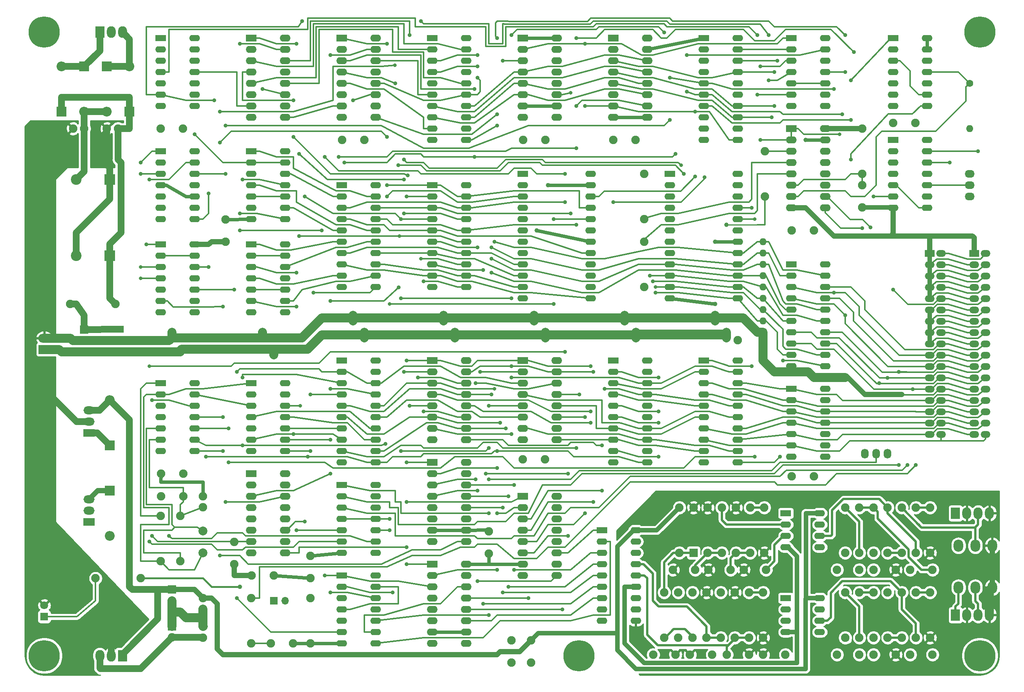
<source format=gbl>
G04 #@! TF.GenerationSoftware,KiCad,Pcbnew,5.1.4-5.1.4*
G04 #@! TF.CreationDate,2019-08-13T11:30:28+01:00*
G04 #@! TF.ProjectId,music5xxx,6d757369-6335-4787-9878-2e6b69636164,1*
G04 #@! TF.SameCoordinates,Original*
G04 #@! TF.FileFunction,Copper,L2,Bot*
G04 #@! TF.FilePolarity,Positive*
%FSLAX46Y46*%
G04 Gerber Fmt 4.6, Leading zero omitted, Abs format (unit mm)*
G04 Created by KiCad (PCBNEW 5.1.4-5.1.4) date 2019-08-13 11:30:28*
%MOMM*%
%LPD*%
G04 APERTURE LIST*
%ADD10O,2.000000X2.600000*%
%ADD11R,2.000000X2.600000*%
%ADD12R,2.400000X1.400000*%
%ADD13O,2.400000X1.400000*%
%ADD14R,2.400000X1.600000*%
%ADD15O,2.400000X1.600000*%
%ADD16R,2.600000X2.000000*%
%ADD17O,2.600000X2.000000*%
%ADD18O,2.500000X1.500000*%
%ADD19R,2.500000X1.500000*%
%ADD20C,2.400000*%
%ADD21R,2.400000X2.400000*%
%ADD22O,2.200000X1.700000*%
%ADD23R,2.200000X1.500000*%
%ADD24O,2.200000X1.500000*%
%ADD25C,7.000000*%
%ADD26C,1.900000*%
%ADD27O,2.200000X2.700000*%
%ADD28R,2.200000X2.200000*%
%ADD29O,2.200000X2.200000*%
%ADD30R,1.800000X1.800000*%
%ADD31C,1.800000*%
%ADD32O,1.700000X2.200000*%
%ADD33O,1.600000X1.600000*%
%ADD34C,1.600000*%
%ADD35R,1.900000X1.900000*%
%ADD36C,2.000000*%
%ADD37R,2.500000X1.800000*%
%ADD38O,2.500000X1.800000*%
%ADD39R,1.600000X1.600000*%
%ADD40O,1.700000X1.700000*%
%ADD41R,1.700000X1.700000*%
%ADD42C,1.000000*%
%ADD43C,0.900000*%
%ADD44C,0.800000*%
%ADD45C,1.200000*%
%ADD46C,2.000000*%
%ADD47C,0.800000*%
%ADD48C,0.300000*%
%ADD49C,1.000000*%
%ADD50C,1.500000*%
%ADD51C,0.250000*%
%ADD52C,0.400000*%
%ADD53C,0.500000*%
%ADD54C,0.254000*%
G04 APERTURE END LIST*
D10*
X217170000Y-135890000D03*
X214630000Y-135890000D03*
X212090000Y-135890000D03*
D11*
X209550000Y-135890000D03*
D12*
X145415000Y-36830000D03*
D13*
X160655000Y-64770000D03*
X145415000Y-39370000D03*
X160655000Y-62230000D03*
X145415000Y-41910000D03*
X160655000Y-59690000D03*
X145415000Y-44450000D03*
X160655000Y-57150000D03*
X145415000Y-46990000D03*
X160655000Y-54610000D03*
X145415000Y-49530000D03*
X160655000Y-52070000D03*
X145415000Y-52070000D03*
X160655000Y-49530000D03*
X145415000Y-54610000D03*
X160655000Y-46990000D03*
X145415000Y-57150000D03*
X160655000Y-44450000D03*
X145415000Y-59690000D03*
X160655000Y-41910000D03*
X145415000Y-62230000D03*
X160655000Y-39370000D03*
X145415000Y-64770000D03*
X160655000Y-36830000D03*
D12*
X112395000Y-36830000D03*
D13*
X127635000Y-64770000D03*
X112395000Y-39370000D03*
X127635000Y-62230000D03*
X112395000Y-41910000D03*
X127635000Y-59690000D03*
X112395000Y-44450000D03*
X127635000Y-57150000D03*
X112395000Y-46990000D03*
X127635000Y-54610000D03*
X112395000Y-49530000D03*
X127635000Y-52070000D03*
X112395000Y-52070000D03*
X127635000Y-49530000D03*
X112395000Y-54610000D03*
X127635000Y-46990000D03*
X112395000Y-57150000D03*
X127635000Y-44450000D03*
X112395000Y-59690000D03*
X127635000Y-41910000D03*
X112395000Y-62230000D03*
X127635000Y-39370000D03*
X112395000Y-64770000D03*
X127635000Y-36830000D03*
D12*
X171450000Y-113030000D03*
D13*
X179070000Y-120650000D03*
X171450000Y-115570000D03*
X179070000Y-118110000D03*
X171450000Y-118110000D03*
X179070000Y-115570000D03*
X171450000Y-120650000D03*
X179070000Y-113030000D03*
D12*
X171450000Y-132080000D03*
D13*
X179070000Y-139700000D03*
X171450000Y-134620000D03*
X179070000Y-137160000D03*
X171450000Y-137160000D03*
X179070000Y-134620000D03*
X171450000Y-139700000D03*
X179070000Y-132080000D03*
X137795000Y-116840000D03*
X130175000Y-137160000D03*
X137795000Y-119380000D03*
X130175000Y-134620000D03*
X137795000Y-121920000D03*
X130175000Y-132080000D03*
X137795000Y-124460000D03*
X130175000Y-129540000D03*
X137795000Y-127000000D03*
X130175000Y-127000000D03*
X137795000Y-129540000D03*
X130175000Y-124460000D03*
X137795000Y-132080000D03*
X130175000Y-121920000D03*
X137795000Y-134620000D03*
X130175000Y-119380000D03*
X137795000Y-137160000D03*
D12*
X130175000Y-116840000D03*
X132715000Y-78740000D03*
D13*
X140335000Y-101600000D03*
X132715000Y-81280000D03*
X140335000Y-99060000D03*
X132715000Y-83820000D03*
X140335000Y-96520000D03*
X132715000Y-86360000D03*
X140335000Y-93980000D03*
X132715000Y-88900000D03*
X140335000Y-91440000D03*
X132715000Y-91440000D03*
X140335000Y-88900000D03*
X132715000Y-93980000D03*
X140335000Y-86360000D03*
X132715000Y-96520000D03*
X140335000Y-83820000D03*
X132715000Y-99060000D03*
X140335000Y-81280000D03*
X132715000Y-101600000D03*
X140335000Y-78740000D03*
D12*
X92075000Y-39370000D03*
D13*
X99695000Y-62230000D03*
X92075000Y-41910000D03*
X99695000Y-59690000D03*
X92075000Y-44450000D03*
X99695000Y-57150000D03*
X92075000Y-46990000D03*
X99695000Y-54610000D03*
X92075000Y-49530000D03*
X99695000Y-52070000D03*
X92075000Y-52070000D03*
X99695000Y-49530000D03*
X92075000Y-54610000D03*
X99695000Y-46990000D03*
X92075000Y-57150000D03*
X99695000Y-44450000D03*
X92075000Y-59690000D03*
X99695000Y-41910000D03*
X92075000Y-62230000D03*
X99695000Y-39370000D03*
D12*
X172720000Y-57150000D03*
D13*
X180340000Y-80010000D03*
X172720000Y-59690000D03*
X180340000Y-77470000D03*
X172720000Y-62230000D03*
X180340000Y-74930000D03*
X172720000Y-64770000D03*
X180340000Y-72390000D03*
X172720000Y-67310000D03*
X180340000Y-69850000D03*
X172720000Y-69850000D03*
X180340000Y-67310000D03*
X172720000Y-72390000D03*
X180340000Y-64770000D03*
X172720000Y-74930000D03*
X180340000Y-62230000D03*
X172720000Y-77470000D03*
X180340000Y-59690000D03*
X172720000Y-80010000D03*
X180340000Y-57150000D03*
D12*
X153035000Y-78740000D03*
D13*
X160655000Y-101600000D03*
X153035000Y-81280000D03*
X160655000Y-99060000D03*
X153035000Y-83820000D03*
X160655000Y-96520000D03*
X153035000Y-86360000D03*
X160655000Y-93980000D03*
X153035000Y-88900000D03*
X160655000Y-91440000D03*
X153035000Y-91440000D03*
X160655000Y-88900000D03*
X153035000Y-93980000D03*
X160655000Y-86360000D03*
X153035000Y-96520000D03*
X160655000Y-83820000D03*
X153035000Y-99060000D03*
X160655000Y-81280000D03*
X153035000Y-101600000D03*
X160655000Y-78740000D03*
D12*
X153035000Y-6350000D03*
D13*
X160655000Y-29210000D03*
X153035000Y-8890000D03*
X160655000Y-26670000D03*
X153035000Y-11430000D03*
X160655000Y-24130000D03*
X153035000Y-13970000D03*
X160655000Y-21590000D03*
X153035000Y-16510000D03*
X160655000Y-19050000D03*
X153035000Y-19050000D03*
X160655000Y-16510000D03*
X153035000Y-21590000D03*
X160655000Y-13970000D03*
X153035000Y-24130000D03*
X160655000Y-11430000D03*
X153035000Y-26670000D03*
X160655000Y-8890000D03*
X153035000Y-29210000D03*
X160655000Y-6350000D03*
D12*
X92075000Y-6350000D03*
D13*
X99695000Y-29210000D03*
X92075000Y-8890000D03*
X99695000Y-26670000D03*
X92075000Y-11430000D03*
X99695000Y-24130000D03*
X92075000Y-13970000D03*
X99695000Y-21590000D03*
X92075000Y-16510000D03*
X99695000Y-19050000D03*
X92075000Y-19050000D03*
X99695000Y-16510000D03*
X92075000Y-21590000D03*
X99695000Y-13970000D03*
X92075000Y-24130000D03*
X99695000Y-11430000D03*
X92075000Y-26670000D03*
X99695000Y-8890000D03*
X92075000Y-29210000D03*
X99695000Y-6350000D03*
D12*
X71755000Y-78740000D03*
D13*
X79375000Y-101600000D03*
X71755000Y-81280000D03*
X79375000Y-99060000D03*
X71755000Y-83820000D03*
X79375000Y-96520000D03*
X71755000Y-86360000D03*
X79375000Y-93980000D03*
X71755000Y-88900000D03*
X79375000Y-91440000D03*
X71755000Y-91440000D03*
X79375000Y-88900000D03*
X71755000Y-93980000D03*
X79375000Y-86360000D03*
X71755000Y-96520000D03*
X79375000Y-83820000D03*
X71755000Y-99060000D03*
X79375000Y-81280000D03*
X71755000Y-101600000D03*
X79375000Y-78740000D03*
D12*
X71755000Y-39370000D03*
D13*
X79375000Y-62230000D03*
X71755000Y-41910000D03*
X79375000Y-59690000D03*
X71755000Y-44450000D03*
X79375000Y-57150000D03*
X71755000Y-46990000D03*
X79375000Y-54610000D03*
X71755000Y-49530000D03*
X79375000Y-52070000D03*
X71755000Y-52070000D03*
X79375000Y-49530000D03*
X71755000Y-54610000D03*
X79375000Y-46990000D03*
X71755000Y-57150000D03*
X79375000Y-44450000D03*
X71755000Y-59690000D03*
X79375000Y-41910000D03*
X71755000Y-62230000D03*
X79375000Y-39370000D03*
D14*
X92075000Y-124460000D03*
D15*
X99695000Y-142240000D03*
X92075000Y-127000000D03*
X99695000Y-139700000D03*
X92075000Y-129540000D03*
X99695000Y-137160000D03*
X92075000Y-132080000D03*
X99695000Y-134620000D03*
X92075000Y-134620000D03*
X99695000Y-132080000D03*
X92075000Y-137160000D03*
X99695000Y-129540000D03*
X92075000Y-139700000D03*
X99695000Y-127000000D03*
X92075000Y-142240000D03*
X99695000Y-124460000D03*
D14*
X112395000Y-109220000D03*
D15*
X120015000Y-127000000D03*
X112395000Y-111760000D03*
X120015000Y-124460000D03*
X112395000Y-114300000D03*
X120015000Y-121920000D03*
X112395000Y-116840000D03*
X120015000Y-119380000D03*
X112395000Y-119380000D03*
X120015000Y-116840000D03*
X112395000Y-121920000D03*
X120015000Y-114300000D03*
X112395000Y-124460000D03*
X120015000Y-111760000D03*
X112395000Y-127000000D03*
X120015000Y-109220000D03*
D14*
X172720000Y-26670000D03*
D15*
X180340000Y-44450000D03*
X172720000Y-29210000D03*
X180340000Y-41910000D03*
X172720000Y-31750000D03*
X180340000Y-39370000D03*
X172720000Y-34290000D03*
X180340000Y-36830000D03*
X172720000Y-36830000D03*
X180340000Y-34290000D03*
X172720000Y-39370000D03*
X180340000Y-31750000D03*
X172720000Y-41910000D03*
X180340000Y-29210000D03*
X172720000Y-44450000D03*
X180340000Y-26670000D03*
D14*
X132715000Y-6350000D03*
D15*
X140335000Y-24130000D03*
X132715000Y-8890000D03*
X140335000Y-21590000D03*
X132715000Y-11430000D03*
X140335000Y-19050000D03*
X132715000Y-13970000D03*
X140335000Y-16510000D03*
X132715000Y-16510000D03*
X140335000Y-13970000D03*
X132715000Y-19050000D03*
X140335000Y-11430000D03*
X132715000Y-21590000D03*
X140335000Y-8890000D03*
X132715000Y-24130000D03*
X140335000Y-6350000D03*
D14*
X112395000Y-78740000D03*
D15*
X120015000Y-96520000D03*
X112395000Y-81280000D03*
X120015000Y-93980000D03*
X112395000Y-83820000D03*
X120015000Y-91440000D03*
X112395000Y-86360000D03*
X120015000Y-88900000D03*
X112395000Y-88900000D03*
X120015000Y-86360000D03*
X112395000Y-91440000D03*
X120015000Y-83820000D03*
X112395000Y-93980000D03*
X120015000Y-81280000D03*
X112395000Y-96520000D03*
X120015000Y-78740000D03*
D14*
X112395000Y-6350000D03*
D15*
X120015000Y-24130000D03*
X112395000Y-8890000D03*
X120015000Y-21590000D03*
X112395000Y-11430000D03*
X120015000Y-19050000D03*
X112395000Y-13970000D03*
X120015000Y-16510000D03*
X112395000Y-16510000D03*
X120015000Y-13970000D03*
X112395000Y-19050000D03*
X120015000Y-11430000D03*
X112395000Y-21590000D03*
X120015000Y-8890000D03*
X112395000Y-24130000D03*
X120015000Y-6350000D03*
D14*
X92075000Y-101600000D03*
D15*
X99695000Y-119380000D03*
X92075000Y-104140000D03*
X99695000Y-116840000D03*
X92075000Y-106680000D03*
X99695000Y-114300000D03*
X92075000Y-109220000D03*
X99695000Y-111760000D03*
X92075000Y-111760000D03*
X99695000Y-109220000D03*
X92075000Y-114300000D03*
X99695000Y-106680000D03*
X92075000Y-116840000D03*
X99695000Y-104140000D03*
X92075000Y-119380000D03*
X99695000Y-101600000D03*
D14*
X92075000Y-78740000D03*
D15*
X99695000Y-96520000D03*
X92075000Y-81280000D03*
X99695000Y-93980000D03*
X92075000Y-83820000D03*
X99695000Y-91440000D03*
X92075000Y-86360000D03*
X99695000Y-88900000D03*
X92075000Y-88900000D03*
X99695000Y-86360000D03*
X92075000Y-91440000D03*
X99695000Y-83820000D03*
X92075000Y-93980000D03*
X99695000Y-81280000D03*
X92075000Y-96520000D03*
X99695000Y-78740000D03*
D14*
X71755000Y-6350000D03*
D15*
X79375000Y-24130000D03*
X71755000Y-8890000D03*
X79375000Y-21590000D03*
X71755000Y-11430000D03*
X79375000Y-19050000D03*
X71755000Y-13970000D03*
X79375000Y-16510000D03*
X71755000Y-16510000D03*
X79375000Y-13970000D03*
X71755000Y-19050000D03*
X79375000Y-11430000D03*
X71755000Y-21590000D03*
X79375000Y-8890000D03*
X71755000Y-24130000D03*
X79375000Y-6350000D03*
D14*
X51435000Y-104140000D03*
D15*
X59055000Y-121920000D03*
X51435000Y-106680000D03*
X59055000Y-119380000D03*
X51435000Y-109220000D03*
X59055000Y-116840000D03*
X51435000Y-111760000D03*
X59055000Y-114300000D03*
X51435000Y-114300000D03*
X59055000Y-111760000D03*
X51435000Y-116840000D03*
X59055000Y-109220000D03*
X51435000Y-119380000D03*
X59055000Y-106680000D03*
X51435000Y-121920000D03*
X59055000Y-104140000D03*
D14*
X51435000Y-6350000D03*
D15*
X59055000Y-24130000D03*
X51435000Y-8890000D03*
X59055000Y-21590000D03*
X51435000Y-11430000D03*
X59055000Y-19050000D03*
X51435000Y-13970000D03*
X59055000Y-16510000D03*
X51435000Y-16510000D03*
X59055000Y-13970000D03*
X51435000Y-19050000D03*
X59055000Y-11430000D03*
X51435000Y-21590000D03*
X59055000Y-8890000D03*
X51435000Y-24130000D03*
X59055000Y-6350000D03*
D13*
X203200000Y-29210000D03*
X195580000Y-44450000D03*
X203200000Y-31750000D03*
X195580000Y-41910000D03*
X203200000Y-34290000D03*
X195580000Y-39370000D03*
X203200000Y-36830000D03*
X195580000Y-36830000D03*
X203200000Y-39370000D03*
X195580000Y-34290000D03*
X203200000Y-41910000D03*
X195580000Y-31750000D03*
X203200000Y-44450000D03*
D12*
X195580000Y-29210000D03*
D13*
X203200000Y-6350000D03*
X195580000Y-21590000D03*
X203200000Y-8890000D03*
X195580000Y-19050000D03*
X203200000Y-11430000D03*
X195580000Y-16510000D03*
X203200000Y-13970000D03*
X195580000Y-13970000D03*
X203200000Y-16510000D03*
X195580000Y-11430000D03*
X203200000Y-19050000D03*
X195580000Y-8890000D03*
X203200000Y-21590000D03*
D12*
X195580000Y-6350000D03*
D13*
X180340000Y-85090000D03*
X172720000Y-100330000D03*
X180340000Y-87630000D03*
X172720000Y-97790000D03*
X180340000Y-90170000D03*
X172720000Y-95250000D03*
X180340000Y-92710000D03*
X172720000Y-92710000D03*
X180340000Y-95250000D03*
X172720000Y-90170000D03*
X180340000Y-97790000D03*
X172720000Y-87630000D03*
X180340000Y-100330000D03*
D12*
X172720000Y-85090000D03*
D13*
X180340000Y-6350000D03*
X172720000Y-21590000D03*
X180340000Y-8890000D03*
X172720000Y-19050000D03*
X180340000Y-11430000D03*
X172720000Y-16510000D03*
X180340000Y-13970000D03*
X172720000Y-13970000D03*
X180340000Y-16510000D03*
X172720000Y-11430000D03*
X180340000Y-19050000D03*
X172720000Y-8890000D03*
X180340000Y-21590000D03*
D12*
X172720000Y-6350000D03*
D13*
X79375000Y-127000000D03*
X71755000Y-142240000D03*
X79375000Y-129540000D03*
X71755000Y-139700000D03*
X79375000Y-132080000D03*
X71755000Y-137160000D03*
X79375000Y-134620000D03*
X71755000Y-134620000D03*
X79375000Y-137160000D03*
X71755000Y-132080000D03*
X79375000Y-139700000D03*
X71755000Y-129540000D03*
X79375000Y-142240000D03*
D12*
X71755000Y-127000000D03*
D13*
X79375000Y-106680000D03*
X71755000Y-121920000D03*
X79375000Y-109220000D03*
X71755000Y-119380000D03*
X79375000Y-111760000D03*
X71755000Y-116840000D03*
X79375000Y-114300000D03*
X71755000Y-114300000D03*
X79375000Y-116840000D03*
X71755000Y-111760000D03*
X79375000Y-119380000D03*
X71755000Y-109220000D03*
X79375000Y-121920000D03*
D12*
X71755000Y-106680000D03*
D13*
X59055000Y-83820000D03*
X51435000Y-99060000D03*
X59055000Y-86360000D03*
X51435000Y-96520000D03*
X59055000Y-88900000D03*
X51435000Y-93980000D03*
X59055000Y-91440000D03*
X51435000Y-91440000D03*
X59055000Y-93980000D03*
X51435000Y-88900000D03*
X59055000Y-96520000D03*
X51435000Y-86360000D03*
X59055000Y-99060000D03*
D12*
X51435000Y-83820000D03*
D13*
X59055000Y-52705000D03*
X51435000Y-67945000D03*
X59055000Y-55245000D03*
X51435000Y-65405000D03*
X59055000Y-57785000D03*
X51435000Y-62865000D03*
X59055000Y-60325000D03*
X51435000Y-60325000D03*
X59055000Y-62865000D03*
X51435000Y-57785000D03*
X59055000Y-65405000D03*
X51435000Y-55245000D03*
X59055000Y-67945000D03*
D12*
X51435000Y-52705000D03*
D13*
X59055000Y-31750000D03*
X51435000Y-46990000D03*
X59055000Y-34290000D03*
X51435000Y-44450000D03*
X59055000Y-36830000D03*
X51435000Y-41910000D03*
X59055000Y-39370000D03*
X51435000Y-39370000D03*
X59055000Y-41910000D03*
X51435000Y-36830000D03*
X59055000Y-44450000D03*
X51435000Y-34290000D03*
X59055000Y-46990000D03*
D12*
X51435000Y-31750000D03*
D13*
X38735000Y-83820000D03*
X31115000Y-99060000D03*
X38735000Y-86360000D03*
X31115000Y-96520000D03*
X38735000Y-88900000D03*
X31115000Y-93980000D03*
X38735000Y-91440000D03*
X31115000Y-91440000D03*
X38735000Y-93980000D03*
X31115000Y-88900000D03*
X38735000Y-96520000D03*
X31115000Y-86360000D03*
X38735000Y-99060000D03*
D12*
X31115000Y-83820000D03*
D13*
X38735000Y-52705000D03*
X31115000Y-67945000D03*
X38735000Y-55245000D03*
X31115000Y-65405000D03*
X38735000Y-57785000D03*
X31115000Y-62865000D03*
X38735000Y-60325000D03*
X31115000Y-60325000D03*
X38735000Y-62865000D03*
X31115000Y-57785000D03*
X38735000Y-65405000D03*
X31115000Y-55245000D03*
X38735000Y-67945000D03*
D12*
X31115000Y-52705000D03*
D13*
X38735000Y-31750000D03*
X31115000Y-46990000D03*
X38735000Y-34290000D03*
X31115000Y-44450000D03*
X38735000Y-36830000D03*
X31115000Y-41910000D03*
X38735000Y-39370000D03*
X31115000Y-39370000D03*
X38735000Y-41910000D03*
X31115000Y-36830000D03*
X38735000Y-44450000D03*
X31115000Y-34290000D03*
X38735000Y-46990000D03*
D12*
X31115000Y-31750000D03*
D13*
X38735000Y-6350000D03*
X31115000Y-21590000D03*
X38735000Y-8890000D03*
X31115000Y-19050000D03*
X38735000Y-11430000D03*
X31115000Y-16510000D03*
X38735000Y-13970000D03*
X31115000Y-13970000D03*
X38735000Y-16510000D03*
X31115000Y-11430000D03*
X38735000Y-19050000D03*
X31115000Y-8890000D03*
X38735000Y-21590000D03*
D12*
X31115000Y-6350000D03*
D11*
X22540000Y-145000000D03*
D10*
X20000000Y-145000000D03*
X17460000Y-145000000D03*
D11*
X17460000Y-5000000D03*
D10*
X20000000Y-5000000D03*
X22540000Y-5000000D03*
D16*
X5000000Y-76270000D03*
D17*
X5000000Y-73730000D03*
D16*
X60325000Y-76200000D03*
D17*
X60325000Y-73660000D03*
D18*
X21590000Y-76835000D03*
X21590000Y-74295000D03*
D19*
X21590000Y-71755000D03*
D20*
X12185000Y-38100000D03*
D21*
X19685000Y-38100000D03*
D22*
X212725000Y-36830000D03*
X212725000Y-39370000D03*
X212725000Y-41910000D03*
D23*
X203730000Y-54680000D03*
D24*
X206270000Y-54680000D03*
X203730000Y-57220000D03*
X206270000Y-57220000D03*
X203730000Y-59760000D03*
X206270000Y-59760000D03*
X203730000Y-62300000D03*
X206270000Y-62300000D03*
X203730000Y-64840000D03*
X206270000Y-64840000D03*
X203730000Y-67380000D03*
X206270000Y-67380000D03*
X203730000Y-69920000D03*
X206270000Y-69920000D03*
X203730000Y-72460000D03*
X206270000Y-72460000D03*
X203730000Y-75000000D03*
X206270000Y-75000000D03*
X203730000Y-77540000D03*
X206270000Y-77540000D03*
X203730000Y-80080000D03*
X206270000Y-80080000D03*
X203730000Y-82620000D03*
X206270000Y-82620000D03*
X203730000Y-85160000D03*
X206270000Y-85160000D03*
X203730000Y-87700000D03*
X206270000Y-87700000D03*
X203730000Y-90240000D03*
X206270000Y-90240000D03*
X203730000Y-92780000D03*
X206270000Y-92780000D03*
X203730000Y-95320000D03*
X206270000Y-95320000D03*
D25*
X125000000Y-145000000D03*
D26*
X147574000Y-121920000D03*
X147574000Y-111760000D03*
X167005000Y-125730000D03*
X162005000Y-125730000D03*
X159084000Y-125730000D03*
X154084000Y-125730000D03*
X151130000Y-125730000D03*
X146130000Y-125730000D03*
D27*
X217800000Y-120300000D03*
X217800000Y-129700000D03*
X210200000Y-120300000D03*
X210200000Y-129700000D03*
X214000000Y-120300000D03*
X214000000Y-129700000D03*
D10*
X217170000Y-113030000D03*
X214630000Y-113030000D03*
X212090000Y-113030000D03*
D11*
X209550000Y-113030000D03*
D26*
X196135000Y-125730000D03*
X191135000Y-125730000D03*
X184785000Y-111760000D03*
X184785000Y-121920000D03*
X200660000Y-111760000D03*
X200660000Y-121920000D03*
X203835000Y-121920000D03*
X203835000Y-111760000D03*
X197485000Y-121920000D03*
X197485000Y-111760000D03*
X187960000Y-111760000D03*
X187960000Y-121920000D03*
X194310000Y-111760000D03*
X194310000Y-121920000D03*
X191135000Y-121920000D03*
X191135000Y-111760000D03*
X194310000Y-140970000D03*
X194310000Y-130810000D03*
X187960000Y-144780000D03*
X182960000Y-144780000D03*
D23*
X213730000Y-54680000D03*
D24*
X216270000Y-54680000D03*
X213730000Y-57220000D03*
X216270000Y-57220000D03*
X213730000Y-59760000D03*
X216270000Y-59760000D03*
X213730000Y-62300000D03*
X216270000Y-62300000D03*
X213730000Y-64840000D03*
X216270000Y-64840000D03*
X213730000Y-67380000D03*
X216270000Y-67380000D03*
X213730000Y-69920000D03*
X216270000Y-69920000D03*
X213730000Y-72460000D03*
X216270000Y-72460000D03*
X213730000Y-75000000D03*
X216270000Y-75000000D03*
X213730000Y-77540000D03*
X216270000Y-77540000D03*
X213730000Y-80080000D03*
X216270000Y-80080000D03*
X213730000Y-82620000D03*
X216270000Y-82620000D03*
X213730000Y-85160000D03*
X216270000Y-85160000D03*
X213730000Y-87700000D03*
X216270000Y-87700000D03*
X213730000Y-90240000D03*
X216270000Y-90240000D03*
X213730000Y-92780000D03*
X216270000Y-92780000D03*
X213730000Y-95320000D03*
X216270000Y-95320000D03*
D26*
X47625000Y-119460000D03*
X47625000Y-124460000D03*
X188595000Y-39370000D03*
X188595000Y-44370000D03*
D28*
X19685000Y-97790000D03*
D29*
X19685000Y-87630000D03*
D28*
X19685000Y-107950000D03*
D29*
X19685000Y-118110000D03*
D30*
X5000000Y-136270000D03*
D31*
X5000000Y-133730000D03*
D26*
X26670000Y-127635000D03*
X16510000Y-127635000D03*
D32*
X194310000Y-99695000D03*
X191770000Y-99695000D03*
X189230000Y-99695000D03*
D33*
X212725000Y-26670000D03*
D34*
X212725000Y-16510000D03*
D26*
X154940000Y-144780000D03*
X149940000Y-144780000D03*
X147320000Y-140970000D03*
X147320000Y-130810000D03*
X139700000Y-62230000D03*
X139700000Y-52070000D03*
X166624000Y-121920000D03*
X166624000Y-111760000D03*
X163449000Y-111760000D03*
X163449000Y-121920000D03*
X160274000Y-111760000D03*
X160274000Y-121920000D03*
X157099000Y-111760000D03*
X157099000Y-121920000D03*
X153924000Y-111760000D03*
X153924000Y-121920000D03*
X203835000Y-140970000D03*
X203835000Y-130810000D03*
X200660000Y-130810000D03*
X200660000Y-140970000D03*
X197485000Y-130810000D03*
X197485000Y-140970000D03*
X191135000Y-140970000D03*
X191135000Y-130810000D03*
X187960000Y-130810000D03*
X187960000Y-140970000D03*
X184785000Y-130810000D03*
X184785000Y-140970000D03*
X166370000Y-140970000D03*
X166370000Y-130810000D03*
X163195000Y-130810000D03*
X163195000Y-140970000D03*
X160020000Y-130810000D03*
X160020000Y-140970000D03*
X156845000Y-130810000D03*
X156845000Y-140970000D03*
X153670000Y-130810000D03*
X153670000Y-140970000D03*
X150495000Y-140970000D03*
X150495000Y-130810000D03*
X144145000Y-140970000D03*
X144145000Y-130810000D03*
X35560000Y-113665000D03*
X35560000Y-123825000D03*
X31115000Y-123825000D03*
X31115000Y-113665000D03*
X64770000Y-132080000D03*
X64770000Y-142240000D03*
X139700000Y-36830000D03*
X139700000Y-46990000D03*
X188595000Y-26670000D03*
X188595000Y-36830000D03*
X166751000Y-41910000D03*
X166751000Y-31750000D03*
X51435000Y-132080000D03*
X51435000Y-142240000D03*
D35*
X33655000Y-130175000D03*
D26*
X33655000Y-132675000D03*
D36*
X40640000Y-121920000D03*
X40640000Y-117040000D03*
D26*
X40640000Y-138470000D03*
X40640000Y-140970000D03*
X40640000Y-132080000D03*
X40640000Y-134580000D03*
X49530000Y-76200000D03*
X49530000Y-73700000D03*
X40640000Y-109220000D03*
X40640000Y-111720000D03*
X21550000Y-26670000D03*
X19050000Y-26670000D03*
X11470000Y-26670000D03*
X13970000Y-26670000D03*
X10795000Y-66040000D03*
X20955000Y-66040000D03*
D35*
X33655000Y-138430000D03*
D26*
X33655000Y-140930000D03*
D35*
X38735000Y-76200000D03*
D26*
X38735000Y-73700000D03*
D35*
X13970000Y-71795000D03*
D26*
X13970000Y-74295000D03*
D37*
X15000000Y-115000000D03*
D38*
X15000000Y-112460000D03*
X15000000Y-109920000D03*
D37*
X15000000Y-95000000D03*
D38*
X15000000Y-92460000D03*
X15000000Y-89920000D03*
D28*
X19050000Y-12700000D03*
D29*
X19050000Y-22860000D03*
D28*
X24130000Y-22860000D03*
D29*
X24130000Y-12700000D03*
D28*
X13970000Y-12700000D03*
D29*
X13970000Y-22860000D03*
D28*
X8890000Y-22860000D03*
D29*
X8890000Y-12700000D03*
D26*
X109855000Y-146605000D03*
X109855000Y-141605000D03*
X114300000Y-141605000D03*
X114300000Y-146605000D03*
X177800000Y-104775000D03*
X172800000Y-104775000D03*
X200580000Y-25400000D03*
X195580000Y-25400000D03*
X177800000Y-49530000D03*
X172800000Y-49530000D03*
X160655000Y-74215000D03*
X160655000Y-69215000D03*
X137715000Y-29210000D03*
X132715000Y-29210000D03*
X117395000Y-100965000D03*
X112395000Y-100965000D03*
X117475000Y-29210000D03*
X112475000Y-29210000D03*
X104775000Y-122094000D03*
X104775000Y-117094000D03*
X64770000Y-127635000D03*
X64770000Y-122635000D03*
X76835000Y-29210000D03*
X71835000Y-29210000D03*
X56515000Y-127000000D03*
X51515000Y-127000000D03*
X45720000Y-52070000D03*
X45720000Y-47070000D03*
X36195000Y-104140000D03*
X31195000Y-104140000D03*
X36115000Y-26670000D03*
X31115000Y-26670000D03*
X204390000Y-125730000D03*
X199390000Y-125730000D03*
X187960000Y-125730000D03*
X182960000Y-125730000D03*
X196135000Y-144780000D03*
X191135000Y-144780000D03*
X204390000Y-144780000D03*
X199390000Y-144780000D03*
X171370000Y-144780000D03*
X166370000Y-144780000D03*
X158195000Y-144780000D03*
X163195000Y-144780000D03*
X146685000Y-144780000D03*
X141685000Y-144780000D03*
X36195000Y-109220000D03*
X31195000Y-109220000D03*
X55880000Y-142240000D03*
X60880000Y-142240000D03*
D35*
X150749000Y-121920000D03*
D26*
X150749000Y-111760000D03*
D20*
X12185000Y-55245000D03*
D21*
X19685000Y-55245000D03*
D25*
X215000000Y-145000000D03*
X5000000Y-145000000D03*
X215000000Y-5000000D03*
X5000000Y-5000000D03*
D33*
X166370000Y-52070000D03*
X166370000Y-54610000D03*
X166370000Y-57150000D03*
X166370000Y-59690000D03*
X166370000Y-62230000D03*
X166370000Y-64770000D03*
X166370000Y-67310000D03*
X166370000Y-69850000D03*
D39*
X166370000Y-72390000D03*
D40*
X59055000Y-132715000D03*
D41*
X56515000Y-132715000D03*
D42*
X175895000Y-29210000D03*
X53975000Y-73660000D03*
X94615000Y-68580000D03*
X114935000Y-68580000D03*
X155575000Y-68580000D03*
X155575000Y-69850000D03*
X155575000Y-66040000D03*
X155575000Y-52070000D03*
X115570000Y-49530000D03*
X114935000Y-69850000D03*
X135255000Y-68580000D03*
X135255000Y-69850000D03*
X74295000Y-69850000D03*
X74295000Y-68580000D03*
X94615000Y-69850000D03*
X33655000Y-73660000D03*
X33655000Y-72390000D03*
X53975000Y-72390000D03*
X158115000Y-48260000D03*
X56515000Y-76200000D03*
X76835000Y-73660000D03*
X97155000Y-72390000D03*
X97155000Y-73660000D03*
X117475000Y-72390000D03*
X117475000Y-73660000D03*
X158115000Y-73660000D03*
X118110000Y-39370000D03*
X56515000Y-77470000D03*
X76835000Y-72390000D03*
X158115000Y-72390000D03*
X137795000Y-72390000D03*
X137795000Y-73660000D03*
X48895000Y-129540000D03*
D43*
X26670000Y-34290000D03*
X125095000Y-86360000D03*
X124460000Y-98425000D03*
X132715000Y-43180000D03*
X69215000Y-104140000D03*
X153205083Y-37635083D03*
X167640000Y-15875000D03*
X62865000Y-2540000D03*
X89535000Y-2540000D03*
X167640000Y-5715000D03*
X45085000Y-91440000D03*
X43180000Y-20320000D03*
X182245000Y-17780000D03*
X145415000Y-15240000D03*
X145415000Y-24765000D03*
X45720000Y-26035000D03*
X165100000Y-5715000D03*
X45085000Y-99060000D03*
X41910000Y-41275000D03*
X38735000Y-27940000D03*
X27940000Y-52705000D03*
X29210000Y-118110000D03*
X28575000Y-38100000D03*
X102235000Y-10160000D03*
X106045000Y-52070000D03*
D44*
X83693000Y-12446000D03*
D43*
X44450000Y-22860000D03*
X130175000Y-107950000D03*
X45720000Y-36830000D03*
X121920000Y-76835000D03*
D44*
X28575000Y-80048248D03*
X26670000Y-57785000D03*
D43*
X26670000Y-36830000D03*
X151130000Y-22860000D03*
X106680000Y-26035000D03*
X65405000Y-63500000D03*
X64135000Y-100330000D03*
X41275000Y-100330000D03*
X126365000Y-21590000D03*
X126365000Y-7620000D03*
X29210000Y-87630000D03*
X106680000Y-113030000D03*
X106680000Y-102870000D03*
X106680000Y-99060000D03*
X106680000Y-125730000D03*
X81915000Y-39370000D03*
X44450000Y-29845000D03*
X45085000Y-66675000D03*
X81915000Y-28575000D03*
X45720000Y-110490000D03*
X41910000Y-57785000D03*
X28575000Y-119380000D03*
D44*
X26670000Y-60325000D03*
D43*
X124460000Y-6350000D03*
X121920000Y-36830000D03*
X67310000Y-49530000D03*
X48895000Y-49530000D03*
X47625000Y-62865000D03*
X61595000Y-116840000D03*
X186738846Y-9476154D03*
X67945000Y-33020000D03*
X48260000Y-132080000D03*
X102235000Y-128270000D03*
X44450000Y-122555000D03*
X33020000Y-118110000D03*
D44*
X164465000Y-46990000D03*
D43*
X164465000Y-100330000D03*
X46355000Y-101600000D03*
X46355000Y-93980000D03*
X81618058Y-97451942D03*
X49530000Y-97790000D03*
X48895000Y-7620000D03*
X48895000Y-45720000D03*
X86995000Y-5715000D03*
X85725000Y-81280000D03*
D44*
X84709000Y-50800000D03*
D43*
X62230000Y-50800000D03*
X85725000Y-45720000D03*
X60960000Y-20320000D03*
X85725000Y-38100000D03*
X62230000Y-32385000D03*
X53975000Y-17780000D03*
X49530000Y-38100000D03*
X88900000Y-82550000D03*
X86360000Y-41910000D03*
X86614000Y-37211000D03*
X60960000Y-28575000D03*
X85090000Y-46990000D03*
X86995000Y-88900000D03*
X61595000Y-7620000D03*
X63500000Y-41910000D03*
X61595000Y-66675000D03*
X69215000Y-10160000D03*
X61595000Y-59055000D03*
X74295000Y-20320000D03*
X60960000Y-95250000D03*
D44*
X62484000Y-88900000D03*
D43*
X49530000Y-82550000D03*
X69215000Y-85090000D03*
X69215000Y-96520000D03*
X64770000Y-99060000D03*
X64770000Y-86360000D03*
X124460000Y-31115000D03*
X124460000Y-21590000D03*
X63500000Y-114935000D03*
X71120000Y-33020000D03*
X48260000Y-81280000D03*
X127635000Y-80010000D03*
X86360000Y-110490000D03*
X86360000Y-101600000D03*
X86360000Y-78740000D03*
X86360000Y-124460000D03*
X86360000Y-120650000D03*
X101854000Y-105410000D03*
X101854000Y-83820000D03*
D44*
X89535000Y-55880000D03*
D43*
X149225000Y-10160000D03*
X146685000Y-32385000D03*
X67945000Y-127000000D03*
X101600000Y-33020000D03*
X102235000Y-15240000D03*
X72390000Y-34290000D03*
X90170000Y-90170000D03*
X90170000Y-60960000D03*
X83820000Y-16510000D03*
X101600000Y-17780000D03*
X83185000Y-130810000D03*
X103505000Y-58420000D03*
X85090000Y-99060000D03*
X104775000Y-98425000D03*
X104775000Y-88900000D03*
X106680000Y-23495000D03*
X109855000Y-5715000D03*
X144145000Y-5080000D03*
X102870000Y-81280000D03*
X102235000Y-107950000D03*
X81915000Y-7620000D03*
X102235000Y-53340000D03*
X123190000Y-45720000D03*
X124460000Y-48260000D03*
X121920000Y-43180000D03*
X81915000Y-41910000D03*
D44*
X106045000Y-85090000D03*
D43*
X107315000Y-92710000D03*
X105410000Y-86360000D03*
X108585000Y-93980000D03*
D44*
X82550000Y-66040000D03*
D43*
X119380000Y-46990000D03*
X119380000Y-66040000D03*
X82550000Y-114300000D03*
X148590000Y-36830000D03*
X84455000Y-34925000D03*
X82550000Y-116840000D03*
X198755000Y-102235000D03*
X196850000Y-102235000D03*
X196850000Y-81280000D03*
X194240000Y-82620000D03*
X69215000Y-130810000D03*
X149225000Y-18415000D03*
D44*
X147955000Y-34925000D03*
D43*
X85725000Y-33655000D03*
X84539666Y-62314666D03*
X69215000Y-65405000D03*
X184150000Y-23495000D03*
X186055000Y-15875000D03*
X128270000Y-81280000D03*
X109855000Y-80010000D03*
X109855000Y-64770000D03*
X85090000Y-64770000D03*
X104140000Y-104140000D03*
X122555000Y-104140000D03*
D44*
X123190000Y-18669000D03*
D43*
X104775000Y-135890000D03*
X141605000Y-60960000D03*
X140970000Y-59690000D03*
X105410000Y-59055000D03*
X122553596Y-118108596D03*
D44*
X142240000Y-62230000D03*
D43*
X142240000Y-63500000D03*
X102235000Y-12700000D03*
X105410000Y-55880000D03*
X126365000Y-113030000D03*
X105410000Y-53340000D03*
X128270000Y-110490000D03*
X109855000Y-82550000D03*
X109855000Y-95250000D03*
X130810000Y-85090000D03*
X127635000Y-92710000D03*
X127635000Y-90170000D03*
X130175000Y-97790000D03*
X110490000Y-125730000D03*
X110490000Y-106680000D03*
X109220000Y-129540000D03*
X109220000Y-109220000D03*
X107950000Y-130810000D03*
X107950000Y-111760000D03*
X103505000Y-133350000D03*
X113665000Y-132080000D03*
X121285000Y-134620000D03*
X107950000Y-11430000D03*
X106680000Y-6350000D03*
X184785000Y-13970000D03*
X184785000Y-5715000D03*
X151130000Y-37465000D03*
X126365000Y-91440000D03*
X168275000Y-24130000D03*
X168910000Y-21590000D03*
X168910000Y-13970000D03*
X142875000Y-100330000D03*
X142875000Y-92710000D03*
X142875000Y-90170000D03*
X142875000Y-82550000D03*
X169545000Y-11430000D03*
X186055000Y-24765000D03*
X163830000Y-44450000D03*
X165100000Y-19050000D03*
X170180000Y-100330000D03*
X170815000Y-78740000D03*
X186055000Y-33655000D03*
X165735000Y-29210000D03*
X163830000Y-80010000D03*
D44*
X183515000Y-27970010D03*
D43*
X165735000Y-12700000D03*
X191135000Y-41910000D03*
X184785000Y-68580000D03*
X182245000Y-63500000D03*
X190500000Y-48895000D03*
X195580000Y-62865000D03*
X188595000Y-49016315D03*
X199955000Y-85160000D03*
X192405000Y-83820000D03*
X214630000Y-31750000D03*
X208280000Y-34290000D03*
X200660000Y-102235000D03*
X104775000Y-113030000D03*
X104775000Y-105410000D03*
D45*
X33020000Y-73660000D02*
X33655000Y-73660000D01*
D46*
X33655000Y-72390000D02*
X33655000Y-73660000D01*
D47*
X180340000Y-29210000D02*
X175895000Y-29210000D01*
X140335000Y-8890000D02*
X153035000Y-6350000D01*
X99695000Y-116840000D02*
X104394000Y-116793000D01*
D45*
X67310000Y-69215000D02*
X74930000Y-69215000D01*
X136398000Y-69215000D02*
X160655000Y-69215000D01*
X74295000Y-69850000D02*
X74930000Y-69215000D01*
X74930000Y-69215000D02*
X94615000Y-69215000D01*
X53340000Y-73660000D02*
X53975000Y-73660000D01*
X53975000Y-73660000D02*
X62865000Y-73660000D01*
D47*
X145415000Y-64770000D02*
X155575000Y-66040000D01*
X160655000Y-52070000D02*
X155575000Y-52070000D01*
X179705000Y-82550000D02*
X180975000Y-82550000D01*
X127635000Y-52070000D02*
X115570000Y-49530000D01*
X112395000Y-21590000D02*
X120015000Y-21590000D01*
X132715000Y-24130000D02*
X140335000Y-24130000D01*
D45*
X94615000Y-69215000D02*
X136398000Y-69215000D01*
D47*
X92075000Y-139700000D02*
X99695000Y-139700000D01*
X92075000Y-116840000D02*
X99695000Y-116840000D01*
X64770000Y-122635000D02*
X71755000Y-121920000D01*
X64770000Y-142240000D02*
X71755000Y-142240000D01*
X64770000Y-142240000D02*
X60880000Y-142240000D01*
X51435000Y-46990000D02*
X45720000Y-47070000D01*
D46*
X53340000Y-73660000D02*
X62865000Y-73660000D01*
X62865000Y-73660000D02*
X67310000Y-69215000D01*
X67310000Y-69215000D02*
X94615000Y-69215000D01*
X94615000Y-69215000D02*
X135255000Y-69215000D01*
D47*
X136398000Y-69215000D02*
X135255000Y-69215000D01*
X135255000Y-69215000D02*
X134112000Y-69215000D01*
D46*
X135255000Y-69215000D02*
X160655000Y-69215000D01*
X160655000Y-69215000D02*
X161925000Y-69215000D01*
X165100000Y-72390000D02*
X166370000Y-72390000D01*
X161925000Y-69215000D02*
X165100000Y-72390000D01*
X166370000Y-78740000D02*
X168910000Y-81280000D01*
X166370000Y-72390000D02*
X166370000Y-78740000D01*
X177800000Y-82550000D02*
X176530000Y-81280000D01*
X180975000Y-82550000D02*
X177800000Y-82550000D01*
X52745000Y-73700000D02*
X38735000Y-73700000D01*
X38775000Y-73660000D02*
X38735000Y-73700000D01*
X53975000Y-73660000D02*
X38775000Y-73660000D01*
X114935000Y-69850000D02*
X114935000Y-68580000D01*
X135255000Y-68580000D02*
X135255000Y-69850000D01*
X155575000Y-69850000D02*
X155575000Y-68580000D01*
X74295000Y-68580000D02*
X74295000Y-69850000D01*
X94615000Y-68580000D02*
X94615000Y-69850000D01*
X40680000Y-138430000D02*
X40640000Y-138470000D01*
D47*
X40640000Y-109220000D02*
X40640000Y-106045000D01*
X31115000Y-106045000D02*
X31195000Y-104140000D01*
X40640000Y-106045000D02*
X31115000Y-106045000D01*
D46*
X33655000Y-135255000D02*
X35560000Y-135255000D01*
X33655000Y-138430000D02*
X33655000Y-135255000D01*
X33655000Y-135255000D02*
X33655000Y-132675000D01*
X36830000Y-136525000D02*
X40640000Y-136525000D01*
X35560000Y-135255000D02*
X36830000Y-136525000D01*
X40640000Y-134580000D02*
X40640000Y-136525000D01*
X40640000Y-136525000D02*
X40640000Y-138470000D01*
D45*
X172640000Y-44370000D02*
X172720000Y-44450000D01*
X47625000Y-124460000D02*
X47625000Y-127000000D01*
X47625000Y-127000000D02*
X51515000Y-127000000D01*
D46*
X180975000Y-82550000D02*
X184785000Y-82550000D01*
D45*
X172720000Y-81280000D02*
X172720000Y-80010000D01*
D46*
X172720000Y-81280000D02*
X168910000Y-81280000D01*
X176530000Y-81280000D02*
X172720000Y-81280000D01*
D45*
X184785000Y-82550000D02*
X185420000Y-82550000D01*
X217795000Y-129700000D02*
X217795000Y-120300000D01*
X172720000Y-44450000D02*
X175895000Y-44450000D01*
X175895000Y-44450000D02*
X182245000Y-50800000D01*
X182245000Y-50800000D02*
X191135000Y-50800000D01*
X33020000Y-73660000D02*
X33655000Y-73660000D01*
D48*
X207949800Y-55956200D02*
X212217000Y-57226200D01*
X212217000Y-57226200D02*
X213755400Y-57220000D01*
X203755400Y-57220000D02*
X205333600Y-55956200D01*
X205333600Y-55956200D02*
X207949800Y-55956200D01*
X207949800Y-58496200D02*
X212217000Y-59766200D01*
X212217000Y-59766200D02*
X213755400Y-59760000D01*
X203755400Y-59760000D02*
X205333600Y-58496200D01*
X205333600Y-58496200D02*
X207949800Y-58496200D01*
X207924400Y-61036200D02*
X212191600Y-62306200D01*
X212191600Y-62306200D02*
X213730000Y-62300000D01*
X203730000Y-62300000D02*
X205308200Y-61036200D01*
X205308200Y-61036200D02*
X207924400Y-61036200D01*
X207924400Y-63576200D02*
X212191600Y-64846200D01*
X212191600Y-64846200D02*
X213730000Y-64840000D01*
X203730000Y-64840000D02*
X205308200Y-63576200D01*
X205308200Y-63576200D02*
X207924400Y-63576200D01*
X207975200Y-68681600D02*
X212242400Y-69951600D01*
X212242400Y-69951600D02*
X213780800Y-69945400D01*
X203780800Y-69945400D02*
X205359000Y-68681600D01*
X205359000Y-68681600D02*
X207975200Y-68681600D01*
X207975200Y-71196200D02*
X212242400Y-72466200D01*
X212242400Y-72466200D02*
X213780800Y-72460000D01*
X203780800Y-72460000D02*
X205359000Y-71196200D01*
X205359000Y-71196200D02*
X207975200Y-71196200D01*
X207924400Y-73736200D02*
X212191600Y-75006200D01*
X212191600Y-75006200D02*
X213730000Y-75000000D01*
X203730000Y-75000000D02*
X205308200Y-73736200D01*
X205308200Y-73736200D02*
X207924400Y-73736200D01*
X212242400Y-86436200D02*
X214604600Y-86410800D01*
X207975200Y-85166200D02*
X212242400Y-86436200D01*
X206270000Y-85160000D02*
X207975200Y-85166200D01*
X214604600Y-86410800D02*
X216270000Y-85160000D01*
D45*
X185420000Y-82550000D02*
X189230000Y-86360000D01*
X189230000Y-86360000D02*
X197485000Y-86360000D01*
D49*
X195580000Y-50165000D02*
X194945000Y-50800000D01*
X195580000Y-44450000D02*
X195580000Y-50165000D01*
D45*
X191135000Y-50800000D02*
X194945000Y-50800000D01*
D49*
X195500000Y-44370000D02*
X195580000Y-44450000D01*
X188595000Y-44370000D02*
X195500000Y-44370000D01*
D48*
X204650888Y-86423500D02*
X205914388Y-85160000D01*
X198183500Y-86423500D02*
X204650888Y-86423500D01*
X197675500Y-86360000D02*
X198183500Y-86423500D01*
X205914388Y-85160000D02*
X206270000Y-85160000D01*
X212191600Y-67386200D02*
X212197800Y-67380000D01*
X212197800Y-67380000D02*
X212330000Y-67380000D01*
X212330000Y-67380000D02*
X213730000Y-67380000D01*
X205486730Y-66116200D02*
X207924400Y-66116200D01*
X204222930Y-67380000D02*
X205486730Y-66116200D01*
X203730000Y-67380000D02*
X204222930Y-67380000D01*
X207924400Y-66116200D02*
X212191600Y-67386200D01*
D49*
X203730000Y-54680000D02*
X203730000Y-57220000D01*
X203730000Y-57220000D02*
X203730000Y-59760000D01*
X203730000Y-59760000D02*
X203730000Y-62300000D01*
X203730000Y-62300000D02*
X203730000Y-64840000D01*
X203730000Y-67380000D02*
X203730000Y-69920000D01*
X203730000Y-69920000D02*
X203730000Y-72460000D01*
X203730000Y-72460000D02*
X203730000Y-75000000D01*
X203730000Y-50905000D02*
X203835000Y-50800000D01*
X201295000Y-50800000D02*
X203835000Y-50800000D01*
X203835000Y-50800000D02*
X213360000Y-50800000D01*
D45*
X201295000Y-50800000D02*
X213360000Y-50800000D01*
X213730000Y-51170000D02*
X213730000Y-54680000D01*
X213360000Y-50800000D02*
X213730000Y-51170000D01*
X203730000Y-52730000D02*
X203730000Y-50905000D01*
X203730000Y-54680000D02*
X203730000Y-52730000D01*
X195580000Y-50800000D02*
X195580000Y-44450000D01*
X194945000Y-50800000D02*
X195580000Y-50800000D01*
X195580000Y-50800000D02*
X201295000Y-50800000D01*
D46*
X33655000Y-73660000D02*
X38735000Y-73700000D01*
D50*
X12185000Y-55245000D02*
X12185000Y-50045000D01*
X19685000Y-42545000D02*
X19685000Y-38100000D01*
X12185000Y-50045000D02*
X19685000Y-42545000D01*
X19210000Y-34925000D02*
X19050000Y-34925000D01*
X19685000Y-35400000D02*
X19210000Y-34925000D01*
X19685000Y-38100000D02*
X19685000Y-35400000D01*
X19050000Y-26670000D02*
X19050000Y-34925000D01*
X12250000Y-92460000D02*
X2540000Y-82750000D01*
X15000000Y-92460000D02*
X12250000Y-92460000D01*
X20000000Y-142200000D02*
X20955000Y-141245000D01*
X20000000Y-145000000D02*
X20000000Y-142200000D01*
D46*
X53975000Y-72390000D02*
X53975000Y-73660000D01*
X21590000Y-74295000D02*
X15240000Y-74295000D01*
X8300000Y-73730000D02*
X5000000Y-73730000D01*
X15240000Y-74295000D02*
X12687000Y-74295000D01*
X10865000Y-73730000D02*
X8300000Y-73730000D01*
X11430000Y-74295000D02*
X10865000Y-73730000D01*
X13970000Y-74295000D02*
X11430000Y-74295000D01*
X33020000Y-74295000D02*
X33655000Y-73660000D01*
X21590000Y-74295000D02*
X33020000Y-74295000D01*
X217170000Y-130330000D02*
X217800000Y-129700000D01*
X217170000Y-135890000D02*
X217170000Y-130330000D01*
D50*
X13970000Y-68580000D02*
X13970000Y-71795000D01*
X10795000Y-66040000D02*
X12138502Y-66040000D01*
X12138502Y-66040000D02*
X13970000Y-68580000D01*
X13970000Y-71795000D02*
X21590000Y-71755000D01*
D51*
X165100000Y-48260000D02*
X158115000Y-48260000D01*
D47*
X112395000Y-6350000D02*
X120015000Y-6350000D01*
D48*
X73660000Y-134620000D02*
X71755000Y-134620000D01*
X78105000Y-133350000D02*
X73660000Y-134620000D01*
X84455000Y-133350000D02*
X78105000Y-133350000D01*
X79375000Y-129540000D02*
X84455000Y-129540000D01*
X84455000Y-129540000D02*
X84455000Y-133350000D01*
D45*
X38735000Y-52705000D02*
X41910000Y-52705000D01*
X42545000Y-52070000D02*
X45720000Y-52070000D01*
X41910000Y-52705000D02*
X42545000Y-52070000D01*
X76835000Y-73660000D02*
X76835000Y-73025000D01*
X97155000Y-73660000D02*
X97155000Y-73025000D01*
X117475000Y-73660000D02*
X117475000Y-73025000D01*
D47*
X127635000Y-39370000D02*
X118110000Y-39370000D01*
D48*
X166751000Y-48260000D02*
X165100000Y-48260000D01*
X166751000Y-41910000D02*
X166751000Y-48260000D01*
D47*
X104775000Y-124460000D02*
X104775000Y-121920000D01*
X104394000Y-124460000D02*
X112395000Y-124460000D01*
X99695000Y-124460000D02*
X104394000Y-124460000D01*
X31115000Y-39370000D02*
X32385000Y-39370000D01*
X32385000Y-39370000D02*
X36830000Y-41910000D01*
X36830000Y-41910000D02*
X38735000Y-41910000D01*
X64770000Y-127635000D02*
X56515000Y-127000000D01*
D45*
X158115000Y-72390000D02*
X158115000Y-73025000D01*
D46*
X97155000Y-72390000D02*
X97155000Y-73660000D01*
X67310000Y-73025000D02*
X158115000Y-73025000D01*
X38735000Y-76200000D02*
X64135000Y-76200000D01*
X64135000Y-76200000D02*
X67310000Y-73025000D01*
X117475000Y-73660000D02*
X117475000Y-72390000D01*
X158115000Y-72390000D02*
X158115000Y-73660000D01*
X76835000Y-72390000D02*
X76835000Y-73660000D01*
X56515000Y-76200000D02*
X56515000Y-77470000D01*
D45*
X138430000Y-72390000D02*
X158115000Y-72390000D01*
X137715000Y-73660000D02*
X137715000Y-73105000D01*
X137715000Y-73105000D02*
X138430000Y-72390000D01*
D46*
X137795000Y-72390000D02*
X137795000Y-73660000D01*
D45*
X180340000Y-26670000D02*
X187960000Y-26670000D01*
D52*
X26035000Y-127635000D02*
X40640000Y-127635000D01*
X40640000Y-127635000D02*
X42545000Y-129540000D01*
X42545000Y-129540000D02*
X48895000Y-129540000D01*
D47*
X203200000Y-6350000D02*
X203200000Y-8890000D01*
D46*
X8325000Y-76270000D02*
X5000000Y-76270000D01*
X8890000Y-76835000D02*
X8325000Y-76270000D01*
X21590000Y-76835000D02*
X8890000Y-76835000D01*
X35560000Y-76425000D02*
X35560000Y-76835000D01*
X35785000Y-76200000D02*
X35560000Y-76425000D01*
X38735000Y-76200000D02*
X35785000Y-76200000D01*
X21590000Y-76835000D02*
X35560000Y-76835000D01*
D45*
X14010000Y-23455000D02*
X14605000Y-22860000D01*
X14605000Y-22860000D02*
X19050000Y-22860000D01*
D50*
X13970000Y-22860000D02*
X19050000Y-22860000D01*
X13970000Y-26670000D02*
X13970000Y-22860000D01*
X13970000Y-36315000D02*
X12185000Y-38100000D01*
X13970000Y-26670000D02*
X13970000Y-36315000D01*
X21550000Y-26670000D02*
X24130000Y-26670000D01*
X24130000Y-26670000D02*
X24130000Y-22860000D01*
X8890000Y-22860000D02*
X8890000Y-19685000D01*
X8890000Y-19685000D02*
X24130000Y-19685000D01*
X24130000Y-19685000D02*
X24130000Y-22860000D01*
X21550000Y-26670000D02*
X21550000Y-33615000D01*
X21550000Y-33615000D02*
X22225000Y-34290000D01*
X19685000Y-52545000D02*
X19685000Y-55245000D01*
X22225000Y-50005000D02*
X19685000Y-52545000D01*
X22225000Y-34290000D02*
X22225000Y-50005000D01*
X19685000Y-64770000D02*
X20955000Y-66040000D01*
X19685000Y-55245000D02*
X19685000Y-64770000D01*
X16895000Y-95000000D02*
X19685000Y-97790000D01*
X15000000Y-95000000D02*
X16895000Y-95000000D01*
D48*
X51435000Y-142240000D02*
X55880000Y-142240000D01*
X26670000Y-34290000D02*
X29210000Y-31750000D01*
X29210000Y-31750000D02*
X31115000Y-31750000D01*
X26670000Y-85090000D02*
X27940000Y-83820000D01*
X26670000Y-113665000D02*
X26670000Y-85090000D01*
X31115000Y-83820000D02*
X27940000Y-83820000D01*
X26670000Y-113665000D02*
X31115000Y-113665000D01*
X35560000Y-113665000D02*
X40640000Y-111720000D01*
X28575000Y-96520000D02*
X31115000Y-96520000D01*
X36195000Y-107315000D02*
X28575000Y-107315000D01*
X36195000Y-110490000D02*
X36195000Y-107315000D01*
X35560000Y-113665000D02*
X35560000Y-111125000D01*
X28575000Y-107315000D02*
X28575000Y-96520000D01*
X35560000Y-111125000D02*
X36195000Y-110490000D01*
D49*
X176033002Y-132080000D02*
X175964001Y-132149001D01*
X179070000Y-132080000D02*
X176033002Y-132080000D01*
D45*
X38735000Y-130175000D02*
X40640000Y-132080000D01*
X33655000Y-130175000D02*
X38735000Y-130175000D01*
X31710000Y-130175000D02*
X33655000Y-130175000D01*
D49*
X175964001Y-132149001D02*
X175964001Y-113030000D01*
X179070000Y-113030000D02*
X176033002Y-113030000D01*
D45*
X40640000Y-132080000D02*
X42545000Y-132080000D01*
X42545000Y-132080000D02*
X43815000Y-133350000D01*
X43815000Y-133350000D02*
X43815000Y-143510000D01*
X43815000Y-143510000D02*
X45085000Y-144780000D01*
D49*
X142494000Y-116840000D02*
X147574000Y-111760000D01*
X137795000Y-116840000D02*
X142494000Y-116840000D01*
X115917510Y-139987490D02*
X114300000Y-141605000D01*
X133637490Y-139987490D02*
X115917510Y-139987490D01*
X175895000Y-147955000D02*
X175895000Y-132218002D01*
X175895000Y-132218002D02*
X175964001Y-132149001D01*
X175864990Y-147985010D02*
X175895000Y-147955000D01*
X133637490Y-143797490D02*
X137825010Y-147985010D01*
X137825010Y-147985010D02*
X175864990Y-147985010D01*
X133637490Y-139987490D02*
X133637490Y-143797490D01*
D45*
X107315000Y-144145000D02*
X106680000Y-144780000D01*
X111760000Y-144145000D02*
X107315000Y-144145000D01*
X45085000Y-144780000D02*
X106680000Y-144780000D01*
X111760000Y-144145000D02*
X114300000Y-141605000D01*
D49*
X137295000Y-116840000D02*
X137795000Y-116840000D01*
X133637490Y-139987490D02*
X133665011Y-139959969D01*
X133665011Y-120469989D02*
X137295000Y-116840000D01*
X133665011Y-139959969D02*
X133665011Y-120469989D01*
D50*
X24765000Y-130175000D02*
X24130000Y-129540000D01*
X24130000Y-92075000D02*
X19685000Y-87630000D01*
X24130000Y-129540000D02*
X24130000Y-92075000D01*
X17395000Y-89920000D02*
X19685000Y-87630000D01*
X15000000Y-89920000D02*
X17395000Y-89920000D01*
X22540000Y-144700000D02*
X30480000Y-136760000D01*
X22540000Y-145000000D02*
X22540000Y-144700000D01*
X30480000Y-136760000D02*
X30480000Y-130175000D01*
X33655000Y-130175000D02*
X30480000Y-130175000D01*
X30480000Y-130175000D02*
X24765000Y-130175000D01*
D53*
X144399000Y-140970000D02*
X146304000Y-139065000D01*
X148844000Y-139065000D02*
X150749000Y-140970000D01*
X146304000Y-139065000D02*
X148844000Y-139065000D01*
X157099000Y-140970000D02*
X153924000Y-140970000D01*
X153670000Y-139626498D02*
X153670000Y-140970000D01*
X153670000Y-138430000D02*
X153670000Y-139626498D01*
X137795000Y-124460000D02*
X139495000Y-124460000D01*
X139495000Y-124460000D02*
X141605000Y-126570000D01*
X141605000Y-126570000D02*
X141605000Y-132715000D01*
X141605000Y-132715000D02*
X142875000Y-133985000D01*
X142875000Y-133985000D02*
X149225000Y-133985000D01*
X149225000Y-133985000D02*
X153670000Y-138430000D01*
X160274000Y-140970000D02*
X163449000Y-140970000D01*
X160274000Y-140970000D02*
X158559500Y-142684500D01*
X158195000Y-144780000D02*
X158195000Y-143049000D01*
X158195000Y-143049000D02*
X158559500Y-142684500D01*
X139700000Y-127000000D02*
X137795000Y-127000000D01*
X140335000Y-127635000D02*
X139700000Y-127000000D01*
X140335000Y-140335000D02*
X140335000Y-127635000D01*
X158559500Y-142684500D02*
X142684500Y-142684500D01*
X142684500Y-142684500D02*
X140335000Y-140335000D01*
X163449000Y-130810000D02*
X166624000Y-130810000D01*
X185420000Y-140970000D02*
X185420000Y-141525000D01*
X187960000Y-133985000D02*
X187960000Y-140970000D01*
X184785000Y-130810000D02*
X187960000Y-133985000D01*
X197485000Y-140970000D02*
X194310000Y-140970000D01*
X188468000Y-130810000D02*
X191643000Y-130810000D01*
X153924000Y-121920000D02*
X157099000Y-121920000D01*
X151130000Y-124714000D02*
X153924000Y-121920000D01*
X151130000Y-125730000D02*
X151130000Y-124714000D01*
X160274000Y-121920000D02*
X163449000Y-121920000D01*
X159084000Y-123110000D02*
X160274000Y-121920000D01*
X159084000Y-125730000D02*
X159084000Y-123110000D01*
X163449000Y-111760000D02*
X166624000Y-111760000D01*
X170950000Y-118110000D02*
X168910000Y-120150000D01*
X171450000Y-118110000D02*
X170950000Y-118110000D01*
X168910000Y-123825000D02*
X167005000Y-125730000D01*
X168910000Y-120150000D02*
X168910000Y-123825000D01*
X171450000Y-115570000D02*
X158750000Y-115570000D01*
X158115000Y-115570000D02*
X157099000Y-114554000D01*
X171450000Y-115570000D02*
X158115000Y-115570000D01*
X157099000Y-114554000D02*
X157099000Y-111760000D01*
X187960000Y-114935000D02*
X184785000Y-111760000D01*
X187960000Y-121920000D02*
X187960000Y-114935000D01*
X194183000Y-121920000D02*
X197358000Y-121920000D01*
X199035001Y-121175999D02*
X199035001Y-122835001D01*
X192084999Y-114225997D02*
X199035001Y-121175999D01*
X191135000Y-111760000D02*
X192084999Y-112709999D01*
X192084999Y-112709999D02*
X192084999Y-114225997D01*
X201930000Y-125730000D02*
X204390000Y-125730000D01*
X199035001Y-122835001D02*
X201930000Y-125730000D01*
X191135000Y-111760000D02*
X187960000Y-111760000D01*
D49*
X173650000Y-139700000D02*
X173990000Y-139360000D01*
X173990000Y-139360000D02*
X173990000Y-139065000D01*
X171450000Y-139700000D02*
X173650000Y-139700000D01*
X171950000Y-120650000D02*
X171450000Y-120650000D01*
D45*
X16970000Y-107950000D02*
X15000000Y-109920000D01*
X19685000Y-107950000D02*
X16970000Y-107950000D01*
X33615000Y-140970000D02*
X33655000Y-140930000D01*
D49*
X173990000Y-122690000D02*
X171950000Y-120650000D01*
X173990000Y-146654989D02*
X173990000Y-122690000D01*
X173990000Y-139065000D02*
X173990000Y-146654989D01*
X170180000Y-146654989D02*
X173990000Y-146654989D01*
X137795000Y-129540000D02*
X135255000Y-129540000D01*
X135255000Y-129540000D02*
X135255000Y-142240000D01*
X170180000Y-146654989D02*
X139669989Y-146654989D01*
X135255000Y-142240000D02*
X139669989Y-146654989D01*
D50*
X17460000Y-147800000D02*
X17615000Y-147955000D01*
X17460000Y-145000000D02*
X17460000Y-147800000D01*
X26630000Y-147955000D02*
X33655000Y-140930000D01*
X17615000Y-147955000D02*
X26630000Y-147955000D01*
X40600000Y-140930000D02*
X40640000Y-140970000D01*
X33655000Y-140930000D02*
X40600000Y-140930000D01*
X8890000Y-12700000D02*
X13970000Y-12700000D01*
X17460000Y-9210000D02*
X13970000Y-12700000D01*
X17460000Y-5000000D02*
X17460000Y-9210000D01*
D48*
X125095000Y-86360000D02*
X120015000Y-86360000D01*
X57145558Y-107954442D02*
X51435000Y-109220000D01*
X69215000Y-104140000D02*
X60960000Y-107950000D01*
X60960000Y-107950000D02*
X59703420Y-107963420D01*
X59703420Y-107963420D02*
X57145558Y-107954442D01*
X109855000Y-98425000D02*
X124460000Y-98425000D01*
X107950000Y-98425000D02*
X109855000Y-98425000D01*
X103505000Y-97155000D02*
X106680000Y-97155000D01*
X71755000Y-99060000D02*
X77470000Y-100330000D01*
X77470000Y-100330000D02*
X81280000Y-100330000D01*
X81280000Y-100330000D02*
X85090000Y-97790000D01*
X102235000Y-98425000D02*
X103505000Y-97155000D01*
X85090000Y-97790000D02*
X89535000Y-97790000D01*
X106680000Y-97155000D02*
X107950000Y-98425000D01*
X89535000Y-97790000D02*
X90170000Y-98425000D01*
X90170000Y-98425000D02*
X102235000Y-98425000D01*
X132715000Y-43180000D02*
X147955000Y-43180000D01*
X153205083Y-37929917D02*
X153205083Y-37635083D01*
X147955000Y-43180000D02*
X153205083Y-37929917D01*
X172720000Y-13970000D02*
X169545000Y-15875000D01*
X169545000Y-15875000D02*
X167640000Y-15875000D01*
X27940000Y-19050000D02*
X31115000Y-19050000D01*
X62865000Y-2540000D02*
X62011731Y-3810000D01*
X27940000Y-3810000D02*
X27940000Y-19050000D01*
X62011731Y-3810000D02*
X27940000Y-3810000D01*
X145449988Y-3209988D02*
X165735000Y-3209988D01*
X144780000Y-2540000D02*
X145449988Y-3209988D01*
X128270000Y-2540000D02*
X144780000Y-2540000D01*
X127600011Y-3209989D02*
X128270000Y-2540000D01*
X90170000Y-3175000D02*
X104775000Y-3175000D01*
X104775000Y-3175000D02*
X104775000Y-7620000D01*
X165735000Y-3209988D02*
X167640000Y-5715000D01*
X104775000Y-7620000D02*
X107950000Y-7620000D01*
X108550011Y-3209989D02*
X127600011Y-3209989D01*
X107950000Y-3175000D02*
X108550011Y-3209989D01*
X89535000Y-2540000D02*
X90170000Y-3175000D01*
X107950000Y-7620000D02*
X107950000Y-3175000D01*
X45085000Y-91440000D02*
X38735000Y-91440000D01*
X43180000Y-20320000D02*
X36830000Y-20320000D01*
X36830000Y-20320000D02*
X31115000Y-19050000D01*
X153035000Y-16510000D02*
X154940000Y-16510000D01*
X154940000Y-16510000D02*
X159385000Y-17780000D01*
X182245000Y-17780000D02*
X159385000Y-17780000D01*
X153035000Y-16510000D02*
X145415000Y-15240000D01*
X145415000Y-24765000D02*
X144145000Y-26035000D01*
X144145000Y-26035000D02*
X113665000Y-26035000D01*
X113665000Y-26035000D02*
X100330000Y-31115000D01*
X100330000Y-31115000D02*
X90170000Y-31115000D01*
X90170000Y-31115000D02*
X80645000Y-26035000D01*
X80645000Y-26035000D02*
X45720000Y-26035000D01*
X51435000Y-21590000D02*
X48260000Y-21590000D01*
X48260000Y-21590000D02*
X48260000Y-13970000D01*
X48260000Y-13970000D02*
X38735000Y-13970000D01*
X31115000Y-13970000D02*
X33020000Y-13970000D01*
X33020000Y-13970000D02*
X33020000Y-4445000D01*
X33020000Y-4445000D02*
X62865000Y-4445000D01*
X62865000Y-4445000D02*
X63286457Y-4445000D01*
X160655000Y-8890000D02*
X172720000Y-8890000D01*
X145380010Y-3810000D02*
X145415000Y-3810000D01*
X165100000Y-5715000D02*
X163195000Y-3810000D01*
X163195000Y-3810000D02*
X145380010Y-3810000D01*
X144780000Y-3810000D02*
X145380010Y-3810000D01*
X128270000Y-3810000D02*
X128905000Y-3175000D01*
X128905000Y-3175000D02*
X144145000Y-3175000D01*
X108585000Y-3810000D02*
X128270000Y-3810000D01*
X144145000Y-3175000D02*
X144780000Y-3810000D01*
X108585000Y-8255000D02*
X108585000Y-3810000D01*
X104140000Y-8255000D02*
X108585000Y-8255000D01*
X64135000Y-4445000D02*
X64135000Y-1905000D01*
X62865000Y-4445000D02*
X64135000Y-4445000D01*
X64135000Y-1905000D02*
X88265000Y-1905000D01*
X88265000Y-1905000D02*
X88265000Y-3810000D01*
X88265000Y-3810000D02*
X104140000Y-3810000D01*
X104140000Y-3810000D02*
X104140000Y-8255000D01*
X45085000Y-99060000D02*
X38735000Y-99060000D01*
X38735000Y-46990000D02*
X40640000Y-46990000D01*
X40640000Y-46990000D02*
X41910000Y-45720000D01*
X41910000Y-45720000D02*
X41910000Y-41275000D01*
X51435000Y-62865000D02*
X59055000Y-62865000D01*
X59055000Y-34290000D02*
X51435000Y-34290000D01*
X51435000Y-41910000D02*
X59055000Y-41910000D01*
X51435000Y-55245000D02*
X59055000Y-55245000D01*
X51435000Y-34290000D02*
X45720000Y-34290000D01*
X45085000Y-34290000D02*
X38735000Y-27940000D01*
X45720000Y-34290000D02*
X45085000Y-34290000D01*
X27940000Y-52705000D02*
X31115000Y-52705000D01*
X30480000Y-119380000D02*
X29210000Y-118110000D01*
X51435000Y-119380000D02*
X30480000Y-119380000D01*
X28575000Y-38100000D02*
X33020000Y-38100000D01*
X33020000Y-38100000D02*
X36830000Y-34290000D01*
X36830000Y-34290000D02*
X38735000Y-34290000D01*
X170815000Y-58420000D02*
X171450000Y-58420000D01*
X166370000Y-52070000D02*
X165100000Y-52070000D01*
X165100000Y-52070000D02*
X161925000Y-54610000D01*
X161925000Y-54610000D02*
X160655000Y-54610000D01*
X166370000Y-52070000D02*
X167640000Y-52070000D01*
X167640000Y-52070000D02*
X170815000Y-58420000D01*
X102235000Y-10160000D02*
X97790000Y-10160000D01*
X97790000Y-10160000D02*
X93980000Y-11430000D01*
X93980000Y-11430000D02*
X92075000Y-11430000D01*
X83693000Y-12446000D02*
X80772000Y-12700000D01*
X80772000Y-12700000D02*
X69850000Y-12700000D01*
X69850000Y-12700000D02*
X69850000Y-20320000D01*
X69850000Y-20320000D02*
X60960000Y-22860000D01*
X60960000Y-22860000D02*
X44450000Y-22860000D01*
X110490000Y-53340000D02*
X106045000Y-52070000D01*
X147320000Y-53340000D02*
X142875000Y-53340000D01*
X160655000Y-54610000D02*
X147320000Y-53340000D01*
X142875000Y-53340000D02*
X130810000Y-55880000D01*
X114300000Y-53340000D02*
X110490000Y-53340000D01*
X130810000Y-55880000D02*
X125730000Y-55880000D01*
X125730000Y-55880000D02*
X114300000Y-53340000D01*
X173990000Y-58420000D02*
X180340000Y-59690000D01*
X170815000Y-58420000D02*
X173990000Y-58420000D01*
X118110000Y-107950000D02*
X114300000Y-114300000D01*
X114300000Y-114300000D02*
X112395000Y-114300000D01*
X130175000Y-107950000D02*
X118110000Y-107950000D01*
X45720000Y-36830000D02*
X38735000Y-36830000D01*
X66675000Y-79375000D02*
X69215000Y-76835000D01*
X47625000Y-79375000D02*
X66675000Y-79375000D01*
X69215000Y-76835000D02*
X121920000Y-76835000D01*
X46990000Y-80010000D02*
X47625000Y-79375000D01*
X29171752Y-80048248D02*
X46990000Y-80010000D01*
X28575000Y-80048248D02*
X29171752Y-80048248D01*
X31115000Y-57785000D02*
X26670000Y-57785000D01*
X31115000Y-36830000D02*
X26670000Y-36830000D01*
X172720000Y-16510000D02*
X180340000Y-16510000D01*
X118110000Y-7620000D02*
X112395000Y-8890000D01*
X170815000Y-6350000D02*
X169545000Y-7620000D01*
X172720000Y-6350000D02*
X170815000Y-6350000D01*
X151765000Y-7620000D02*
X141605000Y-10160000D01*
X141605000Y-10160000D02*
X139065000Y-10160000D01*
X169545000Y-7620000D02*
X151765000Y-7620000D01*
X139065000Y-10160000D02*
X134620000Y-7620000D01*
X134620000Y-7620000D02*
X126365000Y-7620000D01*
X132715000Y-21590000D02*
X138430000Y-22860000D01*
X160655000Y-29210000D02*
X158750000Y-29210000D01*
X158750000Y-29210000D02*
X154305000Y-22860000D01*
X152400000Y-22860000D02*
X151130000Y-22860000D01*
X152400000Y-22860000D02*
X154305000Y-22860000D01*
X138430000Y-22860000D02*
X152400000Y-22860000D01*
X106680000Y-26035000D02*
X100965000Y-29210000D01*
X100965000Y-29210000D02*
X99695000Y-29210000D01*
X92075000Y-99695000D02*
X90805000Y-99695000D01*
X92075000Y-127000000D02*
X97790000Y-125730000D01*
X90170000Y-99695000D02*
X92075000Y-99695000D01*
X79375000Y-101600000D02*
X81915000Y-101600000D01*
X89535000Y-100330000D02*
X83185000Y-100330000D01*
X89535000Y-100330000D02*
X90170000Y-99695000D01*
X83185000Y-100330000D02*
X81915000Y-101600000D01*
X38735000Y-55245000D02*
X31115000Y-55245000D01*
X78105000Y-63500000D02*
X79375000Y-62230000D01*
X65405000Y-63500000D02*
X78105000Y-63500000D01*
X79375000Y-101600000D02*
X77470000Y-101600000D01*
X77470000Y-101600000D02*
X73025000Y-100330000D01*
X73025000Y-100330000D02*
X64135000Y-100330000D01*
X64135000Y-100330000D02*
X41275000Y-100330000D01*
X123825000Y-100330000D02*
X133985000Y-100330000D01*
X138430000Y-101600000D02*
X140335000Y-101600000D01*
X133985000Y-100330000D02*
X138430000Y-101600000D01*
X122555000Y-99060000D02*
X123825000Y-100330000D01*
X107950000Y-99060000D02*
X122555000Y-99060000D01*
X132715000Y-21590000D02*
X126365000Y-21590000D01*
X126365000Y-7620000D02*
X118110000Y-7620000D01*
X29210000Y-87630000D02*
X33020000Y-87630000D01*
X33020000Y-87630000D02*
X37465000Y-88900000D01*
X37465000Y-88900000D02*
X38735000Y-88900000D01*
X110490000Y-111760000D02*
X112395000Y-111760000D01*
X108585000Y-113030000D02*
X110490000Y-111760000D01*
X106680000Y-113030000D02*
X108585000Y-113030000D01*
X93980000Y-104140000D02*
X92075000Y-104140000D01*
X97790000Y-102870000D02*
X93980000Y-104140000D01*
X106680000Y-102870000D02*
X97790000Y-102870000D01*
X106680000Y-99060000D02*
X107950000Y-99060000D01*
X106680000Y-99060000D02*
X106045000Y-99060000D01*
X106045000Y-99060000D02*
X105410000Y-99695000D01*
X105410000Y-99695000D02*
X92075000Y-99695000D01*
X106680000Y-125730000D02*
X104775000Y-125730000D01*
X104775000Y-125730000D02*
X103505000Y-125730000D01*
X97790000Y-125730000D02*
X103505000Y-125730000D01*
X127635000Y-44450000D02*
X125095000Y-44450000D01*
X125095000Y-44450000D02*
X125095000Y-40640000D01*
X125095000Y-40640000D02*
X110490000Y-40640000D01*
X110490000Y-40640000D02*
X99695000Y-41910000D01*
X99695000Y-41910000D02*
X97790000Y-41910000D01*
X97790000Y-41910000D02*
X93980000Y-39370000D01*
X93980000Y-39370000D02*
X92075000Y-39370000D01*
X32615000Y-65405000D02*
X33923248Y-66713248D01*
X31115000Y-65405000D02*
X32615000Y-65405000D01*
X92075000Y-39370000D02*
X81915000Y-39370000D01*
X45085000Y-66675000D02*
X41236752Y-66713248D01*
X33923248Y-66713248D02*
X41236752Y-66713248D01*
X81915000Y-28575000D02*
X80645000Y-27305000D01*
X46990000Y-27305000D02*
X44450000Y-29845000D01*
X80645000Y-27305000D02*
X46990000Y-27305000D01*
X53340000Y-110490000D02*
X59055000Y-109220000D01*
X45720000Y-110490000D02*
X53340000Y-110490000D01*
X41910000Y-57785000D02*
X38735000Y-57785000D01*
X62230000Y-119380000D02*
X60960000Y-120650000D01*
X71755000Y-119380000D02*
X62230000Y-119380000D01*
X60960000Y-120650000D02*
X50165000Y-120650000D01*
X50165000Y-120650000D02*
X49530000Y-121285000D01*
X43815000Y-121285000D02*
X42545000Y-120015000D01*
X49530000Y-121285000D02*
X43815000Y-121285000D01*
X33020000Y-120015000D02*
X29210000Y-120015000D01*
X29210000Y-120015000D02*
X28575000Y-119380000D01*
X42545000Y-120015000D02*
X33020000Y-120015000D01*
X31115000Y-60325000D02*
X26670000Y-60325000D01*
X48895000Y-49530000D02*
X67310000Y-49530000D01*
X38735000Y-62865000D02*
X47625000Y-62865000D01*
X61595000Y-116840000D02*
X71755000Y-116840000D01*
X181610000Y-4445000D02*
X171450000Y-4445000D01*
X186738846Y-9476154D02*
X181610000Y-4445000D01*
X143510000Y-6350000D02*
X141605000Y-4445000D01*
X171450000Y-4445000D02*
X168910000Y-6985000D01*
X146685000Y-4445000D02*
X144780000Y-6350000D01*
X168910000Y-6985000D02*
X164465000Y-6985000D01*
X130810000Y-4445000D02*
X128905000Y-6350000D01*
X164465000Y-6985000D02*
X161925000Y-4445000D01*
X161925000Y-4445000D02*
X146685000Y-4445000D01*
X128905000Y-6350000D02*
X124460000Y-6350000D01*
X144780000Y-6350000D02*
X143510000Y-6350000D01*
X141605000Y-4445000D02*
X130810000Y-4445000D01*
X115570000Y-36830000D02*
X121920000Y-36830000D01*
X114300000Y-35560000D02*
X115570000Y-36830000D01*
X110490000Y-35560000D02*
X114300000Y-35560000D01*
X109220000Y-36830000D02*
X110490000Y-35560000D01*
X89535000Y-36830000D02*
X109220000Y-36830000D01*
X88900000Y-36195000D02*
X89535000Y-36830000D01*
X71120000Y-36195000D02*
X88900000Y-36195000D01*
X67945000Y-33020000D02*
X71120000Y-36195000D01*
X71755000Y-139700000D02*
X55880000Y-139700000D01*
X55880000Y-139700000D02*
X48260000Y-132080000D01*
X120015000Y-127000000D02*
X118745000Y-128270000D01*
X118745000Y-128270000D02*
X102235000Y-128270000D01*
X48895000Y-122555000D02*
X50800000Y-124460000D01*
X97790000Y-119380000D02*
X99695000Y-119380000D01*
X44450000Y-122555000D02*
X48895000Y-122555000D01*
X50800000Y-124460000D02*
X80645000Y-124460000D01*
X80645000Y-124460000D02*
X87630000Y-121285000D01*
X87630000Y-121285000D02*
X93980000Y-121285000D01*
X93980000Y-121285000D02*
X97790000Y-119380000D01*
X38735000Y-86360000D02*
X51435000Y-88900000D01*
X39370000Y-116205000D02*
X40640000Y-117040000D01*
X34290000Y-116205000D02*
X39370000Y-116205000D01*
X33655000Y-115570000D02*
X34290000Y-116205000D01*
X33655000Y-111125000D02*
X33655000Y-115570000D01*
X27940000Y-111125000D02*
X33655000Y-111125000D01*
X27940000Y-93980000D02*
X27940000Y-111125000D01*
X31115000Y-93980000D02*
X27940000Y-93980000D01*
X35560000Y-121920000D02*
X35560000Y-123825000D01*
X34290000Y-116205000D02*
X33655000Y-116840000D01*
X27305000Y-121920000D02*
X27305000Y-116840000D01*
X33655000Y-116840000D02*
X27305000Y-116840000D01*
X27305000Y-121920000D02*
X35560000Y-121920000D01*
X77470000Y-119380000D02*
X73660000Y-118110000D01*
X79375000Y-119380000D02*
X77470000Y-119380000D01*
X73660000Y-118110000D02*
X50165000Y-118110000D01*
X50165000Y-118110000D02*
X49530000Y-117475000D01*
X49530000Y-117475000D02*
X43815000Y-117475000D01*
X43815000Y-117475000D02*
X42545000Y-118745000D01*
X33655000Y-118745000D02*
X38100000Y-118745000D01*
X33020000Y-118110000D02*
X33655000Y-118745000D01*
X42545000Y-118745000D02*
X38100000Y-118745000D01*
X160655000Y-46990000D02*
X164465000Y-46990000D01*
X46355000Y-93980000D02*
X38735000Y-93980000D01*
X152400000Y-100330000D02*
X164465000Y-100330000D01*
X151130000Y-100330000D02*
X152400000Y-100330000D01*
X148590000Y-102870000D02*
X151130000Y-100330000D01*
X110490000Y-102870000D02*
X148590000Y-102870000D01*
X46355000Y-101600000D02*
X67945000Y-101600000D01*
X67945000Y-101600000D02*
X69850000Y-102870000D01*
X69850000Y-102870000D02*
X93980000Y-102870000D01*
X93980000Y-102870000D02*
X97155000Y-100330000D01*
X97155000Y-100330000D02*
X107950000Y-100330000D01*
X107950000Y-100330000D02*
X110490000Y-102870000D01*
X49530000Y-97790000D02*
X80645000Y-97790000D01*
X80645000Y-97790000D02*
X81618058Y-97451942D01*
X41275000Y-97790000D02*
X38735000Y-96520000D01*
X49530000Y-97790000D02*
X41275000Y-97790000D01*
X81915000Y-91440000D02*
X79375000Y-91440000D01*
X102870000Y-91440000D02*
X100965000Y-90170000D01*
X112395000Y-91440000D02*
X102870000Y-91440000D01*
X100965000Y-90170000D02*
X97790000Y-90170000D01*
X97790000Y-90170000D02*
X93345000Y-87630000D01*
X86360000Y-87630000D02*
X81915000Y-91440000D01*
X93345000Y-87630000D02*
X86360000Y-87630000D01*
X31115000Y-86360000D02*
X33020000Y-86360000D01*
X33020000Y-86360000D02*
X36830000Y-85090000D01*
X36830000Y-85090000D02*
X40640000Y-85090000D01*
X40640000Y-85090000D02*
X51435000Y-83820000D01*
X31115000Y-123825000D02*
X33020000Y-125730000D01*
X33020000Y-125730000D02*
X38735000Y-125730000D01*
X38735000Y-125730000D02*
X40640000Y-121920000D01*
X33020000Y-111760000D02*
X33020000Y-115570000D01*
X27305000Y-86995000D02*
X27940000Y-86360000D01*
X27305000Y-111760000D02*
X27305000Y-86995000D01*
X31115000Y-86360000D02*
X27940000Y-86360000D01*
X27305000Y-111760000D02*
X33020000Y-111760000D01*
X26670000Y-123825000D02*
X26670000Y-115570000D01*
X33020000Y-115570000D02*
X26670000Y-115570000D01*
X26670000Y-123825000D02*
X31115000Y-123825000D01*
X59055000Y-8890000D02*
X57150000Y-8890000D01*
X57150000Y-8890000D02*
X53340000Y-7620000D01*
X53340000Y-7620000D02*
X48895000Y-7620000D01*
X48895000Y-45720000D02*
X52705000Y-45720000D01*
X52705000Y-45720000D02*
X59055000Y-46990000D01*
X64770000Y-11430000D02*
X59055000Y-11430000D01*
X64770000Y-2540000D02*
X86995000Y-2540000D01*
X86995000Y-5715000D02*
X86995000Y-2540000D01*
X64770000Y-2540000D02*
X64770000Y-11430000D01*
X92075000Y-81280000D02*
X85725000Y-81280000D01*
X84709000Y-50800000D02*
X93980000Y-50800000D01*
X93980000Y-50800000D02*
X97790000Y-52070000D01*
X97790000Y-52070000D02*
X99695000Y-52070000D01*
X84709000Y-50800000D02*
X62230000Y-50800000D01*
X57150000Y-15240000D02*
X51435000Y-16510000D01*
X66040000Y-15240000D02*
X57150000Y-15240000D01*
X92075000Y-8890000D02*
X84455000Y-8890000D01*
X66040000Y-3810000D02*
X84455000Y-3810000D01*
X84455000Y-8890000D02*
X84455000Y-3810000D01*
X66040000Y-3810000D02*
X66040000Y-15240000D01*
X98425000Y-16510000D02*
X93980000Y-15240000D01*
X90170000Y-15240000D02*
X90170000Y-9525000D01*
X99695000Y-16510000D02*
X98425000Y-16510000D01*
X93980000Y-15240000D02*
X90170000Y-15240000D01*
X66675000Y-16510000D02*
X59055000Y-16510000D01*
X90170000Y-9525000D02*
X83185000Y-9525000D01*
X66675000Y-4445000D02*
X83185000Y-4445000D01*
X83185000Y-9525000D02*
X83185000Y-4445000D01*
X66675000Y-4445000D02*
X66675000Y-16510000D01*
X85725000Y-45720000D02*
X93980000Y-45720000D01*
X93980000Y-45720000D02*
X97790000Y-46990000D01*
X97790000Y-46990000D02*
X99695000Y-46990000D01*
X51435000Y-13970000D02*
X49530000Y-13970000D01*
X49530000Y-13970000D02*
X49530000Y-20320000D01*
X49530000Y-20320000D02*
X60960000Y-20320000D01*
X68580000Y-38100000D02*
X85725000Y-38100000D01*
X62230000Y-32385000D02*
X68580000Y-38100000D01*
X59055000Y-19050000D02*
X53975000Y-17780000D01*
X49530000Y-38100000D02*
X53340000Y-38100000D01*
X53340000Y-38100000D02*
X59055000Y-39370000D01*
X98425000Y-8890000D02*
X99695000Y-8890000D01*
X57150000Y-12700000D02*
X65405000Y-12700000D01*
X93345000Y-7620000D02*
X98425000Y-8890000D01*
X51435000Y-11430000D02*
X57150000Y-12700000D01*
X85725000Y-7620000D02*
X93345000Y-7620000D01*
X65405000Y-3175000D02*
X85725000Y-3175000D01*
X85725000Y-3175000D02*
X85725000Y-7620000D01*
X65405000Y-12700000D02*
X65405000Y-3175000D01*
X88900000Y-82550000D02*
X93980000Y-82550000D01*
X93980000Y-82550000D02*
X97790000Y-83820000D01*
X97790000Y-83820000D02*
X99695000Y-83820000D01*
X86360000Y-41910000D02*
X92075000Y-41910000D01*
X85725000Y-36830000D02*
X86614000Y-37211000D01*
X60960000Y-28575000D02*
X69215000Y-36830000D01*
X69215000Y-36830000D02*
X85725000Y-36830000D01*
X71755000Y-21590000D02*
X69850000Y-21590000D01*
X69850000Y-21590000D02*
X60960000Y-24130000D01*
X60960000Y-24130000D02*
X59055000Y-24130000D01*
X85090000Y-46990000D02*
X92075000Y-46990000D01*
X92075000Y-88900000D02*
X86995000Y-88900000D01*
X61595000Y-7620000D02*
X57150000Y-7620000D01*
X57150000Y-7620000D02*
X53340000Y-6350000D01*
X53340000Y-6350000D02*
X51435000Y-6350000D01*
X83820000Y-45720000D02*
X85090000Y-46990000D01*
X69850000Y-45720000D02*
X83820000Y-45720000D01*
X63500000Y-41910000D02*
X69850000Y-45720000D01*
X59055000Y-36830000D02*
X60325000Y-36830000D01*
X60325000Y-36830000D02*
X69850000Y-41910000D01*
X69850000Y-41910000D02*
X71755000Y-41910000D01*
X79375000Y-49530000D02*
X77470000Y-49530000D01*
X77470000Y-49530000D02*
X73660000Y-48260000D01*
X73660000Y-48260000D02*
X70485000Y-48260000D01*
X70485000Y-48260000D02*
X61595000Y-43180000D01*
X61595000Y-43180000D02*
X61595000Y-40640000D01*
X61595000Y-40640000D02*
X57150000Y-40640000D01*
X57150000Y-40640000D02*
X53340000Y-39370000D01*
X53340000Y-39370000D02*
X51435000Y-39370000D01*
X71755000Y-49530000D02*
X69850000Y-49530000D01*
X69850000Y-49530000D02*
X60960000Y-44450000D01*
X60960000Y-44450000D02*
X59055000Y-44450000D01*
X79375000Y-41910000D02*
X77470000Y-41910000D01*
X77470000Y-41910000D02*
X73660000Y-40640000D01*
X73660000Y-40640000D02*
X70485000Y-40640000D01*
X70485000Y-40640000D02*
X60960000Y-35560000D01*
X60960000Y-35560000D02*
X60960000Y-33020000D01*
X60960000Y-33020000D02*
X57150000Y-33020000D01*
X57150000Y-33020000D02*
X53340000Y-31750000D01*
X53340000Y-31750000D02*
X51435000Y-31750000D01*
X57150000Y-66675000D02*
X51435000Y-65405000D01*
X61595000Y-66675000D02*
X57150000Y-66675000D01*
X73025000Y-53340000D02*
X77470000Y-52070000D01*
X59055000Y-57785000D02*
X70485000Y-53340000D01*
X77470000Y-52070000D02*
X79375000Y-52070000D01*
X70485000Y-53340000D02*
X73025000Y-53340000D01*
X69215000Y-10160000D02*
X73660000Y-10160000D01*
X73660000Y-10160000D02*
X77470000Y-8890000D01*
X77470000Y-8890000D02*
X79375000Y-8890000D01*
X71755000Y-59690000D02*
X69850000Y-59690000D01*
X69850000Y-59690000D02*
X60960000Y-61595000D01*
X60960000Y-61595000D02*
X57150000Y-61595000D01*
X57150000Y-61595000D02*
X53340000Y-60325000D01*
X53340000Y-60325000D02*
X51435000Y-60325000D01*
X61595000Y-59055000D02*
X57150000Y-59055000D01*
X57150000Y-59055000D02*
X52705000Y-57785000D01*
X52705000Y-57785000D02*
X51435000Y-57785000D01*
X62865000Y-62865000D02*
X60960000Y-65405000D01*
X60960000Y-65405000D02*
X59055000Y-65405000D01*
X70485000Y-60960000D02*
X62865000Y-62865000D01*
X79375000Y-59690000D02*
X73660000Y-60960000D01*
X73660000Y-60960000D02*
X70485000Y-60960000D01*
X79375000Y-19050000D02*
X78105000Y-19050000D01*
X78105000Y-19050000D02*
X74295000Y-20320000D01*
X51435000Y-52705000D02*
X53340000Y-52705000D01*
X53340000Y-52705000D02*
X57150000Y-53975000D01*
X57150000Y-53975000D02*
X60325000Y-53975000D01*
X60325000Y-53975000D02*
X69850000Y-52070000D01*
X69850000Y-52070000D02*
X71755000Y-52070000D01*
X60960000Y-95250000D02*
X69850000Y-95250000D01*
X69850000Y-95250000D02*
X71755000Y-96520000D01*
X60960000Y-95250000D02*
X57150000Y-95250000D01*
X57150000Y-95250000D02*
X51435000Y-96520000D01*
X59055000Y-88900000D02*
X62484000Y-88900000D01*
X49530000Y-82550000D02*
X49530000Y-81915000D01*
X49530000Y-81915000D02*
X61595000Y-81915000D01*
X61595000Y-81915000D02*
X71755000Y-83820000D01*
X79375000Y-96520000D02*
X76835000Y-96520000D01*
X76835000Y-96520000D02*
X73025000Y-92710000D01*
X73025000Y-92710000D02*
X69850000Y-92710000D01*
X69850000Y-92710000D02*
X60960000Y-91440000D01*
X60960000Y-91440000D02*
X59055000Y-91440000D01*
X73660000Y-90170000D02*
X57150000Y-90170000D01*
X57150000Y-90170000D02*
X51435000Y-91440000D01*
X73660000Y-90170000D02*
X78105000Y-93980000D01*
X79375000Y-93980000D02*
X78105000Y-93980000D01*
X59055000Y-93980000D02*
X71755000Y-93980000D01*
X79375000Y-86360000D02*
X73025000Y-85090000D01*
X73025000Y-85090000D02*
X69215000Y-85090000D01*
X69215000Y-96520000D02*
X59055000Y-96520000D01*
X64770000Y-99060000D02*
X59055000Y-99060000D01*
X71755000Y-86360000D02*
X64770000Y-86360000D01*
X124460000Y-31115000D02*
X109855000Y-31115000D01*
X109855000Y-31115000D02*
X108585000Y-31750000D01*
X108585000Y-31750000D02*
X99695000Y-31750000D01*
X133985000Y-20320000D02*
X140335000Y-21590000D01*
X124460000Y-21590000D02*
X125730000Y-20320000D01*
X125730000Y-20320000D02*
X133985000Y-20320000D01*
X62934315Y-114935000D02*
X63500000Y-114935000D01*
X59455000Y-116840000D02*
X61360000Y-114935000D01*
X59055000Y-116840000D02*
X59455000Y-116840000D01*
X61360000Y-114935000D02*
X62934315Y-114935000D01*
X71120000Y-33020000D02*
X81915000Y-33020000D01*
X81915000Y-33020000D02*
X83185000Y-31750000D01*
X83185000Y-31750000D02*
X100330000Y-31750000D01*
X71755000Y-81280000D02*
X73025000Y-81280000D01*
X73025000Y-81280000D02*
X77470000Y-83820000D01*
X77470000Y-83820000D02*
X79375000Y-83820000D01*
X80645000Y-83820000D02*
X79375000Y-83820000D01*
X109855000Y-83820000D02*
X104140000Y-82550000D01*
X112395000Y-83820000D02*
X109855000Y-83820000D01*
X98425000Y-82550000D02*
X93980000Y-80010000D01*
X104140000Y-82550000D02*
X98425000Y-82550000D01*
X93980000Y-80010000D02*
X85725000Y-80010000D01*
X85725000Y-80010000D02*
X80645000Y-83820000D01*
X71755000Y-81280000D02*
X67310000Y-81280000D01*
X67310000Y-81280000D02*
X66675000Y-80645000D01*
X48895000Y-80645000D02*
X48260000Y-81280000D01*
X66675000Y-80645000D02*
X48895000Y-80645000D01*
X112395000Y-78740000D02*
X113665000Y-78740000D01*
X113665000Y-78740000D02*
X118110000Y-80010000D01*
X118110000Y-80010000D02*
X127635000Y-80010000D01*
X112395000Y-109220000D02*
X109855000Y-110490000D01*
X109855000Y-110490000D02*
X86360000Y-110490000D01*
X92075000Y-101600000D02*
X86360000Y-101600000D01*
X92075000Y-78740000D02*
X86360000Y-78740000D01*
X112395000Y-78740000D02*
X102235000Y-78740000D01*
X102235000Y-78740000D02*
X100965000Y-80010000D01*
X100965000Y-80010000D02*
X98425000Y-80010000D01*
X98425000Y-80010000D02*
X93980000Y-78740000D01*
X93980000Y-78740000D02*
X92075000Y-78740000D01*
X86360000Y-124460000D02*
X92075000Y-124460000D01*
X86360000Y-120650000D02*
X62230000Y-120650000D01*
X62230000Y-120650000D02*
X62230000Y-121920000D01*
X62230000Y-121920000D02*
X59055000Y-121920000D01*
X92075000Y-19050000D02*
X88900000Y-19050000D01*
X88900000Y-19050000D02*
X88900000Y-11430000D01*
X88900000Y-11430000D02*
X79375000Y-11430000D01*
X97790000Y-105410000D02*
X92075000Y-106680000D01*
X101854000Y-105410000D02*
X97790000Y-105410000D01*
X101854000Y-83820000D02*
X104140000Y-83820000D01*
X104140000Y-83820000D02*
X110490000Y-85090000D01*
X113665000Y-85090000D02*
X120015000Y-83820000D01*
X110490000Y-85090000D02*
X113665000Y-85090000D01*
X99695000Y-57150000D02*
X97790000Y-57150000D01*
X97790000Y-57150000D02*
X93345000Y-55880000D01*
X93345000Y-55880000D02*
X89535000Y-55880000D01*
X92075000Y-26670000D02*
X90170000Y-26670000D01*
X90170000Y-26670000D02*
X90170000Y-24130000D01*
X90170000Y-24130000D02*
X81280000Y-17780000D01*
X81280000Y-17780000D02*
X77470000Y-17780000D01*
X77470000Y-17780000D02*
X73660000Y-16510000D01*
X73660000Y-16510000D02*
X71755000Y-16510000D01*
X180340000Y-8890000D02*
X174625000Y-10160000D01*
X174625000Y-10160000D02*
X149225000Y-10160000D01*
X71755000Y-127000000D02*
X78105000Y-128270000D01*
X78105000Y-128270000D02*
X84455000Y-128270000D01*
X84455000Y-128270000D02*
X92075000Y-129540000D01*
X71755000Y-127000000D02*
X67945000Y-127000000D01*
X102235000Y-19050000D02*
X99695000Y-19050000D01*
X102870000Y-18415000D02*
X102235000Y-19050000D01*
X102235000Y-15240000D02*
X102870000Y-15875000D01*
X102870000Y-15875000D02*
X102870000Y-18415000D01*
X99695000Y-19050000D02*
X93980000Y-20320000D01*
X93980000Y-20320000D02*
X90170000Y-20320000D01*
X90170000Y-20320000D02*
X81280000Y-16510000D01*
X81280000Y-16510000D02*
X79375000Y-16510000D01*
X146050000Y-33020000D02*
X146685000Y-32385000D01*
X101600000Y-33020000D02*
X146050000Y-33020000D01*
X89535000Y-32385000D02*
X90170000Y-33020000D01*
X90170000Y-33020000D02*
X101600000Y-33020000D01*
X72390000Y-34290000D02*
X81915000Y-34290000D01*
X83820000Y-32385000D02*
X89535000Y-32385000D01*
X81915000Y-34290000D02*
X83820000Y-32385000D01*
X90170000Y-90170000D02*
X93345000Y-90170000D01*
X93345000Y-90170000D02*
X97790000Y-91440000D01*
X97790000Y-91440000D02*
X99695000Y-91440000D01*
X90170000Y-60960000D02*
X93345000Y-60960000D01*
X93345000Y-60960000D02*
X97790000Y-62230000D01*
X97790000Y-62230000D02*
X99695000Y-62230000D01*
X83820000Y-16510000D02*
X80645000Y-15240000D01*
X80645000Y-15240000D02*
X77470000Y-15240000D01*
X77470000Y-15240000D02*
X71755000Y-13970000D01*
X77470000Y-10160000D02*
X73660000Y-11430000D01*
X89535000Y-10160000D02*
X77470000Y-10160000D01*
X73660000Y-11430000D02*
X71755000Y-11430000D01*
X101600000Y-17780000D02*
X89535000Y-17780000D01*
X89535000Y-17780000D02*
X89535000Y-10160000D01*
X71755000Y-129540000D02*
X73025000Y-129540000D01*
X73025000Y-129540000D02*
X78105000Y-130810000D01*
X78105000Y-130810000D02*
X83185000Y-130810000D01*
X97790000Y-58420000D02*
X92075000Y-57150000D01*
X103505000Y-58420000D02*
X97790000Y-58420000D01*
X104775000Y-88900000D02*
X112395000Y-88900000D01*
X104140000Y-99060000D02*
X85090000Y-99060000D01*
X104775000Y-98425000D02*
X104140000Y-99060000D01*
X79375000Y-24130000D02*
X90170000Y-27940000D01*
X90170000Y-27940000D02*
X100965000Y-27940000D01*
X100965000Y-27940000D02*
X106680000Y-23495000D01*
X111125000Y-4445000D02*
X109855000Y-5715000D01*
X128905000Y-4445000D02*
X111125000Y-4445000D01*
X129540000Y-3810000D02*
X128905000Y-4445000D01*
X144145000Y-5080000D02*
X142875000Y-3810000D01*
X142875000Y-3810000D02*
X129540000Y-3810000D01*
X112395000Y-81280000D02*
X102870000Y-81280000D01*
X92075000Y-109220000D02*
X97790000Y-107950000D01*
X97790000Y-107950000D02*
X102235000Y-107950000D01*
X81915000Y-7620000D02*
X77470000Y-7620000D01*
X77470000Y-7620000D02*
X71755000Y-6350000D01*
X102235000Y-53340000D02*
X97790000Y-53340000D01*
X97790000Y-53340000D02*
X93980000Y-52070000D01*
X93980000Y-52070000D02*
X92075000Y-52070000D01*
X92075000Y-44450000D02*
X79375000Y-44450000D01*
X93980000Y-44450000D02*
X92075000Y-44450000D01*
X97790000Y-45720000D02*
X93980000Y-44450000D01*
X123190000Y-45720000D02*
X97790000Y-45720000D01*
X127635000Y-64770000D02*
X114300000Y-63500000D01*
X114300000Y-63500000D02*
X110490000Y-63500000D01*
X110490000Y-63500000D02*
X100965000Y-60960000D01*
X100965000Y-60960000D02*
X97790000Y-60960000D01*
X97790000Y-60960000D02*
X93980000Y-59690000D01*
X93980000Y-59690000D02*
X92075000Y-59690000D01*
X92075000Y-59690000D02*
X90170000Y-59690000D01*
X90170000Y-59690000D02*
X81280000Y-58420000D01*
X81280000Y-58420000D02*
X77470000Y-58420000D01*
X77470000Y-58420000D02*
X71755000Y-57150000D01*
X79375000Y-46990000D02*
X81915000Y-46990000D01*
X81915000Y-46990000D02*
X83185000Y-48260000D01*
X83185000Y-48260000D02*
X93980000Y-48260000D01*
X99695000Y-49530000D02*
X110490000Y-48260000D01*
X110490000Y-48260000D02*
X124460000Y-48260000D01*
X93980000Y-48260000D02*
X97790000Y-49530000D01*
X97790000Y-49530000D02*
X99695000Y-49530000D01*
X112395000Y-57150000D02*
X110490000Y-57150000D01*
X110490000Y-57150000D02*
X105410000Y-54610000D01*
X105410000Y-54610000D02*
X99695000Y-54610000D01*
X99695000Y-54610000D02*
X97790000Y-54610000D01*
X97790000Y-54610000D02*
X93345000Y-53340000D01*
X93345000Y-53340000D02*
X77470000Y-53340000D01*
X77470000Y-53340000D02*
X73660000Y-54610000D01*
X73660000Y-54610000D02*
X71755000Y-54610000D01*
X112395000Y-59690000D02*
X110490000Y-59690000D01*
X110490000Y-59690000D02*
X101600000Y-55880000D01*
X101600000Y-55880000D02*
X97790000Y-55880000D01*
X97790000Y-55880000D02*
X92075000Y-54610000D01*
X92075000Y-54610000D02*
X79375000Y-54610000D01*
X114300000Y-50800000D02*
X125730000Y-54610000D01*
X97790000Y-50800000D02*
X114300000Y-50800000D01*
X125730000Y-54610000D02*
X127635000Y-54610000D01*
X93980000Y-49530000D02*
X97790000Y-50800000D01*
X92075000Y-49530000D02*
X93980000Y-49530000D01*
X92075000Y-49530000D02*
X82550000Y-49530000D01*
X82550000Y-49530000D02*
X81280000Y-48260000D01*
X81280000Y-48260000D02*
X77470000Y-48260000D01*
X77470000Y-48260000D02*
X73660000Y-46990000D01*
X73660000Y-46990000D02*
X71755000Y-46990000D01*
X112395000Y-62230000D02*
X110490000Y-62230000D01*
X110490000Y-62230000D02*
X101600000Y-59690000D01*
X101600000Y-59690000D02*
X99695000Y-59690000D01*
X99695000Y-59690000D02*
X97790000Y-59690000D01*
X97790000Y-59690000D02*
X93345000Y-58420000D01*
X93345000Y-58420000D02*
X90170000Y-58420000D01*
X90170000Y-58420000D02*
X81280000Y-57150000D01*
X81280000Y-57150000D02*
X79375000Y-57150000D01*
X100965000Y-44450000D02*
X99695000Y-44450000D01*
X110490000Y-43180000D02*
X100965000Y-44450000D01*
X121920000Y-43180000D02*
X110490000Y-43180000D01*
X99695000Y-44450000D02*
X97790000Y-44450000D01*
X97790000Y-44450000D02*
X93980000Y-43180000D01*
X93980000Y-43180000D02*
X77470000Y-43180000D01*
X77470000Y-43180000D02*
X73660000Y-44450000D01*
X73660000Y-44450000D02*
X71755000Y-44450000D01*
X83185000Y-40640000D02*
X81915000Y-41910000D01*
X97790000Y-43180000D02*
X93980000Y-40640000D01*
X100965000Y-43180000D02*
X97790000Y-43180000D01*
X112395000Y-41910000D02*
X110490000Y-41910000D01*
X93980000Y-40640000D02*
X83185000Y-40640000D01*
X110490000Y-41910000D02*
X100965000Y-43180000D01*
X92075000Y-83820000D02*
X93980000Y-83820000D01*
X93980000Y-83820000D02*
X97790000Y-85090000D01*
X97790000Y-85090000D02*
X106045000Y-85090000D01*
X81280000Y-88900000D02*
X79375000Y-88900000D01*
X92075000Y-83820000D02*
X86360000Y-83820000D01*
X86360000Y-83820000D02*
X81280000Y-88900000D01*
X92075000Y-91440000D02*
X93345000Y-91440000D01*
X93345000Y-91440000D02*
X97790000Y-92710000D01*
X97790000Y-92710000D02*
X107315000Y-92710000D01*
X86995000Y-91440000D02*
X92075000Y-91440000D01*
X81280000Y-95250000D02*
X86995000Y-91440000D01*
X77470000Y-95250000D02*
X81280000Y-95250000D01*
X77470000Y-95250000D02*
X73025000Y-91440000D01*
X71755000Y-91440000D02*
X73025000Y-91440000D01*
X99695000Y-86360000D02*
X105410000Y-86360000D01*
X73660000Y-88900000D02*
X71755000Y-88900000D01*
X97790000Y-86360000D02*
X93980000Y-85090000D01*
X93980000Y-85090000D02*
X86995000Y-85090000D01*
X81280000Y-90170000D02*
X78105000Y-90170000D01*
X78105000Y-90170000D02*
X73660000Y-88900000D01*
X99695000Y-86360000D02*
X97790000Y-86360000D01*
X86995000Y-85090000D02*
X81280000Y-90170000D01*
X99695000Y-93980000D02*
X97790000Y-93980000D01*
X97790000Y-93980000D02*
X93345000Y-92710000D01*
X81280000Y-99060000D02*
X79375000Y-99060000D01*
X90805000Y-92710000D02*
X81280000Y-99060000D01*
X93345000Y-92710000D02*
X90805000Y-92710000D01*
X108585000Y-93980000D02*
X99695000Y-93980000D01*
X71755000Y-114300000D02*
X79375000Y-114300000D01*
X127635000Y-46990000D02*
X119380000Y-46990000D01*
X119380000Y-66040000D02*
X82550000Y-66040000D01*
X82550000Y-114300000D02*
X79375000Y-114300000D01*
X107315000Y-36195000D02*
X90805000Y-36195000D01*
X90805000Y-36195000D02*
X89535000Y-34925000D01*
X146685000Y-34925000D02*
X116840000Y-34925000D01*
X148590000Y-36830000D02*
X146685000Y-34925000D01*
X116205000Y-34290000D02*
X109220000Y-34290000D01*
X109220000Y-34290000D02*
X107315000Y-36195000D01*
X116840000Y-34925000D02*
X116205000Y-34290000D01*
X84455000Y-34925000D02*
X89535000Y-34925000D01*
X79375000Y-116840000D02*
X82550000Y-116840000D01*
X197615001Y-103374999D02*
X198755000Y-102235000D01*
X102235000Y-118745000D02*
X109855000Y-118745000D01*
X121920000Y-113030000D02*
X123190000Y-111760000D01*
X83820000Y-113030000D02*
X83820000Y-118110000D01*
X101600000Y-118110000D02*
X102235000Y-118745000D01*
X171580001Y-103374999D02*
X197615001Y-103374999D01*
X77470000Y-113030000D02*
X83820000Y-113030000D01*
X123190000Y-111760000D02*
X129540000Y-111760000D01*
X83820000Y-118110000D02*
X101600000Y-118110000D01*
X170180000Y-104775000D02*
X171580001Y-103374999D01*
X71755000Y-111760000D02*
X77470000Y-113030000D01*
X109855000Y-118745000D02*
X110490000Y-118110000D01*
X110490000Y-118110000D02*
X114935000Y-118110000D01*
X114935000Y-118110000D02*
X118110000Y-113030000D01*
X118110000Y-113030000D02*
X121920000Y-113030000D01*
X129540000Y-111760000D02*
X136525000Y-104775000D01*
X136525000Y-104775000D02*
X170180000Y-104775000D01*
X212217000Y-81356200D02*
X214579200Y-81330800D01*
X207949800Y-80086200D02*
X212217000Y-81356200D01*
X206244600Y-80080000D02*
X207949800Y-80086200D01*
X214579200Y-81330800D02*
X216244600Y-80080000D01*
X184150000Y-72390000D02*
X183515000Y-72390000D01*
X193040000Y-81280000D02*
X192595500Y-80835500D01*
X192595500Y-80835500D02*
X184150000Y-72390000D01*
X183515000Y-72390000D02*
X180340000Y-72390000D01*
X204650888Y-81343500D02*
X205914388Y-80080000D01*
X192595500Y-80835500D02*
X193103500Y-81343500D01*
X205914388Y-80080000D02*
X206270000Y-80080000D01*
X198628000Y-81280000D02*
X198691500Y-81343500D01*
X196850000Y-81280000D02*
X198628000Y-81280000D01*
X193103500Y-81343500D02*
X198691500Y-81343500D01*
X198691500Y-81343500D02*
X204650888Y-81343500D01*
X84455000Y-111760000D02*
X84455000Y-115570000D01*
X82550000Y-110490000D02*
X82550000Y-111760000D01*
X102235000Y-114935000D02*
X108585000Y-114935000D01*
X110490000Y-113030000D02*
X113665000Y-113030000D01*
X84455000Y-115570000D02*
X101600000Y-115570000D01*
X77470000Y-110490000D02*
X82550000Y-110490000D01*
X71755000Y-109220000D02*
X77470000Y-110490000D01*
X82550000Y-111760000D02*
X84455000Y-111760000D01*
X108585000Y-114935000D02*
X110490000Y-113030000D01*
X113665000Y-113030000D02*
X116840000Y-106680000D01*
X101600000Y-115570000D02*
X102235000Y-114935000D01*
X116840000Y-106680000D02*
X123190000Y-106680000D01*
X123190000Y-106680000D02*
X125730000Y-104140000D01*
X170815000Y-102235000D02*
X168910000Y-104140000D01*
X196850000Y-102235000D02*
X170815000Y-102235000D01*
X125730000Y-104140000D02*
X168910000Y-104140000D01*
X192475000Y-82620000D02*
X192405000Y-82550000D01*
X177165000Y-72390000D02*
X172720000Y-72390000D01*
X192405000Y-82550000D02*
X183447096Y-73660000D01*
X178435000Y-73660000D02*
X177165000Y-72390000D01*
X183447096Y-73660000D02*
X178435000Y-73660000D01*
X200660000Y-82620000D02*
X194240000Y-82620000D01*
X194240000Y-82620000D02*
X192475000Y-82620000D01*
X207899000Y-81356200D02*
X212166200Y-82626200D01*
X212166200Y-82626200D02*
X213704600Y-82620000D01*
X205486730Y-81356200D02*
X207899000Y-81356200D01*
X204222930Y-82620000D02*
X205486730Y-81356200D01*
X203704600Y-82620000D02*
X204222930Y-82620000D01*
X200660000Y-82620000D02*
X203730000Y-82620000D01*
X79375000Y-132080000D02*
X73025000Y-130810000D01*
X73025000Y-130810000D02*
X69215000Y-130810000D01*
X153035000Y-19050000D02*
X151130000Y-19050000D01*
X151130000Y-19050000D02*
X149225000Y-18415000D01*
X147955000Y-34925000D02*
X147320000Y-34290000D01*
X147320000Y-34290000D02*
X117475000Y-34290000D01*
X117475000Y-34290000D02*
X116840000Y-33655000D01*
X116840000Y-33655000D02*
X108585000Y-33655000D01*
X108585000Y-33655000D02*
X106680000Y-35560000D01*
X106680000Y-35560000D02*
X91440000Y-35560000D01*
X91440000Y-35560000D02*
X90170000Y-34290000D01*
X90170000Y-34290000D02*
X86360000Y-34290000D01*
X86360000Y-34290000D02*
X85725000Y-33655000D01*
X69215000Y-65405000D02*
X81280000Y-65405000D01*
X81280000Y-65405000D02*
X84539666Y-62314666D01*
X170180000Y-22860000D02*
X159385000Y-22860000D01*
X154940000Y-19050000D02*
X153035000Y-19050000D01*
X184150000Y-23495000D02*
X170815000Y-23495000D01*
X170815000Y-23495000D02*
X170180000Y-22860000D01*
X159385000Y-22860000D02*
X154940000Y-19050000D01*
X195080000Y-6350000D02*
X186055000Y-15875000D01*
X195580000Y-6350000D02*
X195080000Y-6350000D01*
X120015000Y-81280000D02*
X128270000Y-81280000D01*
X120015000Y-81280000D02*
X118110000Y-81280000D01*
X118110000Y-81280000D02*
X113665000Y-80010000D01*
X113665000Y-80010000D02*
X109855000Y-80010000D01*
X85090000Y-64770000D02*
X109855000Y-64770000D01*
X99695000Y-81280000D02*
X100965000Y-81280000D01*
X100965000Y-81280000D02*
X102870000Y-80010000D01*
X109855000Y-80010000D02*
X102870000Y-80010000D01*
X104140000Y-104140000D02*
X122555000Y-104140000D01*
X120015000Y-19050000D02*
X121285000Y-19050000D01*
X121285000Y-19050000D02*
X123190000Y-18669000D01*
X104775000Y-135890000D02*
X90170000Y-135890000D01*
X90170000Y-135890000D02*
X79375000Y-137160000D01*
X99695000Y-129540000D02*
X97790000Y-129540000D01*
X97790000Y-129540000D02*
X93980000Y-133350000D01*
X93980000Y-133350000D02*
X90170000Y-133350000D01*
X90170000Y-133350000D02*
X81280000Y-135890000D01*
X81280000Y-135890000D02*
X76835000Y-135890000D01*
X76835000Y-135890000D02*
X76835000Y-139700000D01*
X76835000Y-139700000D02*
X79375000Y-139700000D01*
X90170000Y-140970000D02*
X79375000Y-142240000D01*
X103505000Y-140970000D02*
X90170000Y-140970000D01*
X107315000Y-137160000D02*
X103505000Y-140970000D01*
X111927002Y-137160000D02*
X107315000Y-137160000D01*
X123190000Y-137160000D02*
X111927002Y-137160000D01*
X128270000Y-135890000D02*
X123190000Y-137160000D01*
X132080000Y-135890000D02*
X128270000Y-135890000D01*
X130175000Y-119380000D02*
X132080000Y-119380000D01*
X132080000Y-119380000D02*
X132080000Y-135890000D01*
X160655000Y-62230000D02*
X161925000Y-62230000D01*
X161925000Y-62230000D02*
X165100000Y-64770000D01*
X165100000Y-64770000D02*
X166370000Y-64770000D01*
X160655000Y-62230000D02*
X159385000Y-62230000D01*
X160655000Y-62230000D02*
X158750000Y-62230000D01*
X158750000Y-62230000D02*
X146685000Y-60960000D01*
X146685000Y-60960000D02*
X144145000Y-60960000D01*
X144145000Y-60960000D02*
X143510000Y-60960000D01*
X166370000Y-64770000D02*
X170815000Y-69850000D01*
X170815000Y-69850000D02*
X172720000Y-69850000D01*
X99695000Y-24130000D02*
X101600000Y-24130000D01*
X101600000Y-24130000D02*
X110490000Y-16510000D01*
X110490000Y-16510000D02*
X112395000Y-16510000D01*
X112395000Y-16510000D02*
X118110000Y-17780000D01*
X118110000Y-17780000D02*
X121920000Y-17780000D01*
X121920000Y-17780000D02*
X130810000Y-15240000D01*
X130810000Y-15240000D02*
X133985000Y-15240000D01*
X133985000Y-15240000D02*
X138430000Y-16510000D01*
X138430000Y-16510000D02*
X140335000Y-16510000D01*
X141605000Y-60960000D02*
X144145000Y-60960000D01*
X166370000Y-62230000D02*
X161925000Y-60960000D01*
X161925000Y-60960000D02*
X158750000Y-60960000D01*
X158750000Y-60960000D02*
X146685000Y-59690000D01*
X146685000Y-59690000D02*
X145415000Y-59690000D01*
X173990000Y-68580000D02*
X178435000Y-69850000D01*
X166370000Y-62230000D02*
X167005000Y-62230000D01*
X178435000Y-69850000D02*
X180340000Y-69850000D01*
X167005000Y-62230000D02*
X170815000Y-68580000D01*
X170815000Y-68580000D02*
X173990000Y-68580000D01*
X112395000Y-19050000D02*
X113665000Y-19050000D01*
X113665000Y-19050000D02*
X118110000Y-20320000D01*
X121920000Y-20320000D02*
X130810000Y-17780000D01*
X118110000Y-20320000D02*
X121920000Y-20320000D01*
X130810000Y-17780000D02*
X133985000Y-17780000D01*
X133985000Y-17780000D02*
X140335000Y-19050000D01*
X101600000Y-25400000D02*
X110490000Y-19050000D01*
X92075000Y-24130000D02*
X98425000Y-25400000D01*
X110490000Y-19050000D02*
X112395000Y-19050000D01*
X98425000Y-25400000D02*
X101600000Y-25400000D01*
X140970000Y-59690000D02*
X145415000Y-59690000D01*
X160655000Y-59690000D02*
X166370000Y-59690000D01*
X171450000Y-67310000D02*
X172720000Y-67310000D01*
X170180000Y-66040000D02*
X171450000Y-67310000D01*
X166370000Y-59690000D02*
X167005000Y-59690000D01*
X167005000Y-59690000D02*
X170180000Y-66040000D01*
X158750000Y-59690000D02*
X146685000Y-58420000D01*
X125730000Y-63500000D02*
X114300000Y-60960000D01*
X160655000Y-59690000D02*
X158750000Y-59690000D01*
X146685000Y-58420000D02*
X138430000Y-58420000D01*
X114300000Y-60960000D02*
X110490000Y-60960000D01*
X110490000Y-60960000D02*
X105410000Y-59055000D01*
X129540000Y-63500000D02*
X138430000Y-58420000D01*
X129540000Y-63500000D02*
X125730000Y-63500000D01*
X121917200Y-118108596D02*
X122553596Y-118108596D01*
X118110000Y-118108596D02*
X121917200Y-118108596D01*
X112395000Y-121920000D02*
X114935000Y-121920000D01*
X114935000Y-121920000D02*
X118110000Y-118108596D01*
X178435000Y-77470000D02*
X180340000Y-77470000D01*
X170815000Y-71755000D02*
X170815000Y-75565000D01*
X170815000Y-75565000D02*
X171450000Y-76200000D01*
X173990000Y-76200000D02*
X178435000Y-77470000D01*
X171450000Y-76200000D02*
X173990000Y-76200000D01*
X166370000Y-67310000D02*
X170815000Y-71755000D01*
X161925000Y-63500000D02*
X159385000Y-63500000D01*
X165735000Y-67310000D02*
X161925000Y-63500000D01*
X166370000Y-67310000D02*
X165735000Y-67310000D01*
X159385000Y-63500000D02*
X147320000Y-62230000D01*
X147320000Y-62230000D02*
X145415000Y-62230000D01*
X97790000Y-22860000D02*
X92075000Y-21590000D01*
X101600000Y-22860000D02*
X97790000Y-22860000D01*
X101600000Y-22860000D02*
X110490000Y-15240000D01*
X133985000Y-12700000D02*
X140335000Y-13970000D01*
X121285000Y-15240000D02*
X130810000Y-12700000D01*
X130810000Y-12700000D02*
X133985000Y-12700000D01*
X110490000Y-15240000D02*
X121285000Y-15240000D01*
X142240000Y-62230000D02*
X145415000Y-62230000D01*
X170815000Y-77470000D02*
X172720000Y-77470000D01*
X169545000Y-76200000D02*
X170815000Y-77470000D01*
X169545000Y-72390000D02*
X169545000Y-76200000D01*
X166370000Y-69850000D02*
X167005000Y-69850000D01*
X167005000Y-69850000D02*
X169545000Y-72390000D01*
X142240000Y-63500000D02*
X147320000Y-63500000D01*
X147320000Y-63500000D02*
X158750000Y-64770000D01*
X158750000Y-64770000D02*
X160655000Y-64770000D01*
X166370000Y-69850000D02*
X165100000Y-69850000D01*
X165100000Y-69850000D02*
X160655000Y-64770000D01*
X140335000Y-11430000D02*
X133985000Y-10160000D01*
X133985000Y-10160000D02*
X130810000Y-10160000D01*
X130810000Y-10160000D02*
X121285000Y-12700000D01*
X121285000Y-12700000D02*
X118110000Y-12700000D01*
X118110000Y-12700000D02*
X112395000Y-13970000D01*
X99695000Y-21590000D02*
X101600000Y-21590000D01*
X101600000Y-21590000D02*
X110490000Y-13970000D01*
X110490000Y-13970000D02*
X112395000Y-13970000D01*
X166370000Y-57150000D02*
X165100000Y-57150000D01*
X165100000Y-57150000D02*
X161925000Y-58420000D01*
X161925000Y-58420000D02*
X159385000Y-58420000D01*
X159385000Y-58420000D02*
X146685000Y-57150000D01*
X146685000Y-57150000D02*
X145415000Y-57150000D01*
X171450000Y-66040000D02*
X173990000Y-66040000D01*
X178435000Y-67310000D02*
X180340000Y-67310000D01*
X173990000Y-66040000D02*
X178435000Y-67310000D01*
X170815000Y-65405000D02*
X171450000Y-66040000D01*
X166370000Y-57150000D02*
X167640000Y-57150000D01*
X167640000Y-57150000D02*
X170815000Y-65405000D01*
X102235000Y-12700000D02*
X97790000Y-12700000D01*
X97790000Y-12700000D02*
X93980000Y-13970000D01*
X93980000Y-13970000D02*
X92075000Y-13970000D01*
X138430000Y-57150000D02*
X145415000Y-57150000D01*
X114300000Y-58420000D02*
X125730000Y-60960000D01*
X105410000Y-55880000D02*
X110490000Y-58420000D01*
X110490000Y-58420000D02*
X114300000Y-58420000D01*
X125730000Y-60960000D02*
X129540000Y-60960000D01*
X129540000Y-60960000D02*
X138430000Y-57150000D01*
X118110000Y-115570000D02*
X115570000Y-119380000D01*
X123825000Y-115570000D02*
X118110000Y-115570000D01*
X126365000Y-113030000D02*
X123825000Y-115570000D01*
X115570000Y-119380000D02*
X112395000Y-119380000D01*
X166370000Y-54610000D02*
X165100000Y-54610000D01*
X165100000Y-54610000D02*
X161925000Y-57150000D01*
X161925000Y-57150000D02*
X160655000Y-57150000D01*
X170180000Y-59690000D02*
X172720000Y-59690000D01*
X166370000Y-54610000D02*
X167640000Y-54610000D01*
X167640000Y-54610000D02*
X170180000Y-59690000D01*
X138430000Y-55880000D02*
X146685000Y-55880000D01*
X110490000Y-55880000D02*
X114300000Y-55880000D01*
X129540000Y-58420000D02*
X138430000Y-55880000D01*
X146685000Y-55880000D02*
X160655000Y-57150000D01*
X105410000Y-53340000D02*
X110490000Y-55880000D01*
X114300000Y-55880000D02*
X125730000Y-58420000D01*
X125730000Y-58420000D02*
X129540000Y-58420000D01*
X128270000Y-110490000D02*
X118110000Y-110490000D01*
X118110000Y-110490000D02*
X114300000Y-116840000D01*
X114300000Y-116840000D02*
X112395000Y-116840000D01*
X133985000Y-82550000D02*
X109855000Y-82550000D01*
X140335000Y-83820000D02*
X138430000Y-83820000D01*
X138430000Y-83820000D02*
X133985000Y-82550000D01*
X109855000Y-95250000D02*
X97790000Y-95250000D01*
X97790000Y-95250000D02*
X92075000Y-93980000D01*
X158750000Y-81280000D02*
X160655000Y-81280000D01*
X154940000Y-80010000D02*
X157861000Y-81026000D01*
X151130000Y-80010000D02*
X154940000Y-80010000D01*
X157861000Y-81026000D02*
X158750000Y-81280000D01*
X140335000Y-83820000D02*
X143510000Y-83820000D01*
X143510000Y-83820000D02*
X151130000Y-80010000D01*
X140335000Y-86360000D02*
X138430000Y-86360000D01*
X138430000Y-86360000D02*
X133985000Y-85090000D01*
X133985000Y-85090000D02*
X130810000Y-85090000D01*
X118745000Y-92710000D02*
X127635000Y-92710000D01*
X114300000Y-90170000D02*
X118745000Y-92710000D01*
X99695000Y-88900000D02*
X101600000Y-88900000D01*
X101600000Y-88900000D02*
X103505000Y-90170000D01*
X103505000Y-90170000D02*
X114300000Y-90170000D01*
X158750000Y-88900000D02*
X160655000Y-88900000D01*
X154305000Y-87630000D02*
X158750000Y-88900000D01*
X151130000Y-87630000D02*
X154305000Y-87630000D01*
X142240000Y-86360000D02*
X151130000Y-87630000D01*
X140335000Y-86360000D02*
X142240000Y-86360000D01*
X93980000Y-86360000D02*
X92075000Y-86360000D01*
X113665000Y-87630000D02*
X97790000Y-87630000D01*
X97790000Y-87630000D02*
X93980000Y-86360000D01*
X127635000Y-90170000D02*
X118745000Y-90170000D01*
X118745000Y-90170000D02*
X113665000Y-87630000D01*
X139065000Y-85090000D02*
X132715000Y-83820000D01*
X143510000Y-85090000D02*
X139065000Y-85090000D01*
X153035000Y-81280000D02*
X151130000Y-81280000D01*
X151130000Y-81280000D02*
X143510000Y-85090000D01*
X132715000Y-86360000D02*
X133985000Y-86360000D01*
X133985000Y-86360000D02*
X138430000Y-87630000D01*
X138430000Y-87630000D02*
X141605000Y-87630000D01*
X141605000Y-87630000D02*
X151130000Y-88900000D01*
X151130000Y-88900000D02*
X153035000Y-88900000D01*
X107950000Y-96520000D02*
X99695000Y-96520000D01*
X123190000Y-97155000D02*
X122555000Y-97790000D01*
X122555000Y-97790000D02*
X109220000Y-97790000D01*
X109220000Y-97790000D02*
X107950000Y-96520000D01*
X128905000Y-97790000D02*
X128270000Y-97155000D01*
X130175000Y-97790000D02*
X128905000Y-97790000D01*
X128270000Y-97155000D02*
X123190000Y-97155000D01*
X121285000Y-125730000D02*
X110490000Y-125730000D01*
X109855000Y-106680000D02*
X99695000Y-106680000D01*
X110490000Y-106680000D02*
X109855000Y-106680000D01*
X127635000Y-121920000D02*
X130175000Y-121920000D01*
X110490000Y-125730000D02*
X123190000Y-125730000D01*
X123190000Y-125730000D02*
X127635000Y-121920000D01*
X118745000Y-129540000D02*
X109220000Y-129540000D01*
X109220000Y-109220000D02*
X99695000Y-109220000D01*
X121920000Y-129540000D02*
X109220000Y-129540000D01*
X130175000Y-124460000D02*
X128270000Y-124460000D01*
X128270000Y-124460000D02*
X121920000Y-129540000D01*
X107950000Y-130810000D02*
X116205000Y-130810000D01*
X107950000Y-111760000D02*
X106045000Y-111760000D01*
X106045000Y-111760000D02*
X105410000Y-111760000D01*
X105410000Y-111760000D02*
X99695000Y-111760000D01*
X123190000Y-130810000D02*
X107950000Y-130810000D01*
X130175000Y-127000000D02*
X128270000Y-127000000D01*
X128270000Y-127000000D02*
X123190000Y-130810000D01*
X128270000Y-129540000D02*
X130175000Y-129540000D01*
X123190000Y-133350000D02*
X128270000Y-129540000D01*
X108585000Y-133350000D02*
X103505000Y-133350000D01*
X108585000Y-133350000D02*
X123190000Y-133350000D01*
X113665000Y-132080000D02*
X99695000Y-132080000D01*
X116840000Y-134620000D02*
X99695000Y-134620000D01*
X121285000Y-134620000D02*
X116840000Y-134620000D01*
X128270000Y-132080000D02*
X130175000Y-132080000D01*
X123190000Y-135890000D02*
X128270000Y-132080000D01*
X106680000Y-135890000D02*
X123190000Y-135890000D01*
X99695000Y-137160000D02*
X105410000Y-137160000D01*
X105410000Y-137160000D02*
X106680000Y-135890000D01*
X112395000Y-11430000D02*
X107950000Y-11430000D01*
X184785000Y-13970000D02*
X180340000Y-13970000D01*
X106280001Y-5950001D02*
X106680000Y-6350000D01*
X106280001Y-2939999D02*
X106280001Y-5950001D01*
X106680000Y-2540000D02*
X106280001Y-2939999D01*
X111690022Y-2609978D02*
X106680000Y-2540000D01*
X184785000Y-5715000D02*
X182880000Y-3810000D01*
X168910000Y-3810000D02*
X167640000Y-2540000D01*
X167640000Y-2540000D02*
X146050000Y-2540000D01*
X126930022Y-2609978D02*
X111690022Y-2609978D01*
X127635000Y-1905000D02*
X126930022Y-2609978D01*
X145415000Y-1905000D02*
X127635000Y-1905000D01*
X182880000Y-3810000D02*
X168910000Y-3810000D01*
X146050000Y-2540000D02*
X145415000Y-1905000D01*
X127635000Y-41910000D02*
X129540000Y-41910000D01*
X129540000Y-41910000D02*
X130721072Y-40728928D01*
X147866072Y-40728928D02*
X151130000Y-37465000D01*
X130721072Y-40728928D02*
X147866072Y-40728928D01*
X112395000Y-93980000D02*
X113665000Y-93980000D01*
X113665000Y-93980000D02*
X118110000Y-95250000D01*
X118110000Y-95250000D02*
X133985000Y-95250000D01*
X133985000Y-95250000D02*
X138430000Y-96520000D01*
X138430000Y-96520000D02*
X140335000Y-96520000D01*
X154305000Y-97790000D02*
X158750000Y-99060000D01*
X151130000Y-97790000D02*
X154305000Y-97790000D01*
X140335000Y-96520000D02*
X142240000Y-96520000D01*
X158750000Y-99060000D02*
X160655000Y-99060000D01*
X142240000Y-96520000D02*
X151130000Y-97790000D01*
X120015000Y-88900000D02*
X128905000Y-88900000D01*
X128905000Y-88900000D02*
X128905000Y-93980000D01*
X128905000Y-93980000D02*
X132715000Y-93980000D01*
X143510000Y-95250000D02*
X151130000Y-91440000D01*
X138430000Y-95250000D02*
X143510000Y-95250000D01*
X151130000Y-91440000D02*
X153035000Y-91440000D01*
X132715000Y-93980000D02*
X133985000Y-93980000D01*
X133985000Y-93980000D02*
X138430000Y-95250000D01*
X112395000Y-86360000D02*
X118110000Y-87630000D01*
X118110000Y-87630000D02*
X130175000Y-87630000D01*
X130175000Y-87630000D02*
X130175000Y-92710000D01*
X133985000Y-92710000D02*
X130175000Y-92710000D01*
X140335000Y-93980000D02*
X138430000Y-93980000D01*
X138430000Y-93980000D02*
X134514167Y-92815833D01*
X134514167Y-92815833D02*
X133985000Y-92710000D01*
X158750000Y-91440000D02*
X160655000Y-91440000D01*
X154305000Y-90170000D02*
X158750000Y-91440000D01*
X151130000Y-90170000D02*
X154305000Y-90170000D01*
X140335000Y-93980000D02*
X143510000Y-93980000D01*
X143510000Y-93980000D02*
X151130000Y-90170000D01*
X120015000Y-91440000D02*
X126365000Y-91440000D01*
X120015000Y-96520000D02*
X132715000Y-96520000D01*
X151130000Y-99060000D02*
X153035000Y-99060000D01*
X142240000Y-97790000D02*
X151130000Y-99060000D01*
X138430000Y-97790000D02*
X142240000Y-97790000D01*
X132715000Y-96520000D02*
X133985000Y-96520000D01*
X133985000Y-96520000D02*
X138430000Y-97790000D01*
X128270000Y-116840000D02*
X130175000Y-116840000D01*
X120015000Y-121920000D02*
X122555000Y-121920000D01*
X122555000Y-121920000D02*
X128270000Y-116840000D01*
X168275000Y-24130000D02*
X160655000Y-24130000D01*
X141605000Y-17780000D02*
X151765000Y-20320000D01*
X154940000Y-20320000D02*
X159385000Y-24130000D01*
X151765000Y-20320000D02*
X154940000Y-20320000D01*
X132715000Y-16510000D02*
X139065000Y-17780000D01*
X159385000Y-24130000D02*
X160655000Y-24130000D01*
X139065000Y-17780000D02*
X141605000Y-17780000D01*
X172720000Y-39370000D02*
X174220000Y-39370000D01*
X174220000Y-39370000D02*
X175490000Y-38100000D01*
X187960000Y-36830000D02*
X186055000Y-36830000D01*
X186055000Y-36830000D02*
X184785000Y-38100000D01*
X175490000Y-38100000D02*
X184785000Y-38100000D01*
X188595000Y-39370000D02*
X188595000Y-36830000D01*
X160655000Y-21590000D02*
X168910000Y-21590000D01*
X159385000Y-21590000D02*
X160655000Y-21590000D01*
X154940000Y-17780000D02*
X159385000Y-21590000D01*
X141605000Y-15240000D02*
X151130000Y-17780000D01*
X151130000Y-17780000D02*
X154940000Y-17780000D01*
X132715000Y-13970000D02*
X138430000Y-15240000D01*
X138430000Y-15240000D02*
X141605000Y-15240000D01*
X143510000Y-48260000D02*
X139065000Y-52070000D01*
X172720000Y-36830000D02*
X165100000Y-36830000D01*
X165100000Y-36830000D02*
X165100000Y-45085000D01*
X165100000Y-45085000D02*
X164465000Y-45720000D01*
X164465000Y-45720000D02*
X158750000Y-45720000D01*
X158750000Y-45720000D02*
X147320000Y-48260000D01*
X147320000Y-48260000D02*
X143510000Y-48260000D01*
X160655000Y-13970000D02*
X168910000Y-13970000D01*
X151765000Y-15240000D02*
X154940000Y-15240000D01*
X141605000Y-12700000D02*
X151765000Y-15240000D01*
X132715000Y-11430000D02*
X138430000Y-12700000D01*
X154940000Y-15240000D02*
X160655000Y-13970000D01*
X138430000Y-12700000D02*
X141605000Y-12700000D01*
X163830000Y-34290000D02*
X172720000Y-34290000D01*
X143510000Y-45720000D02*
X147320000Y-45720000D01*
X139065000Y-46990000D02*
X143510000Y-45720000D01*
X147320000Y-45720000D02*
X158750000Y-43180000D01*
X158750000Y-43180000D02*
X163195000Y-43180000D01*
X163830000Y-42545000D02*
X163830000Y-34290000D01*
X163195000Y-43180000D02*
X163830000Y-42545000D01*
X133985000Y-99060000D02*
X138430000Y-100330000D01*
X132715000Y-99060000D02*
X133985000Y-99060000D01*
X138430000Y-100330000D02*
X142875000Y-100330000D01*
X142875000Y-92710000D02*
X138430000Y-92710000D01*
X138430000Y-92710000D02*
X134620000Y-91440000D01*
X134620000Y-91440000D02*
X132715000Y-91440000D01*
X142875000Y-90170000D02*
X138430000Y-90170000D01*
X138430000Y-90170000D02*
X134620000Y-88900000D01*
X134620000Y-88900000D02*
X132715000Y-88900000D01*
X142875000Y-82550000D02*
X138430000Y-82550000D01*
X138430000Y-82550000D02*
X134620000Y-81280000D01*
X134620000Y-81280000D02*
X132715000Y-81280000D01*
X167005000Y-31750000D02*
X172720000Y-31750000D01*
X160655000Y-11430000D02*
X169545000Y-11430000D01*
X166751000Y-31750000D02*
X172720000Y-31750000D01*
X186055000Y-24765000D02*
X170815000Y-24765000D01*
X170815000Y-24765000D02*
X170180000Y-25400000D01*
X159385000Y-25400000D02*
X154940000Y-21590000D01*
X170180000Y-25400000D02*
X159385000Y-25400000D01*
X154940000Y-21590000D02*
X153035000Y-21590000D01*
X212197800Y-90240000D02*
X212330000Y-90240000D01*
X212191600Y-90246200D02*
X212197800Y-90240000D01*
X160655000Y-86360000D02*
X162560000Y-86360000D01*
X170815000Y-88900000D02*
X173990000Y-88900000D01*
X173990000Y-88900000D02*
X178435000Y-90170000D01*
X178435000Y-90170000D02*
X180340000Y-90170000D01*
X170815000Y-88900000D02*
X162560000Y-86360000D01*
X180410000Y-90240000D02*
X180340000Y-90170000D01*
X180340000Y-90170000D02*
X200590000Y-90170000D01*
X212191600Y-90246200D02*
X212197800Y-90240000D01*
X212330000Y-90240000D02*
X213730000Y-90240000D01*
X203730000Y-90240000D02*
X204222930Y-90240000D01*
X212197800Y-90240000D02*
X212330000Y-90240000D01*
X207924400Y-88976200D02*
X212191600Y-90246200D01*
X205486730Y-88976200D02*
X207924400Y-88976200D01*
X204222930Y-90240000D02*
X205486730Y-88976200D01*
X200660000Y-90240000D02*
X203730000Y-90240000D01*
X200590000Y-90170000D02*
X200660000Y-90240000D01*
X163830000Y-44450000D02*
X160655000Y-44450000D01*
X172720000Y-19050000D02*
X165100000Y-19050000D01*
X160655000Y-83820000D02*
X162560000Y-83820000D01*
X170180000Y-85090000D02*
X172720000Y-85090000D01*
X170180000Y-85090000D02*
X162560000Y-83820000D01*
X212191600Y-87706200D02*
X212197800Y-87700000D01*
X207924400Y-86436200D02*
X212191600Y-87706200D01*
X212330000Y-87700000D02*
X213730000Y-87700000D01*
X212197800Y-87700000D02*
X212330000Y-87700000D01*
X203730000Y-87700000D02*
X204222930Y-87700000D01*
X205486730Y-86436200D02*
X207924400Y-86436200D01*
X204222930Y-87700000D02*
X205486730Y-86436200D01*
X178435000Y-86360000D02*
X172720000Y-85090000D01*
X182880000Y-86360000D02*
X178435000Y-86360000D01*
X184220000Y-87700000D02*
X182880000Y-86360000D01*
X203730000Y-87700000D02*
X184220000Y-87700000D01*
X158750000Y-97790000D02*
X172720000Y-97790000D01*
X153035000Y-96520000D02*
X158750000Y-97790000D01*
X172720000Y-97790000D02*
X178435000Y-99060000D01*
X178435000Y-99060000D02*
X183515000Y-99060000D01*
X183515000Y-99060000D02*
X183769000Y-98806000D01*
X183769000Y-98806000D02*
X185385000Y-97190000D01*
X183769000Y-98806000D02*
X185102500Y-97472500D01*
X216270000Y-96370000D02*
X216270000Y-95320000D01*
X215866000Y-96774000D02*
X216270000Y-96370000D01*
X183769000Y-98806000D02*
X185801000Y-96774000D01*
X206270000Y-96625000D02*
X206270000Y-95320000D01*
X206121000Y-96774000D02*
X206270000Y-96625000D01*
X185801000Y-96774000D02*
X206121000Y-96774000D01*
X206121000Y-96774000D02*
X215866000Y-96774000D01*
X172720000Y-92710000D02*
X170815000Y-92710000D01*
X170815000Y-92710000D02*
X162560000Y-95250000D01*
X159385000Y-95250000D02*
X153035000Y-93980000D01*
X162560000Y-95250000D02*
X159385000Y-95250000D01*
X206270000Y-92780000D02*
X207975200Y-92786200D01*
X207975200Y-92786200D02*
X212242400Y-94056200D01*
X212242400Y-94056200D02*
X214604600Y-94030800D01*
X214604600Y-94030800D02*
X216270000Y-92780000D01*
X205914388Y-92780000D02*
X206270000Y-92780000D01*
X204714388Y-93980000D02*
X205914388Y-92780000D01*
X178435000Y-93980000D02*
X204714388Y-93980000D01*
X172720000Y-92710000D02*
X178435000Y-93980000D01*
X212191600Y-92786200D02*
X212197800Y-92780000D01*
X207924400Y-91516200D02*
X212191600Y-92786200D01*
X212330000Y-92780000D02*
X213730000Y-92780000D01*
X212197800Y-92780000D02*
X212330000Y-92780000D01*
X205486730Y-91516200D02*
X207924400Y-91516200D01*
X204222930Y-92780000D02*
X205486730Y-91516200D01*
X203730000Y-92780000D02*
X204222930Y-92780000D01*
X160655000Y-93980000D02*
X162560000Y-93980000D01*
X180340000Y-92710000D02*
X183515000Y-92710000D01*
X170815000Y-91440000D02*
X162560000Y-93980000D01*
X173990000Y-91440000D02*
X170815000Y-91440000D01*
X180340000Y-92710000D02*
X178435000Y-92710000D01*
X178435000Y-92710000D02*
X173990000Y-91440000D01*
X203660000Y-92710000D02*
X203730000Y-92780000D01*
X180340000Y-92710000D02*
X203660000Y-92710000D01*
X214604600Y-91490800D02*
X216270000Y-90240000D01*
X207975200Y-90246200D02*
X212242400Y-91516200D01*
X212242400Y-91516200D02*
X214604600Y-91490800D01*
X170815000Y-90170000D02*
X172720000Y-90170000D01*
X170815000Y-90170000D02*
X162560000Y-87630000D01*
X162560000Y-87630000D02*
X159385000Y-87630000D01*
X153035000Y-86360000D02*
X154940000Y-86360000D01*
X154940000Y-86360000D02*
X159385000Y-87630000D01*
X207969000Y-90240000D02*
X207975200Y-90246200D01*
X206270000Y-90240000D02*
X207969000Y-90240000D01*
X205914388Y-90240000D02*
X206270000Y-90240000D01*
X204714388Y-91440000D02*
X205914388Y-90240000D01*
X178435000Y-91440000D02*
X204714388Y-91440000D01*
X172720000Y-90170000D02*
X178435000Y-91440000D01*
X160655000Y-96520000D02*
X172720000Y-95250000D01*
X212330000Y-95320000D02*
X213730000Y-95320000D01*
X212191600Y-95326200D02*
X212197800Y-95320000D01*
X207924400Y-94056200D02*
X212191600Y-95326200D01*
X205486730Y-94056200D02*
X207924400Y-94056200D01*
X204222930Y-95320000D02*
X205486730Y-94056200D01*
X212197800Y-95320000D02*
X212330000Y-95320000D01*
X203730000Y-95320000D02*
X204222930Y-95320000D01*
X183020000Y-96520000D02*
X184220000Y-95320000D01*
X200660000Y-95320000D02*
X203730000Y-95320000D01*
X184220000Y-95320000D02*
X200660000Y-95320000D01*
X178435000Y-96520000D02*
X183020000Y-96520000D01*
X172720000Y-95250000D02*
X178435000Y-96520000D01*
X212242400Y-88976200D02*
X214604600Y-88950800D01*
X207975200Y-87706200D02*
X212242400Y-88976200D01*
X206270000Y-87700000D02*
X207975200Y-87706200D01*
X214604600Y-88950800D02*
X216270000Y-87700000D01*
X154940000Y-83820000D02*
X153035000Y-83820000D01*
X158750000Y-85090000D02*
X154940000Y-83820000D01*
X172720000Y-87630000D02*
X171450000Y-87630000D01*
X161925000Y-85090000D02*
X158750000Y-85090000D01*
X172720000Y-87630000D02*
X170815000Y-87630000D01*
X170815000Y-87630000D02*
X161925000Y-85090000D01*
X204650888Y-88963500D02*
X205914388Y-87700000D01*
X178498500Y-88963500D02*
X204650888Y-88963500D01*
X178435000Y-88900000D02*
X178498500Y-88963500D01*
X172720000Y-87630000D02*
X178435000Y-88900000D01*
X205914388Y-87700000D02*
X206270000Y-87700000D01*
X160655000Y-101600000D02*
X168910000Y-101600000D01*
X170180000Y-100330000D02*
X168910000Y-101600000D01*
X173990000Y-78740000D02*
X180340000Y-80010000D01*
X170815000Y-78740000D02*
X173990000Y-78740000D01*
X201700000Y-21590000D02*
X203200000Y-21590000D01*
X199910000Y-23380000D02*
X201700000Y-21590000D01*
X194425000Y-23380000D02*
X199910000Y-23380000D01*
X186055000Y-33655000D02*
X186055000Y-32385000D01*
X186055000Y-32385000D02*
X194425000Y-23380000D01*
X172720000Y-26670000D02*
X172720000Y-29210000D01*
X172720000Y-29210000D02*
X165735000Y-29210000D01*
X163830000Y-80010000D02*
X158750000Y-80010000D01*
X172720000Y-26670000D02*
X174220000Y-26670000D01*
X175490000Y-27940000D02*
X182919305Y-27940000D01*
X182949315Y-27970010D02*
X183515000Y-27970010D01*
X182919305Y-27940000D02*
X182949315Y-27970010D01*
X174220000Y-26670000D02*
X175490000Y-27940000D01*
X153035000Y-78740000D02*
X154940000Y-78740000D01*
X154940000Y-78740000D02*
X158256111Y-79868889D01*
X158750000Y-80010000D02*
X158256111Y-79868889D01*
X172720000Y-11430000D02*
X171450000Y-11430000D01*
X171450000Y-11430000D02*
X170180000Y-12700000D01*
X170180000Y-12700000D02*
X165735000Y-12700000D01*
X189230000Y-41910000D02*
X186055000Y-41910000D01*
X193040000Y-27305000D02*
X191770000Y-28575000D01*
X191770000Y-39370000D02*
X189230000Y-41910000D01*
X191770000Y-28575000D02*
X191770000Y-39370000D01*
X186055000Y-41910000D02*
X184765010Y-40620010D01*
X184765010Y-40620010D02*
X175509990Y-40620010D01*
X175509990Y-40620010D02*
X174220000Y-41910000D01*
X174220000Y-41910000D02*
X172720000Y-41910000D01*
X200660000Y-27305000D02*
X193040000Y-27305000D01*
X210185000Y-13970000D02*
X212725000Y-16510000D01*
X203200000Y-13970000D02*
X210185000Y-13970000D01*
X211925001Y-17309999D02*
X211925001Y-20484999D01*
X212725000Y-16510000D02*
X211925001Y-17309999D01*
X205105000Y-27305000D02*
X201295000Y-27305000D01*
X211925001Y-20484999D02*
X205105000Y-27305000D01*
X201295000Y-27305000D02*
X200660000Y-27305000D01*
X195580000Y-41910000D02*
X191135000Y-41910000D01*
X178435000Y-66040000D02*
X172720000Y-64770000D01*
X182245000Y-66040000D02*
X184785000Y-68580000D01*
X182245000Y-66040000D02*
X178435000Y-66040000D01*
X184785000Y-70485000D02*
X184785000Y-68580000D01*
X194380000Y-80080000D02*
X184785000Y-70485000D01*
X200660000Y-80080000D02*
X194380000Y-80080000D01*
X207949800Y-78816200D02*
X212217000Y-80086200D01*
X212217000Y-80086200D02*
X213755400Y-80080000D01*
X204222930Y-80080000D02*
X205486730Y-78816200D01*
X205486730Y-78816200D02*
X207949800Y-78816200D01*
X203755400Y-80080000D02*
X204222930Y-80080000D01*
X200660000Y-80080000D02*
X203730000Y-80080000D01*
X212267800Y-78816200D02*
X214630000Y-78790800D01*
X208000600Y-77546200D02*
X212267800Y-78816200D01*
X206295400Y-77540000D02*
X208000600Y-77546200D01*
X214630000Y-78790800D02*
X216295400Y-77540000D01*
X186690000Y-67945000D02*
X186690000Y-69850000D01*
X180340000Y-64770000D02*
X183515000Y-64770000D01*
X183515000Y-64770000D02*
X186690000Y-67945000D01*
X195072000Y-78232000D02*
X195580000Y-78740000D01*
X186690000Y-69850000D02*
X195072000Y-78232000D01*
X205914388Y-77540000D02*
X206270000Y-77540000D01*
X195643500Y-78803500D02*
X204650888Y-78803500D01*
X195072000Y-78232000D02*
X195643500Y-78803500D01*
X204650888Y-78803500D02*
X205914388Y-77540000D01*
X172720000Y-62230000D02*
X178435000Y-63500000D01*
X178435000Y-63500000D02*
X182245000Y-63500000D01*
X184785000Y-63500000D02*
X182245000Y-63500000D01*
X187960000Y-66675000D02*
X184785000Y-63500000D01*
X187960000Y-68580000D02*
X187960000Y-66675000D01*
X196920000Y-77540000D02*
X187960000Y-68580000D01*
X200660000Y-77540000D02*
X196920000Y-77540000D01*
X205486730Y-76276200D02*
X207873600Y-76276200D01*
X207873600Y-76276200D02*
X212140800Y-77546200D01*
X212140800Y-77546200D02*
X213679200Y-77540000D01*
X204222930Y-77540000D02*
X205486730Y-76276200D01*
X203679200Y-77540000D02*
X204222930Y-77540000D01*
X200660000Y-77540000D02*
X203730000Y-77540000D01*
X212242400Y-66116200D02*
X214604600Y-66090800D01*
X207975200Y-64846200D02*
X212242400Y-66116200D01*
X206270000Y-64840000D02*
X207975200Y-64846200D01*
X214604600Y-66090800D02*
X216270000Y-64840000D01*
X180740000Y-41910000D02*
X180340000Y-41910000D01*
X204650888Y-66103500D02*
X205914388Y-64840000D01*
X205914388Y-64840000D02*
X206270000Y-64840000D01*
X188712500Y-47107500D02*
X190500000Y-48895000D01*
X185937500Y-47107500D02*
X188712500Y-47107500D01*
X185937500Y-47107500D02*
X180740000Y-41910000D01*
X198818500Y-66103500D02*
X201358500Y-66103500D01*
X195580000Y-62865000D02*
X198818500Y-66103500D01*
X201358500Y-66103500D02*
X204650888Y-66103500D01*
X180340000Y-45550000D02*
X180340000Y-44450000D01*
X183806315Y-49016315D02*
X180340000Y-45550000D01*
X188595000Y-49016315D02*
X183806315Y-49016315D01*
X212191600Y-76276200D02*
X214553800Y-76250800D01*
X207924400Y-75006200D02*
X212191600Y-76276200D01*
X206219200Y-75000000D02*
X207924400Y-75006200D01*
X214553800Y-76250800D02*
X216219200Y-75000000D01*
X180340000Y-62230000D02*
X186055000Y-62230000D01*
X186055000Y-62230000D02*
X189230000Y-65405000D01*
X189230000Y-65405000D02*
X189230000Y-67310000D01*
X189230000Y-67310000D02*
X197866000Y-75946000D01*
X197866000Y-75946000D02*
X198120000Y-76200000D01*
X205914388Y-75000000D02*
X206270000Y-75000000D01*
X204650888Y-76263500D02*
X205914388Y-75000000D01*
X198183500Y-76263500D02*
X204650888Y-76263500D01*
X197866000Y-75946000D02*
X198183500Y-76263500D01*
X177165000Y-74930000D02*
X174220000Y-74930000D01*
X178435000Y-76200000D02*
X177165000Y-74930000D01*
X180975000Y-76200000D02*
X182245000Y-76200000D01*
X191205000Y-85160000D02*
X190182500Y-84137500D01*
X182245000Y-76200000D02*
X190182500Y-84137500D01*
X190182500Y-84137500D02*
X191198500Y-85153500D01*
X180975000Y-76200000D02*
X178435000Y-76200000D01*
X174220000Y-74930000D02*
X172720000Y-74930000D01*
X207899000Y-83896200D02*
X212166200Y-85166200D01*
X212166200Y-85166200D02*
X213704600Y-85160000D01*
X205486730Y-83896200D02*
X207899000Y-83896200D01*
X204222930Y-85160000D02*
X205486730Y-83896200D01*
X203704600Y-85160000D02*
X204222930Y-85160000D01*
X200660000Y-85160000D02*
X203730000Y-85160000D01*
X200660000Y-85160000D02*
X199955000Y-85160000D01*
X199955000Y-85160000D02*
X191205000Y-85160000D01*
X212217000Y-83896200D02*
X214579200Y-83870800D01*
X207949800Y-82626200D02*
X212217000Y-83896200D01*
X206244600Y-82620000D02*
X207949800Y-82626200D01*
X214579200Y-83870800D02*
X216244600Y-82620000D01*
X182880000Y-74930000D02*
X180340000Y-74930000D01*
X191706500Y-83756500D02*
X191262000Y-83312000D01*
X191262000Y-83312000D02*
X182880000Y-74930000D01*
X204650888Y-83883500D02*
X205914388Y-82620000D01*
X191833500Y-83883500D02*
X204650888Y-83883500D01*
X205914388Y-82620000D02*
X206270000Y-82620000D01*
X191262000Y-83312000D02*
X191833500Y-83883500D01*
X197080000Y-11430000D02*
X199390000Y-13740000D01*
X195580000Y-11430000D02*
X197080000Y-11430000D01*
X199390000Y-13740000D02*
X199390000Y-17145000D01*
X201295000Y-19050000D02*
X203200000Y-19050000D01*
X199390000Y-17145000D02*
X201295000Y-19050000D01*
X215188800Y-55930800D02*
X216295400Y-54680000D01*
X212267800Y-55956200D02*
X215188800Y-55930800D01*
X206295400Y-54680000D02*
X208000600Y-54686200D01*
X208000600Y-54686200D02*
X212267800Y-55956200D01*
X208280000Y-31750000D02*
X203200000Y-31750000D01*
X214630000Y-31750000D02*
X208280000Y-31750000D01*
X212293200Y-68681600D02*
X214655400Y-68656200D01*
X208026000Y-67411600D02*
X212293200Y-68681600D01*
X206320800Y-67405400D02*
X208026000Y-67411600D01*
X214655400Y-68656200D02*
X216320800Y-67405400D01*
X208280000Y-34290000D02*
X203200000Y-34290000D01*
X195580000Y-39370000D02*
X196215000Y-39370000D01*
X201295000Y-44450000D02*
X203200000Y-44450000D01*
X196215000Y-39370000D02*
X201295000Y-44450000D01*
D53*
X194310000Y-113030000D02*
X194310000Y-111760000D01*
X200660000Y-119380000D02*
X194310000Y-113030000D01*
X200660000Y-121920000D02*
X200660000Y-119380000D01*
X194310000Y-111760000D02*
X192405000Y-109855000D01*
X184395998Y-109855000D02*
X181855998Y-112395000D01*
X192405000Y-109855000D02*
X184395998Y-109855000D01*
X181855998Y-112395000D02*
X181855998Y-117864002D01*
X181610000Y-118110000D02*
X179070000Y-118110000D01*
X181855998Y-117864002D02*
X181610000Y-118110000D01*
X194945000Y-128270000D02*
X197485000Y-130810000D01*
X184150000Y-128270000D02*
X194945000Y-128270000D01*
X181542500Y-130877500D02*
X184150000Y-128270000D01*
X181542500Y-136387500D02*
X181542500Y-130877500D01*
X180770000Y-137160000D02*
X181542500Y-136387500D01*
X179070000Y-137160000D02*
X180770000Y-137160000D01*
X200660000Y-137795000D02*
X197485000Y-134620000D01*
X200660000Y-140970000D02*
X200660000Y-137795000D01*
X197485000Y-130810000D02*
X197485000Y-134620000D01*
X214000000Y-120300000D02*
X214000000Y-116210000D01*
X214630000Y-115570000D02*
X214630000Y-113030000D01*
X214000000Y-116200000D02*
X214630000Y-115570000D01*
X201935000Y-116210000D02*
X197485000Y-111760000D01*
X214000000Y-116210000D02*
X214000000Y-116200000D01*
X201935000Y-116210000D02*
X201295000Y-115570000D01*
X214000000Y-116210000D02*
X201935000Y-116210000D01*
X201185000Y-115460000D02*
X201295000Y-115570000D01*
D48*
X212293200Y-71196200D02*
X214655400Y-71170800D01*
X208026000Y-69926200D02*
X212293200Y-71196200D01*
X206320800Y-69920000D02*
X208026000Y-69926200D01*
X214655400Y-71170800D02*
X216320800Y-69920000D01*
X142240000Y-106045000D02*
X137160000Y-106045000D01*
X136525000Y-106045000D02*
X142240000Y-106045000D01*
X142240000Y-106045000D02*
X143510000Y-106045000D01*
X140970000Y-106045000D02*
X143510000Y-106045000D01*
X136525000Y-106045000D02*
X140970000Y-106045000D01*
X198755000Y-104140000D02*
X200660000Y-102235000D01*
X180374989Y-106645011D02*
X182880000Y-104140000D01*
X169579989Y-106645011D02*
X180374989Y-106645011D01*
X182880000Y-104140000D02*
X198755000Y-104140000D01*
X168979978Y-106045000D02*
X169579989Y-106645011D01*
X143510000Y-106045000D02*
X168979978Y-106045000D01*
X53340000Y-132080000D02*
X51435000Y-132080000D01*
X93980000Y-122555000D02*
X87630000Y-122555000D01*
X98425000Y-120650000D02*
X93980000Y-122555000D01*
X121920000Y-120650000D02*
X118110000Y-120650000D01*
X87630000Y-122555000D02*
X81915000Y-125095000D01*
X118110000Y-120650000D02*
X115570000Y-123190000D01*
X81915000Y-125095000D02*
X53340000Y-125095000D01*
X101600000Y-120650000D02*
X98425000Y-120650000D01*
X136525000Y-106045000D02*
X121920000Y-120650000D01*
X53340000Y-125095000D02*
X53340000Y-132080000D01*
X102235000Y-120015000D02*
X101600000Y-120650000D01*
X106680000Y-120015000D02*
X102235000Y-120015000D01*
X115570000Y-123190000D02*
X110490000Y-123190000D01*
X110490000Y-123190000D02*
X106680000Y-120015000D01*
D53*
X147574000Y-121920000D02*
X150749000Y-121920000D01*
X144145000Y-129466498D02*
X144145000Y-130810000D01*
X146230498Y-121920000D02*
X144145000Y-124005498D01*
X147574000Y-121920000D02*
X146230498Y-121920000D01*
X144145000Y-124005498D02*
X144145000Y-129466498D01*
X200660000Y-130810000D02*
X203962000Y-130810000D01*
X200660000Y-111760000D02*
X203835000Y-111760000D01*
D48*
X212242400Y-73736200D02*
X214604600Y-73710800D01*
X207975200Y-72466200D02*
X212242400Y-73736200D01*
X206270000Y-72460000D02*
X207975200Y-72466200D01*
X214604600Y-73710800D02*
X216270000Y-72460000D01*
X212242400Y-63576200D02*
X214604600Y-63550800D01*
X207975200Y-62306200D02*
X212242400Y-63576200D01*
X206270000Y-62300000D02*
X207975200Y-62306200D01*
X214604600Y-63550800D02*
X216270000Y-62300000D01*
X212242400Y-61036200D02*
X214604600Y-61010800D01*
X207975200Y-59766200D02*
X212242400Y-61036200D01*
X206270000Y-59760000D02*
X207975200Y-59766200D01*
X214604600Y-61010800D02*
X216270000Y-59760000D01*
X78105000Y-107950000D02*
X83820000Y-107950000D01*
X85090000Y-110490000D02*
X85090000Y-113030000D01*
X71755000Y-106680000D02*
X78105000Y-107950000D01*
X83820000Y-107950000D02*
X83820000Y-110490000D01*
X83820000Y-110490000D02*
X85090000Y-110490000D01*
X85090000Y-113030000D02*
X104775000Y-113030000D01*
X123190000Y-105410000D02*
X104775000Y-105410000D01*
X191770000Y-99695000D02*
X191770000Y-101600000D01*
X125095000Y-103505000D02*
X123190000Y-105410000D01*
X170180000Y-101600000D02*
X168275000Y-103505000D01*
X191770000Y-101600000D02*
X170180000Y-101600000D01*
X168275000Y-103505000D02*
X125095000Y-103505000D01*
X209550000Y-39370000D02*
X212725000Y-39370000D01*
X203200000Y-39370000D02*
X209550000Y-39370000D01*
X212267800Y-58496200D02*
X214630000Y-58470800D01*
X208000600Y-57226200D02*
X212267800Y-58496200D01*
X206295400Y-57220000D02*
X208000600Y-57226200D01*
X214630000Y-58470800D02*
X216295400Y-57220000D01*
X16510000Y-132715000D02*
X16510000Y-127635000D01*
X5000000Y-136270000D02*
X12320000Y-136270000D01*
X12320000Y-136270000D02*
X16510000Y-132715000D01*
D50*
X19050000Y-12700000D02*
X23495000Y-12700000D01*
X24130000Y-6590000D02*
X22540000Y-5000000D01*
X24130000Y-12700000D02*
X24130000Y-6590000D01*
D53*
X214630000Y-135890000D02*
X214630000Y-133350000D01*
X214000000Y-132720000D02*
X214000000Y-129700000D01*
X214630000Y-133350000D02*
X214000000Y-132720000D01*
X209550000Y-135890000D02*
X209550000Y-133985000D01*
X210200000Y-133335000D02*
X210200000Y-129700000D01*
X209550000Y-133985000D02*
X210200000Y-133335000D01*
D54*
G36*
X219340001Y-119234593D02*
G01*
X219160840Y-118959554D01*
X218921956Y-118715020D01*
X218639956Y-118521789D01*
X218325677Y-118387286D01*
X218196122Y-118360825D01*
X217927000Y-118478875D01*
X217927000Y-120173000D01*
X217947000Y-120173000D01*
X217947000Y-120427000D01*
X217927000Y-120427000D01*
X217927000Y-122121125D01*
X218196122Y-122239175D01*
X218325677Y-122212714D01*
X218639956Y-122078211D01*
X218921956Y-121884980D01*
X219160840Y-121640446D01*
X219340001Y-121365407D01*
X219340001Y-128634593D01*
X219160840Y-128359554D01*
X218921956Y-128115020D01*
X218639956Y-127921789D01*
X218325677Y-127787286D01*
X218196122Y-127760825D01*
X217927000Y-127878875D01*
X217927000Y-129573000D01*
X217947000Y-129573000D01*
X217947000Y-129827000D01*
X217927000Y-129827000D01*
X217927000Y-131521125D01*
X218196122Y-131639175D01*
X218325677Y-131612714D01*
X218639956Y-131478211D01*
X218921956Y-131284980D01*
X219160840Y-131040446D01*
X219340001Y-130765407D01*
X219340001Y-144970597D01*
X219268827Y-145768083D01*
X219065344Y-146511890D01*
X218733363Y-147207904D01*
X218283374Y-147834130D01*
X217729597Y-148370777D01*
X217089549Y-148800871D01*
X216383447Y-149110829D01*
X215628543Y-149292065D01*
X214975793Y-149340000D01*
X138724606Y-149340000D01*
X138504616Y-149120010D01*
X175809239Y-149120010D01*
X175864990Y-149125501D01*
X175920741Y-149120010D01*
X175920742Y-149120010D01*
X176087489Y-149103587D01*
X176301437Y-149038686D01*
X176498613Y-148933294D01*
X176671439Y-148791459D01*
X176684966Y-148774976D01*
X176701449Y-148761449D01*
X176843284Y-148588623D01*
X176948676Y-148391447D01*
X177013577Y-148177499D01*
X177030000Y-148010752D01*
X177030000Y-148010751D01*
X177035491Y-147955000D01*
X177030000Y-147899248D01*
X177030000Y-144623891D01*
X181375000Y-144623891D01*
X181375000Y-144936109D01*
X181435911Y-145242327D01*
X181555391Y-145530779D01*
X181728850Y-145790379D01*
X181949621Y-146011150D01*
X182209221Y-146184609D01*
X182497673Y-146304089D01*
X182803891Y-146365000D01*
X183116109Y-146365000D01*
X183422327Y-146304089D01*
X183710779Y-146184609D01*
X183970379Y-146011150D01*
X184191150Y-145790379D01*
X184364609Y-145530779D01*
X184484089Y-145242327D01*
X184545000Y-144936109D01*
X184545000Y-144623891D01*
X186375000Y-144623891D01*
X186375000Y-144936109D01*
X186435911Y-145242327D01*
X186555391Y-145530779D01*
X186728850Y-145790379D01*
X186949621Y-146011150D01*
X187209221Y-146184609D01*
X187497673Y-146304089D01*
X187803891Y-146365000D01*
X188116109Y-146365000D01*
X188422327Y-146304089D01*
X188710779Y-146184609D01*
X188970379Y-146011150D01*
X189191150Y-145790379D01*
X189364609Y-145530779D01*
X189484089Y-145242327D01*
X189545000Y-144936109D01*
X189545000Y-144623891D01*
X189550000Y-144623891D01*
X189550000Y-144936109D01*
X189610911Y-145242327D01*
X189730391Y-145530779D01*
X189903850Y-145790379D01*
X190124621Y-146011150D01*
X190384221Y-146184609D01*
X190672673Y-146304089D01*
X190978891Y-146365000D01*
X191291109Y-146365000D01*
X191597327Y-146304089D01*
X191885779Y-146184609D01*
X192145379Y-146011150D01*
X192276777Y-145879752D01*
X195214853Y-145879752D01*
X195304579Y-146139042D01*
X195585671Y-146274935D01*
X195887873Y-146353379D01*
X196199573Y-146371359D01*
X196508791Y-146328184D01*
X196803644Y-146225513D01*
X196965421Y-146139042D01*
X197055147Y-145879752D01*
X196135000Y-144959605D01*
X195214853Y-145879752D01*
X192276777Y-145879752D01*
X192366150Y-145790379D01*
X192539609Y-145530779D01*
X192659089Y-145242327D01*
X192720000Y-144936109D01*
X192720000Y-144844573D01*
X194543641Y-144844573D01*
X194586816Y-145153791D01*
X194689487Y-145448644D01*
X194775958Y-145610421D01*
X195035248Y-145700147D01*
X195955395Y-144780000D01*
X196314605Y-144780000D01*
X197234752Y-145700147D01*
X197494042Y-145610421D01*
X197629935Y-145329329D01*
X197708379Y-145027127D01*
X197726359Y-144715427D01*
X197713579Y-144623891D01*
X197805000Y-144623891D01*
X197805000Y-144936109D01*
X197865911Y-145242327D01*
X197985391Y-145530779D01*
X198158850Y-145790379D01*
X198379621Y-146011150D01*
X198639221Y-146184609D01*
X198927673Y-146304089D01*
X199233891Y-146365000D01*
X199546109Y-146365000D01*
X199852327Y-146304089D01*
X200140779Y-146184609D01*
X200400379Y-146011150D01*
X200621150Y-145790379D01*
X200794609Y-145530779D01*
X200914089Y-145242327D01*
X200975000Y-144936109D01*
X200975000Y-144623891D01*
X202805000Y-144623891D01*
X202805000Y-144936109D01*
X202865911Y-145242327D01*
X202985391Y-145530779D01*
X203158850Y-145790379D01*
X203379621Y-146011150D01*
X203639221Y-146184609D01*
X203927673Y-146304089D01*
X204233891Y-146365000D01*
X204546109Y-146365000D01*
X204852327Y-146304089D01*
X205140779Y-146184609D01*
X205400379Y-146011150D01*
X205621150Y-145790379D01*
X205794609Y-145530779D01*
X205914089Y-145242327D01*
X205975000Y-144936109D01*
X205975000Y-144623891D01*
X205968804Y-144592738D01*
X210865000Y-144592738D01*
X210865000Y-145407262D01*
X211023906Y-146206135D01*
X211335611Y-146958657D01*
X211788136Y-147635909D01*
X212364091Y-148211864D01*
X213041343Y-148664389D01*
X213793865Y-148976094D01*
X214592738Y-149135000D01*
X215407262Y-149135000D01*
X216206135Y-148976094D01*
X216958657Y-148664389D01*
X217635909Y-148211864D01*
X218211864Y-147635909D01*
X218664389Y-146958657D01*
X218976094Y-146206135D01*
X219135000Y-145407262D01*
X219135000Y-144592738D01*
X218976094Y-143793865D01*
X218664389Y-143041343D01*
X218211864Y-142364091D01*
X217635909Y-141788136D01*
X216958657Y-141335611D01*
X216206135Y-141023906D01*
X215407262Y-140865000D01*
X214592738Y-140865000D01*
X213793865Y-141023906D01*
X213041343Y-141335611D01*
X212364091Y-141788136D01*
X211788136Y-142364091D01*
X211335611Y-143041343D01*
X211023906Y-143793865D01*
X210865000Y-144592738D01*
X205968804Y-144592738D01*
X205914089Y-144317673D01*
X205794609Y-144029221D01*
X205621150Y-143769621D01*
X205400379Y-143548850D01*
X205140779Y-143375391D01*
X204852327Y-143255911D01*
X204546109Y-143195000D01*
X204233891Y-143195000D01*
X203927673Y-143255911D01*
X203639221Y-143375391D01*
X203379621Y-143548850D01*
X203158850Y-143769621D01*
X202985391Y-144029221D01*
X202865911Y-144317673D01*
X202805000Y-144623891D01*
X200975000Y-144623891D01*
X200914089Y-144317673D01*
X200794609Y-144029221D01*
X200621150Y-143769621D01*
X200400379Y-143548850D01*
X200140779Y-143375391D01*
X199852327Y-143255911D01*
X199546109Y-143195000D01*
X199233891Y-143195000D01*
X198927673Y-143255911D01*
X198639221Y-143375391D01*
X198379621Y-143548850D01*
X198158850Y-143769621D01*
X197985391Y-144029221D01*
X197865911Y-144317673D01*
X197805000Y-144623891D01*
X197713579Y-144623891D01*
X197683184Y-144406209D01*
X197580513Y-144111356D01*
X197494042Y-143949579D01*
X197234752Y-143859853D01*
X196314605Y-144780000D01*
X195955395Y-144780000D01*
X195035248Y-143859853D01*
X194775958Y-143949579D01*
X194640065Y-144230671D01*
X194561621Y-144532873D01*
X194543641Y-144844573D01*
X192720000Y-144844573D01*
X192720000Y-144623891D01*
X192659089Y-144317673D01*
X192539609Y-144029221D01*
X192366150Y-143769621D01*
X192276777Y-143680248D01*
X195214853Y-143680248D01*
X196135000Y-144600395D01*
X197055147Y-143680248D01*
X196965421Y-143420958D01*
X196684329Y-143285065D01*
X196382127Y-143206621D01*
X196070427Y-143188641D01*
X195761209Y-143231816D01*
X195466356Y-143334487D01*
X195304579Y-143420958D01*
X195214853Y-143680248D01*
X192276777Y-143680248D01*
X192145379Y-143548850D01*
X191885779Y-143375391D01*
X191597327Y-143255911D01*
X191291109Y-143195000D01*
X190978891Y-143195000D01*
X190672673Y-143255911D01*
X190384221Y-143375391D01*
X190124621Y-143548850D01*
X189903850Y-143769621D01*
X189730391Y-144029221D01*
X189610911Y-144317673D01*
X189550000Y-144623891D01*
X189545000Y-144623891D01*
X189484089Y-144317673D01*
X189364609Y-144029221D01*
X189191150Y-143769621D01*
X188970379Y-143548850D01*
X188710779Y-143375391D01*
X188422327Y-143255911D01*
X188116109Y-143195000D01*
X187803891Y-143195000D01*
X187497673Y-143255911D01*
X187209221Y-143375391D01*
X186949621Y-143548850D01*
X186728850Y-143769621D01*
X186555391Y-144029221D01*
X186435911Y-144317673D01*
X186375000Y-144623891D01*
X184545000Y-144623891D01*
X184484089Y-144317673D01*
X184364609Y-144029221D01*
X184191150Y-143769621D01*
X183970379Y-143548850D01*
X183710779Y-143375391D01*
X183422327Y-143255911D01*
X183116109Y-143195000D01*
X182803891Y-143195000D01*
X182497673Y-143255911D01*
X182209221Y-143375391D01*
X181949621Y-143548850D01*
X181728850Y-143769621D01*
X181555391Y-144029221D01*
X181435911Y-144317673D01*
X181375000Y-144623891D01*
X177030000Y-144623891D01*
X177030000Y-133215000D01*
X177861428Y-133215000D01*
X178056646Y-133319347D01*
X178157696Y-133350000D01*
X178056646Y-133380653D01*
X177824725Y-133504618D01*
X177621445Y-133671445D01*
X177454618Y-133874725D01*
X177330653Y-134106646D01*
X177254317Y-134358294D01*
X177228541Y-134620000D01*
X177254317Y-134881706D01*
X177330653Y-135133354D01*
X177454618Y-135365275D01*
X177621445Y-135568555D01*
X177824725Y-135735382D01*
X178056646Y-135859347D01*
X178157696Y-135890000D01*
X178056646Y-135920653D01*
X177824725Y-136044618D01*
X177621445Y-136211445D01*
X177454618Y-136414725D01*
X177330653Y-136646646D01*
X177254317Y-136898294D01*
X177228541Y-137160000D01*
X177254317Y-137421706D01*
X177330653Y-137673354D01*
X177454618Y-137905275D01*
X177621445Y-138108555D01*
X177824725Y-138275382D01*
X178056646Y-138399347D01*
X178157696Y-138430000D01*
X178056646Y-138460653D01*
X177824725Y-138584618D01*
X177621445Y-138751445D01*
X177454618Y-138954725D01*
X177330653Y-139186646D01*
X177254317Y-139438294D01*
X177228541Y-139700000D01*
X177254317Y-139961706D01*
X177330653Y-140213354D01*
X177454618Y-140445275D01*
X177621445Y-140648555D01*
X177824725Y-140815382D01*
X178056646Y-140939347D01*
X178308294Y-141015683D01*
X178504421Y-141035000D01*
X179635579Y-141035000D01*
X179831706Y-141015683D01*
X180083354Y-140939347D01*
X180315275Y-140815382D01*
X180317091Y-140813891D01*
X183200000Y-140813891D01*
X183200000Y-141126109D01*
X183260911Y-141432327D01*
X183380391Y-141720779D01*
X183553850Y-141980379D01*
X183774621Y-142201150D01*
X184034221Y-142374609D01*
X184322673Y-142494089D01*
X184628891Y-142555000D01*
X184941109Y-142555000D01*
X185247327Y-142494089D01*
X185446238Y-142411698D01*
X185593490Y-142397195D01*
X185760313Y-142346589D01*
X185914059Y-142264411D01*
X186048817Y-142153817D01*
X186159411Y-142019059D01*
X186241589Y-141865313D01*
X186292195Y-141698490D01*
X186305000Y-141568477D01*
X186305000Y-141442199D01*
X186309089Y-141432327D01*
X186370000Y-141126109D01*
X186370000Y-140813891D01*
X186309089Y-140507673D01*
X186189609Y-140219221D01*
X186016150Y-139959621D01*
X185795379Y-139738850D01*
X185535779Y-139565391D01*
X185247327Y-139445911D01*
X184941109Y-139385000D01*
X184628891Y-139385000D01*
X184322673Y-139445911D01*
X184034221Y-139565391D01*
X183774621Y-139738850D01*
X183553850Y-139959621D01*
X183380391Y-140219221D01*
X183260911Y-140507673D01*
X183200000Y-140813891D01*
X180317091Y-140813891D01*
X180518555Y-140648555D01*
X180685382Y-140445275D01*
X180809347Y-140213354D01*
X180885683Y-139961706D01*
X180911459Y-139700000D01*
X180885683Y-139438294D01*
X180809347Y-139186646D01*
X180685382Y-138954725D01*
X180518555Y-138751445D01*
X180315275Y-138584618D01*
X180083354Y-138460653D01*
X179982304Y-138430000D01*
X180083354Y-138399347D01*
X180315275Y-138275382D01*
X180518555Y-138108555D01*
X180570713Y-138045000D01*
X180726531Y-138045000D01*
X180770000Y-138049281D01*
X180813469Y-138045000D01*
X180813477Y-138045000D01*
X180943490Y-138032195D01*
X181110313Y-137981589D01*
X181264059Y-137899411D01*
X181398817Y-137788817D01*
X181426534Y-137755044D01*
X182137550Y-137044029D01*
X182171317Y-137016317D01*
X182206530Y-136973411D01*
X182281910Y-136881560D01*
X182281911Y-136881559D01*
X182364089Y-136727813D01*
X182414695Y-136560990D01*
X182427500Y-136430977D01*
X182427500Y-136430969D01*
X182431781Y-136387500D01*
X182427500Y-136344031D01*
X182427500Y-131244078D01*
X183245269Y-130426309D01*
X183200000Y-130653891D01*
X183200000Y-130966109D01*
X183260911Y-131272327D01*
X183380391Y-131560779D01*
X183553850Y-131820379D01*
X183774621Y-132041150D01*
X184034221Y-132214609D01*
X184322673Y-132334089D01*
X184628891Y-132395000D01*
X184941109Y-132395000D01*
X185089003Y-132365582D01*
X187075000Y-134351579D01*
X187075001Y-139655074D01*
X186949621Y-139738850D01*
X186728850Y-139959621D01*
X186555391Y-140219221D01*
X186435911Y-140507673D01*
X186375000Y-140813891D01*
X186375000Y-141126109D01*
X186435911Y-141432327D01*
X186555391Y-141720779D01*
X186728850Y-141980379D01*
X186949621Y-142201150D01*
X187209221Y-142374609D01*
X187497673Y-142494089D01*
X187803891Y-142555000D01*
X188116109Y-142555000D01*
X188422327Y-142494089D01*
X188710779Y-142374609D01*
X188970379Y-142201150D01*
X189191150Y-141980379D01*
X189364609Y-141720779D01*
X189484089Y-141432327D01*
X189545000Y-141126109D01*
X189545000Y-140813891D01*
X189550000Y-140813891D01*
X189550000Y-141126109D01*
X189610911Y-141432327D01*
X189730391Y-141720779D01*
X189903850Y-141980379D01*
X190124621Y-142201150D01*
X190384221Y-142374609D01*
X190672673Y-142494089D01*
X190978891Y-142555000D01*
X191291109Y-142555000D01*
X191597327Y-142494089D01*
X191885779Y-142374609D01*
X192145379Y-142201150D01*
X192366150Y-141980379D01*
X192539609Y-141720779D01*
X192659089Y-141432327D01*
X192720000Y-141126109D01*
X192720000Y-140813891D01*
X192725000Y-140813891D01*
X192725000Y-141126109D01*
X192785911Y-141432327D01*
X192905391Y-141720779D01*
X193078850Y-141980379D01*
X193299621Y-142201150D01*
X193559221Y-142374609D01*
X193847673Y-142494089D01*
X194153891Y-142555000D01*
X194466109Y-142555000D01*
X194772327Y-142494089D01*
X195060779Y-142374609D01*
X195320379Y-142201150D01*
X195541150Y-141980379D01*
X195624925Y-141855000D01*
X196170075Y-141855000D01*
X196253850Y-141980379D01*
X196474621Y-142201150D01*
X196734221Y-142374609D01*
X197022673Y-142494089D01*
X197328891Y-142555000D01*
X197641109Y-142555000D01*
X197947327Y-142494089D01*
X198235779Y-142374609D01*
X198495379Y-142201150D01*
X198716150Y-141980379D01*
X198889609Y-141720779D01*
X199009089Y-141432327D01*
X199070000Y-141126109D01*
X199070000Y-140813891D01*
X199009089Y-140507673D01*
X198889609Y-140219221D01*
X198716150Y-139959621D01*
X198495379Y-139738850D01*
X198235779Y-139565391D01*
X197947327Y-139445911D01*
X197641109Y-139385000D01*
X197328891Y-139385000D01*
X197022673Y-139445911D01*
X196734221Y-139565391D01*
X196474621Y-139738850D01*
X196253850Y-139959621D01*
X196170075Y-140085000D01*
X195624925Y-140085000D01*
X195541150Y-139959621D01*
X195320379Y-139738850D01*
X195060779Y-139565391D01*
X194772327Y-139445911D01*
X194466109Y-139385000D01*
X194153891Y-139385000D01*
X193847673Y-139445911D01*
X193559221Y-139565391D01*
X193299621Y-139738850D01*
X193078850Y-139959621D01*
X192905391Y-140219221D01*
X192785911Y-140507673D01*
X192725000Y-140813891D01*
X192720000Y-140813891D01*
X192659089Y-140507673D01*
X192539609Y-140219221D01*
X192366150Y-139959621D01*
X192145379Y-139738850D01*
X191885779Y-139565391D01*
X191597327Y-139445911D01*
X191291109Y-139385000D01*
X190978891Y-139385000D01*
X190672673Y-139445911D01*
X190384221Y-139565391D01*
X190124621Y-139738850D01*
X189903850Y-139959621D01*
X189730391Y-140219221D01*
X189610911Y-140507673D01*
X189550000Y-140813891D01*
X189545000Y-140813891D01*
X189484089Y-140507673D01*
X189364609Y-140219221D01*
X189191150Y-139959621D01*
X188970379Y-139738850D01*
X188845000Y-139655075D01*
X188845000Y-134028466D01*
X188849281Y-133984999D01*
X188845000Y-133941533D01*
X188845000Y-133941523D01*
X188832195Y-133811510D01*
X188781589Y-133644687D01*
X188699411Y-133490941D01*
X188669431Y-133454411D01*
X188616532Y-133389953D01*
X188616530Y-133389951D01*
X188588817Y-133356183D01*
X188555050Y-133328471D01*
X187576310Y-132349731D01*
X187803891Y-132395000D01*
X188116109Y-132395000D01*
X188422327Y-132334089D01*
X188710779Y-132214609D01*
X188970379Y-132041150D01*
X189191150Y-131820379D01*
X189274925Y-131695000D01*
X189820075Y-131695000D01*
X189903850Y-131820379D01*
X190124621Y-132041150D01*
X190384221Y-132214609D01*
X190672673Y-132334089D01*
X190978891Y-132395000D01*
X191291109Y-132395000D01*
X191597327Y-132334089D01*
X191885779Y-132214609D01*
X192145379Y-132041150D01*
X192366150Y-131820379D01*
X192539609Y-131560779D01*
X192659089Y-131272327D01*
X192720000Y-130966109D01*
X192720000Y-130653891D01*
X192659089Y-130347673D01*
X192539609Y-130059221D01*
X192366150Y-129799621D01*
X192145379Y-129578850D01*
X191885779Y-129405391D01*
X191597327Y-129285911D01*
X191291109Y-129225000D01*
X190978891Y-129225000D01*
X190672673Y-129285911D01*
X190384221Y-129405391D01*
X190124621Y-129578850D01*
X189903850Y-129799621D01*
X189820075Y-129925000D01*
X189274925Y-129925000D01*
X189191150Y-129799621D01*
X188970379Y-129578850D01*
X188710779Y-129405391D01*
X188422327Y-129285911D01*
X188116109Y-129225000D01*
X187803891Y-129225000D01*
X187497673Y-129285911D01*
X187209221Y-129405391D01*
X186949621Y-129578850D01*
X186728850Y-129799621D01*
X186555391Y-130059221D01*
X186435911Y-130347673D01*
X186375000Y-130653891D01*
X186375000Y-130966109D01*
X186420269Y-131193691D01*
X186340582Y-131114003D01*
X186370000Y-130966109D01*
X186370000Y-130653891D01*
X186309089Y-130347673D01*
X186189609Y-130059221D01*
X186016150Y-129799621D01*
X185795379Y-129578850D01*
X185535779Y-129405391D01*
X185247327Y-129285911D01*
X184941109Y-129225000D01*
X184628891Y-129225000D01*
X184401310Y-129270269D01*
X184516579Y-129155000D01*
X194578422Y-129155000D01*
X194693691Y-129270269D01*
X194466109Y-129225000D01*
X194153891Y-129225000D01*
X193847673Y-129285911D01*
X193559221Y-129405391D01*
X193299621Y-129578850D01*
X193078850Y-129799621D01*
X192905391Y-130059221D01*
X192785911Y-130347673D01*
X192725000Y-130653891D01*
X192725000Y-130966109D01*
X192785911Y-131272327D01*
X192905391Y-131560779D01*
X193078850Y-131820379D01*
X193299621Y-132041150D01*
X193559221Y-132214609D01*
X193847673Y-132334089D01*
X194153891Y-132395000D01*
X194466109Y-132395000D01*
X194772327Y-132334089D01*
X195060779Y-132214609D01*
X195320379Y-132041150D01*
X195541150Y-131820379D01*
X195714609Y-131560779D01*
X195834089Y-131272327D01*
X195895000Y-130966109D01*
X195895000Y-130653891D01*
X195849731Y-130426309D01*
X195929418Y-130505997D01*
X195900000Y-130653891D01*
X195900000Y-130966109D01*
X195960911Y-131272327D01*
X196080391Y-131560779D01*
X196253850Y-131820379D01*
X196474621Y-132041150D01*
X196600000Y-132124926D01*
X196600001Y-134576521D01*
X196595719Y-134620000D01*
X196612805Y-134793490D01*
X196663412Y-134960313D01*
X196745590Y-135114059D01*
X196828468Y-135215046D01*
X196828471Y-135215049D01*
X196856184Y-135248817D01*
X196889951Y-135276529D01*
X199775001Y-138161580D01*
X199775000Y-139655074D01*
X199649621Y-139738850D01*
X199428850Y-139959621D01*
X199255391Y-140219221D01*
X199135911Y-140507673D01*
X199075000Y-140813891D01*
X199075000Y-141126109D01*
X199135911Y-141432327D01*
X199255391Y-141720779D01*
X199428850Y-141980379D01*
X199649621Y-142201150D01*
X199909221Y-142374609D01*
X200197673Y-142494089D01*
X200503891Y-142555000D01*
X200816109Y-142555000D01*
X201122327Y-142494089D01*
X201410779Y-142374609D01*
X201670379Y-142201150D01*
X201801777Y-142069752D01*
X202914853Y-142069752D01*
X203004579Y-142329042D01*
X203285671Y-142464935D01*
X203587873Y-142543379D01*
X203899573Y-142561359D01*
X204208791Y-142518184D01*
X204503644Y-142415513D01*
X204665421Y-142329042D01*
X204755147Y-142069752D01*
X203835000Y-141149605D01*
X202914853Y-142069752D01*
X201801777Y-142069752D01*
X201891150Y-141980379D01*
X202064609Y-141720779D01*
X202184089Y-141432327D01*
X202245000Y-141126109D01*
X202245000Y-141044306D01*
X202286816Y-141343791D01*
X202389487Y-141638644D01*
X202475958Y-141800421D01*
X202735248Y-141890147D01*
X203655395Y-140970000D01*
X204014605Y-140970000D01*
X204934752Y-141890147D01*
X205194042Y-141800421D01*
X205329935Y-141519329D01*
X205408379Y-141217127D01*
X205426359Y-140905427D01*
X205383184Y-140596209D01*
X205280513Y-140301356D01*
X205194042Y-140139579D01*
X204934752Y-140049853D01*
X204014605Y-140970000D01*
X203655395Y-140970000D01*
X202735248Y-140049853D01*
X202475958Y-140139579D01*
X202340065Y-140420671D01*
X202261621Y-140722873D01*
X202245000Y-141011013D01*
X202245000Y-140813891D01*
X202184089Y-140507673D01*
X202064609Y-140219221D01*
X201891150Y-139959621D01*
X201801777Y-139870248D01*
X202914853Y-139870248D01*
X203835000Y-140790395D01*
X204755147Y-139870248D01*
X204665421Y-139610958D01*
X204384329Y-139475065D01*
X204082127Y-139396621D01*
X203770427Y-139378641D01*
X203461209Y-139421816D01*
X203166356Y-139524487D01*
X203004579Y-139610958D01*
X202914853Y-139870248D01*
X201801777Y-139870248D01*
X201670379Y-139738850D01*
X201545000Y-139655075D01*
X201545000Y-137838466D01*
X201549281Y-137794999D01*
X201545000Y-137751533D01*
X201545000Y-137751523D01*
X201532195Y-137621510D01*
X201481589Y-137454687D01*
X201399411Y-137300941D01*
X201365561Y-137259695D01*
X201316532Y-137199953D01*
X201316530Y-137199951D01*
X201288817Y-137166183D01*
X201255049Y-137138470D01*
X198706579Y-134590000D01*
X207911928Y-134590000D01*
X207911928Y-137190000D01*
X207924188Y-137314482D01*
X207960498Y-137434180D01*
X208019463Y-137544494D01*
X208098815Y-137641185D01*
X208195506Y-137720537D01*
X208305820Y-137779502D01*
X208425518Y-137815812D01*
X208550000Y-137828072D01*
X210550000Y-137828072D01*
X210674482Y-137815812D01*
X210794180Y-137779502D01*
X210904494Y-137720537D01*
X211001185Y-137641185D01*
X211080537Y-137544494D01*
X211107338Y-137494353D01*
X211287239Y-137620010D01*
X211581645Y-137749144D01*
X211709566Y-137780124D01*
X211963000Y-137660777D01*
X211963000Y-136017000D01*
X211943000Y-136017000D01*
X211943000Y-135763000D01*
X211963000Y-135763000D01*
X211963000Y-134119223D01*
X212217000Y-134119223D01*
X212217000Y-135763000D01*
X212237000Y-135763000D01*
X212237000Y-136017000D01*
X212217000Y-136017000D01*
X212217000Y-137660777D01*
X212470434Y-137780124D01*
X212598355Y-137749144D01*
X212892761Y-137620010D01*
X213156317Y-137435922D01*
X213361716Y-137221858D01*
X213468286Y-137351714D01*
X213717249Y-137556031D01*
X214001286Y-137707852D01*
X214309485Y-137801343D01*
X214630000Y-137832911D01*
X214950516Y-137801343D01*
X215258715Y-137707852D01*
X215542752Y-137556031D01*
X215791714Y-137351714D01*
X215898284Y-137221858D01*
X216103683Y-137435922D01*
X216367239Y-137620010D01*
X216661645Y-137749144D01*
X216789566Y-137780124D01*
X217043000Y-137660777D01*
X217043000Y-136017000D01*
X217297000Y-136017000D01*
X217297000Y-137660777D01*
X217550434Y-137780124D01*
X217678355Y-137749144D01*
X217972761Y-137620010D01*
X218236317Y-137435922D01*
X218458895Y-137203954D01*
X218631942Y-136933020D01*
X218748807Y-136633532D01*
X218805000Y-136317000D01*
X218805000Y-136017000D01*
X217297000Y-136017000D01*
X217043000Y-136017000D01*
X217023000Y-136017000D01*
X217023000Y-135763000D01*
X217043000Y-135763000D01*
X217043000Y-134119223D01*
X217297000Y-134119223D01*
X217297000Y-135763000D01*
X218805000Y-135763000D01*
X218805000Y-135463000D01*
X218748807Y-135146468D01*
X218631942Y-134846980D01*
X218458895Y-134576046D01*
X218236317Y-134344078D01*
X217972761Y-134159990D01*
X217678355Y-134030856D01*
X217550434Y-133999876D01*
X217297000Y-134119223D01*
X217043000Y-134119223D01*
X216789566Y-133999876D01*
X216661645Y-134030856D01*
X216367239Y-134159990D01*
X216103683Y-134344078D01*
X215898284Y-134558142D01*
X215791714Y-134428286D01*
X215542751Y-134223969D01*
X215515000Y-134209136D01*
X215515000Y-133393469D01*
X215519281Y-133350000D01*
X215515000Y-133306531D01*
X215515000Y-133306523D01*
X215502195Y-133176510D01*
X215477687Y-133095718D01*
X215451589Y-133009686D01*
X215369411Y-132855941D01*
X215286532Y-132754953D01*
X215286530Y-132754951D01*
X215258817Y-132721183D01*
X215225049Y-132693470D01*
X214885000Y-132353422D01*
X214885000Y-131444252D01*
X214968577Y-131399579D01*
X215232766Y-131182766D01*
X215449579Y-130918578D01*
X215610686Y-130617168D01*
X215709895Y-130290119D01*
X215728558Y-130100631D01*
X216062683Y-130100631D01*
X216125452Y-130436670D01*
X216252573Y-130754007D01*
X216439160Y-131040446D01*
X216678044Y-131284980D01*
X216960044Y-131478211D01*
X217274323Y-131612714D01*
X217403878Y-131639175D01*
X217673000Y-131521125D01*
X217673000Y-129827000D01*
X216219258Y-129827000D01*
X216062683Y-130100631D01*
X215728558Y-130100631D01*
X215735000Y-130035225D01*
X215735000Y-129364776D01*
X215728558Y-129299369D01*
X216062683Y-129299369D01*
X216219258Y-129573000D01*
X217673000Y-129573000D01*
X217673000Y-127878875D01*
X217403878Y-127760825D01*
X217274323Y-127787286D01*
X216960044Y-127921789D01*
X216678044Y-128115020D01*
X216439160Y-128359554D01*
X216252573Y-128645993D01*
X216125452Y-128963330D01*
X216062683Y-129299369D01*
X215728558Y-129299369D01*
X215709895Y-129109882D01*
X215610686Y-128782832D01*
X215449579Y-128481422D01*
X215232766Y-128217234D01*
X214968578Y-128000421D01*
X214667168Y-127839314D01*
X214340119Y-127740105D01*
X214000000Y-127706606D01*
X213659882Y-127740105D01*
X213332833Y-127839314D01*
X213031423Y-128000421D01*
X212767234Y-128217234D01*
X212550421Y-128481422D01*
X212389314Y-128782832D01*
X212290105Y-129109881D01*
X212265000Y-129364775D01*
X212265000Y-130035224D01*
X212290105Y-130290118D01*
X212389314Y-130617167D01*
X212550421Y-130918577D01*
X212767234Y-131182766D01*
X213031422Y-131399579D01*
X213115000Y-131444253D01*
X213115000Y-132676531D01*
X213110719Y-132720000D01*
X213115000Y-132763469D01*
X213115000Y-132763476D01*
X213127805Y-132893489D01*
X213178411Y-133060312D01*
X213260589Y-133214058D01*
X213371183Y-133348817D01*
X213404956Y-133376534D01*
X213745001Y-133716579D01*
X213745001Y-134209135D01*
X213717248Y-134223969D01*
X213468286Y-134428286D01*
X213361716Y-134558143D01*
X213156317Y-134344078D01*
X212892761Y-134159990D01*
X212598355Y-134030856D01*
X212470434Y-133999876D01*
X212217000Y-134119223D01*
X211963000Y-134119223D01*
X211709566Y-133999876D01*
X211581645Y-134030856D01*
X211287239Y-134159990D01*
X211107338Y-134285647D01*
X211080537Y-134235506D01*
X211001185Y-134138815D01*
X210904494Y-134059463D01*
X210794180Y-134000498D01*
X210787966Y-133998613D01*
X210795050Y-133991529D01*
X210828817Y-133963817D01*
X210939411Y-133829059D01*
X211021589Y-133675313D01*
X211072195Y-133508490D01*
X211085000Y-133378477D01*
X211085000Y-133378469D01*
X211089281Y-133335000D01*
X211085000Y-133291531D01*
X211085000Y-131444252D01*
X211168577Y-131399579D01*
X211432766Y-131182766D01*
X211649579Y-130918578D01*
X211810686Y-130617168D01*
X211909895Y-130290119D01*
X211935000Y-130035225D01*
X211935000Y-129364776D01*
X211909895Y-129109882D01*
X211810686Y-128782832D01*
X211649579Y-128481422D01*
X211432766Y-128217234D01*
X211168578Y-128000421D01*
X210867168Y-127839314D01*
X210540119Y-127740105D01*
X210200000Y-127706606D01*
X209859882Y-127740105D01*
X209532833Y-127839314D01*
X209231423Y-128000421D01*
X208967234Y-128217234D01*
X208750421Y-128481422D01*
X208589314Y-128782832D01*
X208490105Y-129109881D01*
X208465000Y-129364775D01*
X208465000Y-130035224D01*
X208490105Y-130290118D01*
X208589314Y-130617167D01*
X208750421Y-130918577D01*
X208967234Y-131182766D01*
X209231422Y-131399579D01*
X209315001Y-131444253D01*
X209315000Y-132968421D01*
X208954951Y-133328471D01*
X208921184Y-133356183D01*
X208893471Y-133389951D01*
X208893468Y-133389954D01*
X208810590Y-133490941D01*
X208728412Y-133644687D01*
X208677805Y-133811510D01*
X208663976Y-133951928D01*
X208550000Y-133951928D01*
X208425518Y-133964188D01*
X208305820Y-134000498D01*
X208195506Y-134059463D01*
X208098815Y-134138815D01*
X208019463Y-134235506D01*
X207960498Y-134345820D01*
X207924188Y-134465518D01*
X207911928Y-134590000D01*
X198706579Y-134590000D01*
X198370000Y-134253422D01*
X198370000Y-132124925D01*
X198495379Y-132041150D01*
X198716150Y-131820379D01*
X198889609Y-131560779D01*
X199009089Y-131272327D01*
X199070000Y-130966109D01*
X199070000Y-130653891D01*
X199075000Y-130653891D01*
X199075000Y-130966109D01*
X199135911Y-131272327D01*
X199255391Y-131560779D01*
X199428850Y-131820379D01*
X199649621Y-132041150D01*
X199909221Y-132214609D01*
X200197673Y-132334089D01*
X200503891Y-132395000D01*
X200816109Y-132395000D01*
X201122327Y-132334089D01*
X201410779Y-132214609D01*
X201670379Y-132041150D01*
X201891150Y-131820379D01*
X201974925Y-131695000D01*
X202520075Y-131695000D01*
X202603850Y-131820379D01*
X202824621Y-132041150D01*
X203084221Y-132214609D01*
X203372673Y-132334089D01*
X203678891Y-132395000D01*
X203991109Y-132395000D01*
X204297327Y-132334089D01*
X204585779Y-132214609D01*
X204845379Y-132041150D01*
X205066150Y-131820379D01*
X205239609Y-131560779D01*
X205359089Y-131272327D01*
X205420000Y-130966109D01*
X205420000Y-130653891D01*
X205359089Y-130347673D01*
X205239609Y-130059221D01*
X205066150Y-129799621D01*
X204845379Y-129578850D01*
X204585779Y-129405391D01*
X204297327Y-129285911D01*
X203991109Y-129225000D01*
X203678891Y-129225000D01*
X203372673Y-129285911D01*
X203084221Y-129405391D01*
X202824621Y-129578850D01*
X202603850Y-129799621D01*
X202520075Y-129925000D01*
X201974925Y-129925000D01*
X201891150Y-129799621D01*
X201670379Y-129578850D01*
X201410779Y-129405391D01*
X201122327Y-129285911D01*
X200816109Y-129225000D01*
X200503891Y-129225000D01*
X200197673Y-129285911D01*
X199909221Y-129405391D01*
X199649621Y-129578850D01*
X199428850Y-129799621D01*
X199255391Y-130059221D01*
X199135911Y-130347673D01*
X199075000Y-130653891D01*
X199070000Y-130653891D01*
X199009089Y-130347673D01*
X198889609Y-130059221D01*
X198716150Y-129799621D01*
X198495379Y-129578850D01*
X198235779Y-129405391D01*
X197947327Y-129285911D01*
X197641109Y-129225000D01*
X197328891Y-129225000D01*
X197180997Y-129254418D01*
X195601534Y-127674956D01*
X195573817Y-127641183D01*
X195439059Y-127530589D01*
X195285313Y-127448411D01*
X195118490Y-127397805D01*
X194988477Y-127385000D01*
X194988469Y-127385000D01*
X194945000Y-127380719D01*
X194901531Y-127385000D01*
X184193469Y-127385000D01*
X184150000Y-127380719D01*
X184106531Y-127385000D01*
X184106523Y-127385000D01*
X183976510Y-127397805D01*
X183809687Y-127448411D01*
X183724285Y-127494059D01*
X183655941Y-127530589D01*
X183554953Y-127613468D01*
X183554951Y-127613470D01*
X183521183Y-127641183D01*
X183493470Y-127674951D01*
X180947451Y-130220971D01*
X180913684Y-130248683D01*
X180885971Y-130282451D01*
X180885968Y-130282454D01*
X180803090Y-130383441D01*
X180720912Y-130537187D01*
X180670305Y-130704010D01*
X180653219Y-130877500D01*
X180657501Y-130920979D01*
X180657501Y-131300752D01*
X180518555Y-131131445D01*
X180315275Y-130964618D01*
X180083354Y-130840653D01*
X179831706Y-130764317D01*
X179635579Y-130745000D01*
X178504421Y-130745000D01*
X178308294Y-130764317D01*
X178056646Y-130840653D01*
X177861428Y-130945000D01*
X177099001Y-130945000D01*
X177099001Y-125573891D01*
X181375000Y-125573891D01*
X181375000Y-125886109D01*
X181435911Y-126192327D01*
X181555391Y-126480779D01*
X181728850Y-126740379D01*
X181949621Y-126961150D01*
X182209221Y-127134609D01*
X182497673Y-127254089D01*
X182803891Y-127315000D01*
X183116109Y-127315000D01*
X183422327Y-127254089D01*
X183710779Y-127134609D01*
X183970379Y-126961150D01*
X184191150Y-126740379D01*
X184364609Y-126480779D01*
X184484089Y-126192327D01*
X184545000Y-125886109D01*
X184545000Y-125573891D01*
X186375000Y-125573891D01*
X186375000Y-125886109D01*
X186435911Y-126192327D01*
X186555391Y-126480779D01*
X186728850Y-126740379D01*
X186949621Y-126961150D01*
X187209221Y-127134609D01*
X187497673Y-127254089D01*
X187803891Y-127315000D01*
X188116109Y-127315000D01*
X188422327Y-127254089D01*
X188710779Y-127134609D01*
X188970379Y-126961150D01*
X189191150Y-126740379D01*
X189364609Y-126480779D01*
X189484089Y-126192327D01*
X189545000Y-125886109D01*
X189545000Y-125573891D01*
X189550000Y-125573891D01*
X189550000Y-125886109D01*
X189610911Y-126192327D01*
X189730391Y-126480779D01*
X189903850Y-126740379D01*
X190124621Y-126961150D01*
X190384221Y-127134609D01*
X190672673Y-127254089D01*
X190978891Y-127315000D01*
X191291109Y-127315000D01*
X191597327Y-127254089D01*
X191885779Y-127134609D01*
X192145379Y-126961150D01*
X192276777Y-126829752D01*
X195214853Y-126829752D01*
X195304579Y-127089042D01*
X195585671Y-127224935D01*
X195887873Y-127303379D01*
X196199573Y-127321359D01*
X196508791Y-127278184D01*
X196803644Y-127175513D01*
X196965421Y-127089042D01*
X197055147Y-126829752D01*
X196135000Y-125909605D01*
X195214853Y-126829752D01*
X192276777Y-126829752D01*
X192366150Y-126740379D01*
X192539609Y-126480779D01*
X192659089Y-126192327D01*
X192720000Y-125886109D01*
X192720000Y-125794573D01*
X194543641Y-125794573D01*
X194586816Y-126103791D01*
X194689487Y-126398644D01*
X194775958Y-126560421D01*
X195035248Y-126650147D01*
X195955395Y-125730000D01*
X196314605Y-125730000D01*
X197234752Y-126650147D01*
X197494042Y-126560421D01*
X197629935Y-126279329D01*
X197708379Y-125977127D01*
X197726359Y-125665427D01*
X197683184Y-125356209D01*
X197580513Y-125061356D01*
X197494042Y-124899579D01*
X197234752Y-124809853D01*
X196314605Y-125730000D01*
X195955395Y-125730000D01*
X195035248Y-124809853D01*
X194775958Y-124899579D01*
X194640065Y-125180671D01*
X194561621Y-125482873D01*
X194543641Y-125794573D01*
X192720000Y-125794573D01*
X192720000Y-125573891D01*
X192659089Y-125267673D01*
X192539609Y-124979221D01*
X192366150Y-124719621D01*
X192276777Y-124630248D01*
X195214853Y-124630248D01*
X196135000Y-125550395D01*
X197055147Y-124630248D01*
X196965421Y-124370958D01*
X196684329Y-124235065D01*
X196382127Y-124156621D01*
X196070427Y-124138641D01*
X195761209Y-124181816D01*
X195466356Y-124284487D01*
X195304579Y-124370958D01*
X195214853Y-124630248D01*
X192276777Y-124630248D01*
X192145379Y-124498850D01*
X191885779Y-124325391D01*
X191597327Y-124205911D01*
X191291109Y-124145000D01*
X190978891Y-124145000D01*
X190672673Y-124205911D01*
X190384221Y-124325391D01*
X190124621Y-124498850D01*
X189903850Y-124719621D01*
X189730391Y-124979221D01*
X189610911Y-125267673D01*
X189550000Y-125573891D01*
X189545000Y-125573891D01*
X189484089Y-125267673D01*
X189364609Y-124979221D01*
X189191150Y-124719621D01*
X188970379Y-124498850D01*
X188710779Y-124325391D01*
X188422327Y-124205911D01*
X188116109Y-124145000D01*
X187803891Y-124145000D01*
X187497673Y-124205911D01*
X187209221Y-124325391D01*
X186949621Y-124498850D01*
X186728850Y-124719621D01*
X186555391Y-124979221D01*
X186435911Y-125267673D01*
X186375000Y-125573891D01*
X184545000Y-125573891D01*
X184484089Y-125267673D01*
X184364609Y-124979221D01*
X184191150Y-124719621D01*
X183970379Y-124498850D01*
X183710779Y-124325391D01*
X183422327Y-124205911D01*
X183116109Y-124145000D01*
X182803891Y-124145000D01*
X182497673Y-124205911D01*
X182209221Y-124325391D01*
X181949621Y-124498850D01*
X181728850Y-124719621D01*
X181555391Y-124979221D01*
X181435911Y-125267673D01*
X181375000Y-125573891D01*
X177099001Y-125573891D01*
X177099001Y-114165000D01*
X177861428Y-114165000D01*
X178056646Y-114269347D01*
X178157696Y-114300000D01*
X178056646Y-114330653D01*
X177824725Y-114454618D01*
X177621445Y-114621445D01*
X177454618Y-114824725D01*
X177330653Y-115056646D01*
X177254317Y-115308294D01*
X177228541Y-115570000D01*
X177254317Y-115831706D01*
X177330653Y-116083354D01*
X177454618Y-116315275D01*
X177621445Y-116518555D01*
X177824725Y-116685382D01*
X178056646Y-116809347D01*
X178157696Y-116840000D01*
X178056646Y-116870653D01*
X177824725Y-116994618D01*
X177621445Y-117161445D01*
X177454618Y-117364725D01*
X177330653Y-117596646D01*
X177254317Y-117848294D01*
X177228541Y-118110000D01*
X177254317Y-118371706D01*
X177330653Y-118623354D01*
X177454618Y-118855275D01*
X177621445Y-119058555D01*
X177824725Y-119225382D01*
X178056646Y-119349347D01*
X178157696Y-119380000D01*
X178056646Y-119410653D01*
X177824725Y-119534618D01*
X177621445Y-119701445D01*
X177454618Y-119904725D01*
X177330653Y-120136646D01*
X177254317Y-120388294D01*
X177228541Y-120650000D01*
X177254317Y-120911706D01*
X177330653Y-121163354D01*
X177454618Y-121395275D01*
X177621445Y-121598555D01*
X177824725Y-121765382D01*
X178056646Y-121889347D01*
X178308294Y-121965683D01*
X178504421Y-121985000D01*
X179635579Y-121985000D01*
X179831706Y-121965683D01*
X180083354Y-121889347D01*
X180315275Y-121765382D01*
X180317091Y-121763891D01*
X183200000Y-121763891D01*
X183200000Y-122076109D01*
X183260911Y-122382327D01*
X183380391Y-122670779D01*
X183553850Y-122930379D01*
X183774621Y-123151150D01*
X184034221Y-123324609D01*
X184322673Y-123444089D01*
X184628891Y-123505000D01*
X184941109Y-123505000D01*
X185247327Y-123444089D01*
X185535779Y-123324609D01*
X185795379Y-123151150D01*
X186016150Y-122930379D01*
X186189609Y-122670779D01*
X186309089Y-122382327D01*
X186370000Y-122076109D01*
X186370000Y-121763891D01*
X186309089Y-121457673D01*
X186189609Y-121169221D01*
X186016150Y-120909621D01*
X185795379Y-120688850D01*
X185535779Y-120515391D01*
X185247327Y-120395911D01*
X184941109Y-120335000D01*
X184628891Y-120335000D01*
X184322673Y-120395911D01*
X184034221Y-120515391D01*
X183774621Y-120688850D01*
X183553850Y-120909621D01*
X183380391Y-121169221D01*
X183260911Y-121457673D01*
X183200000Y-121763891D01*
X180317091Y-121763891D01*
X180518555Y-121598555D01*
X180685382Y-121395275D01*
X180809347Y-121163354D01*
X180885683Y-120911706D01*
X180911459Y-120650000D01*
X180885683Y-120388294D01*
X180809347Y-120136646D01*
X180685382Y-119904725D01*
X180518555Y-119701445D01*
X180315275Y-119534618D01*
X180083354Y-119410653D01*
X179982304Y-119380000D01*
X180083354Y-119349347D01*
X180315275Y-119225382D01*
X180518555Y-119058555D01*
X180570713Y-118995000D01*
X181566531Y-118995000D01*
X181610000Y-118999281D01*
X181653469Y-118995000D01*
X181653477Y-118995000D01*
X181783490Y-118982195D01*
X181950313Y-118931589D01*
X182104059Y-118849411D01*
X182238817Y-118738817D01*
X182266534Y-118705044D01*
X182451042Y-118520536D01*
X182484815Y-118492819D01*
X182595409Y-118358061D01*
X182677587Y-118204315D01*
X182728193Y-118037492D01*
X182740998Y-117907479D01*
X182740998Y-117907471D01*
X182745279Y-117864002D01*
X182740998Y-117820533D01*
X182740998Y-112761578D01*
X183266575Y-112236001D01*
X183380391Y-112510779D01*
X183553850Y-112770379D01*
X183774621Y-112991150D01*
X184034221Y-113164609D01*
X184322673Y-113284089D01*
X184628891Y-113345000D01*
X184941109Y-113345000D01*
X185089003Y-113315582D01*
X187075001Y-115301580D01*
X187075000Y-120605074D01*
X186949621Y-120688850D01*
X186728850Y-120909621D01*
X186555391Y-121169221D01*
X186435911Y-121457673D01*
X186375000Y-121763891D01*
X186375000Y-122076109D01*
X186435911Y-122382327D01*
X186555391Y-122670779D01*
X186728850Y-122930379D01*
X186949621Y-123151150D01*
X187209221Y-123324609D01*
X187497673Y-123444089D01*
X187803891Y-123505000D01*
X188116109Y-123505000D01*
X188422327Y-123444089D01*
X188710779Y-123324609D01*
X188970379Y-123151150D01*
X189191150Y-122930379D01*
X189364609Y-122670779D01*
X189484089Y-122382327D01*
X189545000Y-122076109D01*
X189545000Y-121763891D01*
X189550000Y-121763891D01*
X189550000Y-122076109D01*
X189610911Y-122382327D01*
X189730391Y-122670779D01*
X189903850Y-122930379D01*
X190124621Y-123151150D01*
X190384221Y-123324609D01*
X190672673Y-123444089D01*
X190978891Y-123505000D01*
X191291109Y-123505000D01*
X191597327Y-123444089D01*
X191885779Y-123324609D01*
X192145379Y-123151150D01*
X192366150Y-122930379D01*
X192539609Y-122670779D01*
X192659089Y-122382327D01*
X192720000Y-122076109D01*
X192720000Y-121763891D01*
X192659089Y-121457673D01*
X192539609Y-121169221D01*
X192366150Y-120909621D01*
X192145379Y-120688850D01*
X191885779Y-120515391D01*
X191597327Y-120395911D01*
X191291109Y-120335000D01*
X190978891Y-120335000D01*
X190672673Y-120395911D01*
X190384221Y-120515391D01*
X190124621Y-120688850D01*
X189903850Y-120909621D01*
X189730391Y-121169221D01*
X189610911Y-121457673D01*
X189550000Y-121763891D01*
X189545000Y-121763891D01*
X189484089Y-121457673D01*
X189364609Y-121169221D01*
X189191150Y-120909621D01*
X188970379Y-120688850D01*
X188845000Y-120605075D01*
X188845000Y-114978466D01*
X188849281Y-114934999D01*
X188845000Y-114891533D01*
X188845000Y-114891523D01*
X188832195Y-114761510D01*
X188781589Y-114594687D01*
X188699411Y-114440941D01*
X188649816Y-114380510D01*
X188616532Y-114339953D01*
X188616530Y-114339951D01*
X188588817Y-114306183D01*
X188555049Y-114278470D01*
X187576310Y-113299731D01*
X187803891Y-113345000D01*
X188116109Y-113345000D01*
X188422327Y-113284089D01*
X188710779Y-113164609D01*
X188970379Y-112991150D01*
X189191150Y-112770379D01*
X189274925Y-112645000D01*
X189820075Y-112645000D01*
X189903850Y-112770379D01*
X190124621Y-112991150D01*
X190384221Y-113164609D01*
X190672673Y-113284089D01*
X190978891Y-113345000D01*
X191199999Y-113345000D01*
X191200000Y-114182518D01*
X191195718Y-114225997D01*
X191212804Y-114399487D01*
X191263411Y-114566310D01*
X191345589Y-114720056D01*
X191428467Y-114821043D01*
X191428470Y-114821046D01*
X191456183Y-114854814D01*
X191489951Y-114882527D01*
X197008998Y-120401575D01*
X196734221Y-120515391D01*
X196474621Y-120688850D01*
X196253850Y-120909621D01*
X196170075Y-121035000D01*
X195624925Y-121035000D01*
X195541150Y-120909621D01*
X195320379Y-120688850D01*
X195060779Y-120515391D01*
X194772327Y-120395911D01*
X194466109Y-120335000D01*
X194153891Y-120335000D01*
X193847673Y-120395911D01*
X193559221Y-120515391D01*
X193299621Y-120688850D01*
X193078850Y-120909621D01*
X192905391Y-121169221D01*
X192785911Y-121457673D01*
X192725000Y-121763891D01*
X192725000Y-122076109D01*
X192785911Y-122382327D01*
X192905391Y-122670779D01*
X193078850Y-122930379D01*
X193299621Y-123151150D01*
X193559221Y-123324609D01*
X193847673Y-123444089D01*
X194153891Y-123505000D01*
X194466109Y-123505000D01*
X194772327Y-123444089D01*
X195060779Y-123324609D01*
X195320379Y-123151150D01*
X195541150Y-122930379D01*
X195624925Y-122805000D01*
X196170075Y-122805000D01*
X196253850Y-122930379D01*
X196474621Y-123151150D01*
X196734221Y-123324609D01*
X197022673Y-123444089D01*
X197328891Y-123505000D01*
X197641109Y-123505000D01*
X197947327Y-123444089D01*
X198235779Y-123324609D01*
X198278098Y-123296332D01*
X198295591Y-123329060D01*
X198378469Y-123430047D01*
X198378472Y-123430050D01*
X198406185Y-123463818D01*
X198439952Y-123491530D01*
X199116727Y-124168305D01*
X198927673Y-124205911D01*
X198639221Y-124325391D01*
X198379621Y-124498850D01*
X198158850Y-124719621D01*
X197985391Y-124979221D01*
X197865911Y-125267673D01*
X197805000Y-125573891D01*
X197805000Y-125886109D01*
X197865911Y-126192327D01*
X197985391Y-126480779D01*
X198158850Y-126740379D01*
X198379621Y-126961150D01*
X198639221Y-127134609D01*
X198927673Y-127254089D01*
X199233891Y-127315000D01*
X199546109Y-127315000D01*
X199852327Y-127254089D01*
X200140779Y-127134609D01*
X200400379Y-126961150D01*
X200621150Y-126740379D01*
X200794609Y-126480779D01*
X200914089Y-126192327D01*
X200951694Y-126003273D01*
X201273470Y-126325049D01*
X201301183Y-126358817D01*
X201334951Y-126386530D01*
X201334953Y-126386532D01*
X201435940Y-126469410D01*
X201435941Y-126469411D01*
X201589687Y-126551589D01*
X201756510Y-126602195D01*
X201886523Y-126615000D01*
X201886531Y-126615000D01*
X201930000Y-126619281D01*
X201973469Y-126615000D01*
X203075075Y-126615000D01*
X203158850Y-126740379D01*
X203379621Y-126961150D01*
X203639221Y-127134609D01*
X203927673Y-127254089D01*
X204233891Y-127315000D01*
X204546109Y-127315000D01*
X204852327Y-127254089D01*
X205140779Y-127134609D01*
X205400379Y-126961150D01*
X205621150Y-126740379D01*
X205794609Y-126480779D01*
X205914089Y-126192327D01*
X205975000Y-125886109D01*
X205975000Y-125573891D01*
X205914089Y-125267673D01*
X205794609Y-124979221D01*
X205621150Y-124719621D01*
X205400379Y-124498850D01*
X205140779Y-124325391D01*
X204852327Y-124205911D01*
X204546109Y-124145000D01*
X204233891Y-124145000D01*
X203927673Y-124205911D01*
X203639221Y-124325391D01*
X203379621Y-124498850D01*
X203158850Y-124719621D01*
X203075075Y-124845000D01*
X202296579Y-124845000D01*
X200933273Y-123481694D01*
X201122327Y-123444089D01*
X201410779Y-123324609D01*
X201670379Y-123151150D01*
X201801777Y-123019752D01*
X202914853Y-123019752D01*
X203004579Y-123279042D01*
X203285671Y-123414935D01*
X203587873Y-123493379D01*
X203899573Y-123511359D01*
X204208791Y-123468184D01*
X204503644Y-123365513D01*
X204665421Y-123279042D01*
X204755147Y-123019752D01*
X203835000Y-122099605D01*
X202914853Y-123019752D01*
X201801777Y-123019752D01*
X201891150Y-122930379D01*
X202064609Y-122670779D01*
X202184089Y-122382327D01*
X202245000Y-122076109D01*
X202245000Y-121994306D01*
X202286816Y-122293791D01*
X202389487Y-122588644D01*
X202475958Y-122750421D01*
X202735248Y-122840147D01*
X203655395Y-121920000D01*
X204014605Y-121920000D01*
X204934752Y-122840147D01*
X205194042Y-122750421D01*
X205329935Y-122469329D01*
X205408379Y-122167127D01*
X205426359Y-121855427D01*
X205383184Y-121546209D01*
X205280513Y-121251356D01*
X205194042Y-121089579D01*
X204934752Y-120999853D01*
X204014605Y-121920000D01*
X203655395Y-121920000D01*
X202735248Y-120999853D01*
X202475958Y-121089579D01*
X202340065Y-121370671D01*
X202261621Y-121672873D01*
X202245000Y-121961013D01*
X202245000Y-121763891D01*
X202184089Y-121457673D01*
X202064609Y-121169221D01*
X201891150Y-120909621D01*
X201801777Y-120820248D01*
X202914853Y-120820248D01*
X203835000Y-121740395D01*
X204755147Y-120820248D01*
X204665421Y-120560958D01*
X204384329Y-120425065D01*
X204082127Y-120346621D01*
X203770427Y-120328641D01*
X203461209Y-120371816D01*
X203166356Y-120474487D01*
X203004579Y-120560958D01*
X202914853Y-120820248D01*
X201801777Y-120820248D01*
X201670379Y-120688850D01*
X201545000Y-120605075D01*
X201545000Y-119964775D01*
X208465000Y-119964775D01*
X208465000Y-120635224D01*
X208490105Y-120890118D01*
X208589314Y-121217167D01*
X208750421Y-121518577D01*
X208967234Y-121782766D01*
X209231422Y-121999579D01*
X209532832Y-122160686D01*
X209859881Y-122259895D01*
X210200000Y-122293394D01*
X210540118Y-122259895D01*
X210867167Y-122160686D01*
X211168577Y-121999579D01*
X211432766Y-121782766D01*
X211649579Y-121518578D01*
X211810686Y-121217168D01*
X211909895Y-120890119D01*
X211935000Y-120635225D01*
X211935000Y-119964776D01*
X211909895Y-119709882D01*
X211810686Y-119382832D01*
X211649579Y-119081422D01*
X211432766Y-118817234D01*
X211168578Y-118600421D01*
X210867168Y-118439314D01*
X210540119Y-118340105D01*
X210200000Y-118306606D01*
X209859882Y-118340105D01*
X209532833Y-118439314D01*
X209231423Y-118600421D01*
X208967234Y-118817234D01*
X208750421Y-119081422D01*
X208589314Y-119382832D01*
X208490105Y-119709881D01*
X208465000Y-119964775D01*
X201545000Y-119964775D01*
X201545000Y-119423465D01*
X201549281Y-119379999D01*
X201545000Y-119336533D01*
X201545000Y-119336523D01*
X201532195Y-119206510D01*
X201481589Y-119039687D01*
X201399411Y-118885941D01*
X201288817Y-118751183D01*
X201255049Y-118723470D01*
X195421554Y-112889975D01*
X195541150Y-112770379D01*
X195714609Y-112510779D01*
X195834089Y-112222327D01*
X195895000Y-111916109D01*
X195895000Y-111603891D01*
X195900000Y-111603891D01*
X195900000Y-111916109D01*
X195960911Y-112222327D01*
X196080391Y-112510779D01*
X196253850Y-112770379D01*
X196474621Y-112991150D01*
X196734221Y-113164609D01*
X197022673Y-113284089D01*
X197328891Y-113345000D01*
X197641109Y-113345000D01*
X197789004Y-113315582D01*
X200991976Y-116518555D01*
X201278470Y-116805049D01*
X201306183Y-116838817D01*
X201339951Y-116866530D01*
X201339953Y-116866532D01*
X201440941Y-116949411D01*
X201594686Y-117031589D01*
X201696582Y-117062499D01*
X201761510Y-117082195D01*
X201891523Y-117095000D01*
X201891531Y-117095000D01*
X201917913Y-117097598D01*
X201934999Y-117099281D01*
X201935000Y-117099281D01*
X201978469Y-117095000D01*
X213115001Y-117095000D01*
X213115000Y-118555748D01*
X213031423Y-118600421D01*
X212767234Y-118817234D01*
X212550421Y-119081422D01*
X212389314Y-119382832D01*
X212290105Y-119709881D01*
X212265000Y-119964775D01*
X212265000Y-120635224D01*
X212290105Y-120890118D01*
X212389314Y-121217167D01*
X212550421Y-121518577D01*
X212767234Y-121782766D01*
X213031422Y-121999579D01*
X213332832Y-122160686D01*
X213659881Y-122259895D01*
X214000000Y-122293394D01*
X214340118Y-122259895D01*
X214667167Y-122160686D01*
X214968577Y-121999579D01*
X215232766Y-121782766D01*
X215449579Y-121518578D01*
X215610686Y-121217168D01*
X215709895Y-120890119D01*
X215728558Y-120700631D01*
X216062683Y-120700631D01*
X216125452Y-121036670D01*
X216252573Y-121354007D01*
X216439160Y-121640446D01*
X216678044Y-121884980D01*
X216960044Y-122078211D01*
X217274323Y-122212714D01*
X217403878Y-122239175D01*
X217673000Y-122121125D01*
X217673000Y-120427000D01*
X216219258Y-120427000D01*
X216062683Y-120700631D01*
X215728558Y-120700631D01*
X215735000Y-120635225D01*
X215735000Y-119964776D01*
X215728558Y-119899369D01*
X216062683Y-119899369D01*
X216219258Y-120173000D01*
X217673000Y-120173000D01*
X217673000Y-118478875D01*
X217403878Y-118360825D01*
X217274323Y-118387286D01*
X216960044Y-118521789D01*
X216678044Y-118715020D01*
X216439160Y-118959554D01*
X216252573Y-119245993D01*
X216125452Y-119563330D01*
X216062683Y-119899369D01*
X215728558Y-119899369D01*
X215709895Y-119709882D01*
X215610686Y-119382832D01*
X215449579Y-119081422D01*
X215232766Y-118817234D01*
X214968578Y-118600421D01*
X214885000Y-118555748D01*
X214885000Y-116566578D01*
X215225050Y-116226529D01*
X215258817Y-116198817D01*
X215286533Y-116165046D01*
X215369411Y-116064059D01*
X215451589Y-115910314D01*
X215502195Y-115743490D01*
X215505986Y-115705000D01*
X215515000Y-115613477D01*
X215515000Y-115613469D01*
X215519281Y-115570000D01*
X215515000Y-115526531D01*
X215515000Y-114710865D01*
X215542752Y-114696031D01*
X215791714Y-114491714D01*
X215898284Y-114361858D01*
X216103683Y-114575922D01*
X216367239Y-114760010D01*
X216661645Y-114889144D01*
X216789566Y-114920124D01*
X217043000Y-114800777D01*
X217043000Y-113157000D01*
X217297000Y-113157000D01*
X217297000Y-114800777D01*
X217550434Y-114920124D01*
X217678355Y-114889144D01*
X217972761Y-114760010D01*
X218236317Y-114575922D01*
X218458895Y-114343954D01*
X218631942Y-114073020D01*
X218748807Y-113773532D01*
X218805000Y-113457000D01*
X218805000Y-113157000D01*
X217297000Y-113157000D01*
X217043000Y-113157000D01*
X217023000Y-113157000D01*
X217023000Y-112903000D01*
X217043000Y-112903000D01*
X217043000Y-111259223D01*
X217297000Y-111259223D01*
X217297000Y-112903000D01*
X218805000Y-112903000D01*
X218805000Y-112603000D01*
X218748807Y-112286468D01*
X218631942Y-111986980D01*
X218458895Y-111716046D01*
X218236317Y-111484078D01*
X217972761Y-111299990D01*
X217678355Y-111170856D01*
X217550434Y-111139876D01*
X217297000Y-111259223D01*
X217043000Y-111259223D01*
X216789566Y-111139876D01*
X216661645Y-111170856D01*
X216367239Y-111299990D01*
X216103683Y-111484078D01*
X215898284Y-111698142D01*
X215791714Y-111568286D01*
X215542751Y-111363969D01*
X215258714Y-111212148D01*
X214950515Y-111118657D01*
X214630000Y-111087089D01*
X214309484Y-111118657D01*
X214001285Y-111212148D01*
X213717248Y-111363969D01*
X213468286Y-111568286D01*
X213361716Y-111698143D01*
X213156317Y-111484078D01*
X212892761Y-111299990D01*
X212598355Y-111170856D01*
X212470434Y-111139876D01*
X212217000Y-111259223D01*
X212217000Y-112903000D01*
X212237000Y-112903000D01*
X212237000Y-113157000D01*
X212217000Y-113157000D01*
X212217000Y-114800777D01*
X212470434Y-114920124D01*
X212598355Y-114889144D01*
X212892761Y-114760010D01*
X213156317Y-114575922D01*
X213361716Y-114361858D01*
X213468286Y-114491714D01*
X213717249Y-114696031D01*
X213745000Y-114710864D01*
X213745000Y-115203421D01*
X213623422Y-115325000D01*
X202301579Y-115325000D01*
X202251892Y-115275313D01*
X200276309Y-113299731D01*
X200503891Y-113345000D01*
X200816109Y-113345000D01*
X201122327Y-113284089D01*
X201410779Y-113164609D01*
X201670379Y-112991150D01*
X201891150Y-112770379D01*
X201974925Y-112645000D01*
X202520075Y-112645000D01*
X202603850Y-112770379D01*
X202824621Y-112991150D01*
X203084221Y-113164609D01*
X203372673Y-113284089D01*
X203678891Y-113345000D01*
X203991109Y-113345000D01*
X204297327Y-113284089D01*
X204585779Y-113164609D01*
X204845379Y-112991150D01*
X205066150Y-112770379D01*
X205239609Y-112510779D01*
X205359089Y-112222327D01*
X205420000Y-111916109D01*
X205420000Y-111730000D01*
X207911928Y-111730000D01*
X207911928Y-114330000D01*
X207924188Y-114454482D01*
X207960498Y-114574180D01*
X208019463Y-114684494D01*
X208098815Y-114781185D01*
X208195506Y-114860537D01*
X208305820Y-114919502D01*
X208425518Y-114955812D01*
X208550000Y-114968072D01*
X210550000Y-114968072D01*
X210674482Y-114955812D01*
X210794180Y-114919502D01*
X210904494Y-114860537D01*
X211001185Y-114781185D01*
X211080537Y-114684494D01*
X211107338Y-114634353D01*
X211287239Y-114760010D01*
X211581645Y-114889144D01*
X211709566Y-114920124D01*
X211963000Y-114800777D01*
X211963000Y-113157000D01*
X211943000Y-113157000D01*
X211943000Y-112903000D01*
X211963000Y-112903000D01*
X211963000Y-111259223D01*
X211709566Y-111139876D01*
X211581645Y-111170856D01*
X211287239Y-111299990D01*
X211107338Y-111425647D01*
X211080537Y-111375506D01*
X211001185Y-111278815D01*
X210904494Y-111199463D01*
X210794180Y-111140498D01*
X210674482Y-111104188D01*
X210550000Y-111091928D01*
X208550000Y-111091928D01*
X208425518Y-111104188D01*
X208305820Y-111140498D01*
X208195506Y-111199463D01*
X208098815Y-111278815D01*
X208019463Y-111375506D01*
X207960498Y-111485820D01*
X207924188Y-111605518D01*
X207911928Y-111730000D01*
X205420000Y-111730000D01*
X205420000Y-111603891D01*
X205359089Y-111297673D01*
X205239609Y-111009221D01*
X205066150Y-110749621D01*
X204845379Y-110528850D01*
X204585779Y-110355391D01*
X204297327Y-110235911D01*
X203991109Y-110175000D01*
X203678891Y-110175000D01*
X203372673Y-110235911D01*
X203084221Y-110355391D01*
X202824621Y-110528850D01*
X202603850Y-110749621D01*
X202520075Y-110875000D01*
X201974925Y-110875000D01*
X201891150Y-110749621D01*
X201670379Y-110528850D01*
X201410779Y-110355391D01*
X201122327Y-110235911D01*
X200816109Y-110175000D01*
X200503891Y-110175000D01*
X200197673Y-110235911D01*
X199909221Y-110355391D01*
X199649621Y-110528850D01*
X199428850Y-110749621D01*
X199255391Y-111009221D01*
X199135911Y-111297673D01*
X199075000Y-111603891D01*
X199075000Y-111916109D01*
X199120269Y-112143691D01*
X199040582Y-112064004D01*
X199070000Y-111916109D01*
X199070000Y-111603891D01*
X199009089Y-111297673D01*
X198889609Y-111009221D01*
X198716150Y-110749621D01*
X198495379Y-110528850D01*
X198235779Y-110355391D01*
X197947327Y-110235911D01*
X197641109Y-110175000D01*
X197328891Y-110175000D01*
X197022673Y-110235911D01*
X196734221Y-110355391D01*
X196474621Y-110528850D01*
X196253850Y-110749621D01*
X196080391Y-111009221D01*
X195960911Y-111297673D01*
X195900000Y-111603891D01*
X195895000Y-111603891D01*
X195834089Y-111297673D01*
X195714609Y-111009221D01*
X195541150Y-110749621D01*
X195320379Y-110528850D01*
X195060779Y-110355391D01*
X194772327Y-110235911D01*
X194466109Y-110175000D01*
X194153891Y-110175000D01*
X194005997Y-110204418D01*
X193061534Y-109259956D01*
X193033817Y-109226183D01*
X192899059Y-109115589D01*
X192745313Y-109033411D01*
X192578490Y-108982805D01*
X192448477Y-108970000D01*
X192448469Y-108970000D01*
X192405000Y-108965719D01*
X192361531Y-108970000D01*
X184439463Y-108970000D01*
X184395997Y-108965719D01*
X184352531Y-108970000D01*
X184352521Y-108970000D01*
X184222508Y-108982805D01*
X184055685Y-109033411D01*
X183901939Y-109115589D01*
X183901937Y-109115590D01*
X183901938Y-109115590D01*
X183800951Y-109198468D01*
X183800949Y-109198470D01*
X183767181Y-109226183D01*
X183739468Y-109259951D01*
X181260954Y-111738466D01*
X181227181Y-111766183D01*
X181116587Y-111900942D01*
X181034409Y-112054688D01*
X181003128Y-112157805D01*
X180985493Y-112215941D01*
X180983803Y-112221511D01*
X180970998Y-112351524D01*
X180970998Y-112351531D01*
X180966717Y-112395000D01*
X180970998Y-112438469D01*
X180970999Y-117225000D01*
X180570713Y-117225000D01*
X180518555Y-117161445D01*
X180315275Y-116994618D01*
X180083354Y-116870653D01*
X179982304Y-116840000D01*
X180083354Y-116809347D01*
X180315275Y-116685382D01*
X180518555Y-116518555D01*
X180685382Y-116315275D01*
X180809347Y-116083354D01*
X180885683Y-115831706D01*
X180911459Y-115570000D01*
X180885683Y-115308294D01*
X180809347Y-115056646D01*
X180685382Y-114824725D01*
X180518555Y-114621445D01*
X180315275Y-114454618D01*
X180083354Y-114330653D01*
X179982304Y-114300000D01*
X180083354Y-114269347D01*
X180315275Y-114145382D01*
X180518555Y-113978555D01*
X180685382Y-113775275D01*
X180809347Y-113543354D01*
X180885683Y-113291706D01*
X180911459Y-113030000D01*
X180885683Y-112768294D01*
X180809347Y-112516646D01*
X180685382Y-112284725D01*
X180518555Y-112081445D01*
X180315275Y-111914618D01*
X180083354Y-111790653D01*
X179831706Y-111714317D01*
X179635579Y-111695000D01*
X178504421Y-111695000D01*
X178308294Y-111714317D01*
X178056646Y-111790653D01*
X177861428Y-111895000D01*
X176019753Y-111895000D01*
X175964001Y-111889509D01*
X175741503Y-111911423D01*
X175527555Y-111976324D01*
X175330379Y-112081716D01*
X175157553Y-112223551D01*
X175015718Y-112396377D01*
X174910326Y-112593553D01*
X174845425Y-112807501D01*
X174829002Y-112974248D01*
X174829002Y-121923216D01*
X174796449Y-121883551D01*
X174753146Y-121848013D01*
X173253603Y-120348472D01*
X173189347Y-120136646D01*
X173065382Y-119904725D01*
X172898555Y-119701445D01*
X172695275Y-119534618D01*
X172463354Y-119410653D01*
X172362304Y-119380000D01*
X172463354Y-119349347D01*
X172695275Y-119225382D01*
X172898555Y-119058555D01*
X173065382Y-118855275D01*
X173189347Y-118623354D01*
X173265683Y-118371706D01*
X173291459Y-118110000D01*
X173265683Y-117848294D01*
X173189347Y-117596646D01*
X173065382Y-117364725D01*
X172898555Y-117161445D01*
X172695275Y-116994618D01*
X172463354Y-116870653D01*
X172362304Y-116840000D01*
X172463354Y-116809347D01*
X172695275Y-116685382D01*
X172898555Y-116518555D01*
X173065382Y-116315275D01*
X173189347Y-116083354D01*
X173265683Y-115831706D01*
X173291459Y-115570000D01*
X173265683Y-115308294D01*
X173189347Y-115056646D01*
X173065382Y-114824725D01*
X172898555Y-114621445D01*
X172695275Y-114454618D01*
X172533360Y-114368072D01*
X172650000Y-114368072D01*
X172774482Y-114355812D01*
X172894180Y-114319502D01*
X173004494Y-114260537D01*
X173101185Y-114181185D01*
X173180537Y-114084494D01*
X173239502Y-113974180D01*
X173275812Y-113854482D01*
X173288072Y-113730000D01*
X173288072Y-112330000D01*
X173275812Y-112205518D01*
X173239502Y-112085820D01*
X173180537Y-111975506D01*
X173101185Y-111878815D01*
X173004494Y-111799463D01*
X172894180Y-111740498D01*
X172774482Y-111704188D01*
X172650000Y-111691928D01*
X170250000Y-111691928D01*
X170125518Y-111704188D01*
X170005820Y-111740498D01*
X169895506Y-111799463D01*
X169798815Y-111878815D01*
X169719463Y-111975506D01*
X169660498Y-112085820D01*
X169624188Y-112205518D01*
X169611928Y-112330000D01*
X169611928Y-113730000D01*
X169624188Y-113854482D01*
X169660498Y-113974180D01*
X169719463Y-114084494D01*
X169798815Y-114181185D01*
X169895506Y-114260537D01*
X170005820Y-114319502D01*
X170125518Y-114355812D01*
X170250000Y-114368072D01*
X170366640Y-114368072D01*
X170204725Y-114454618D01*
X170001445Y-114621445D01*
X169949287Y-114685000D01*
X158481579Y-114685000D01*
X157984000Y-114187422D01*
X157984000Y-113074925D01*
X158109379Y-112991150D01*
X158240777Y-112859752D01*
X159353853Y-112859752D01*
X159443579Y-113119042D01*
X159724671Y-113254935D01*
X160026873Y-113333379D01*
X160338573Y-113351359D01*
X160647791Y-113308184D01*
X160942644Y-113205513D01*
X161104421Y-113119042D01*
X161194147Y-112859752D01*
X160274000Y-111939605D01*
X159353853Y-112859752D01*
X158240777Y-112859752D01*
X158330150Y-112770379D01*
X158503609Y-112510779D01*
X158623089Y-112222327D01*
X158684000Y-111916109D01*
X158684000Y-111834306D01*
X158725816Y-112133791D01*
X158828487Y-112428644D01*
X158914958Y-112590421D01*
X159174248Y-112680147D01*
X160094395Y-111760000D01*
X160453605Y-111760000D01*
X161373752Y-112680147D01*
X161633042Y-112590421D01*
X161768935Y-112309329D01*
X161847379Y-112007127D01*
X161864000Y-111718987D01*
X161864000Y-111916109D01*
X161924911Y-112222327D01*
X162044391Y-112510779D01*
X162217850Y-112770379D01*
X162438621Y-112991150D01*
X162698221Y-113164609D01*
X162986673Y-113284089D01*
X163292891Y-113345000D01*
X163605109Y-113345000D01*
X163911327Y-113284089D01*
X164199779Y-113164609D01*
X164459379Y-112991150D01*
X164680150Y-112770379D01*
X164763925Y-112645000D01*
X165309075Y-112645000D01*
X165392850Y-112770379D01*
X165613621Y-112991150D01*
X165873221Y-113164609D01*
X166161673Y-113284089D01*
X166467891Y-113345000D01*
X166780109Y-113345000D01*
X167086327Y-113284089D01*
X167374779Y-113164609D01*
X167634379Y-112991150D01*
X167855150Y-112770379D01*
X168028609Y-112510779D01*
X168148089Y-112222327D01*
X168209000Y-111916109D01*
X168209000Y-111603891D01*
X168148089Y-111297673D01*
X168028609Y-111009221D01*
X167855150Y-110749621D01*
X167634379Y-110528850D01*
X167374779Y-110355391D01*
X167086327Y-110235911D01*
X166780109Y-110175000D01*
X166467891Y-110175000D01*
X166161673Y-110235911D01*
X165873221Y-110355391D01*
X165613621Y-110528850D01*
X165392850Y-110749621D01*
X165309075Y-110875000D01*
X164763925Y-110875000D01*
X164680150Y-110749621D01*
X164459379Y-110528850D01*
X164199779Y-110355391D01*
X163911327Y-110235911D01*
X163605109Y-110175000D01*
X163292891Y-110175000D01*
X162986673Y-110235911D01*
X162698221Y-110355391D01*
X162438621Y-110528850D01*
X162217850Y-110749621D01*
X162044391Y-111009221D01*
X161924911Y-111297673D01*
X161864000Y-111603891D01*
X161864000Y-111685694D01*
X161822184Y-111386209D01*
X161719513Y-111091356D01*
X161633042Y-110929579D01*
X161373752Y-110839853D01*
X160453605Y-111760000D01*
X160094395Y-111760000D01*
X159174248Y-110839853D01*
X158914958Y-110929579D01*
X158779065Y-111210671D01*
X158700621Y-111512873D01*
X158684000Y-111801013D01*
X158684000Y-111603891D01*
X158623089Y-111297673D01*
X158503609Y-111009221D01*
X158330150Y-110749621D01*
X158240777Y-110660248D01*
X159353853Y-110660248D01*
X160274000Y-111580395D01*
X161194147Y-110660248D01*
X161104421Y-110400958D01*
X160823329Y-110265065D01*
X160521127Y-110186621D01*
X160209427Y-110168641D01*
X159900209Y-110211816D01*
X159605356Y-110314487D01*
X159443579Y-110400958D01*
X159353853Y-110660248D01*
X158240777Y-110660248D01*
X158109379Y-110528850D01*
X157849779Y-110355391D01*
X157561327Y-110235911D01*
X157255109Y-110175000D01*
X156942891Y-110175000D01*
X156636673Y-110235911D01*
X156348221Y-110355391D01*
X156088621Y-110528850D01*
X155867850Y-110749621D01*
X155694391Y-111009221D01*
X155574911Y-111297673D01*
X155514000Y-111603891D01*
X155514000Y-111685694D01*
X155472184Y-111386209D01*
X155369513Y-111091356D01*
X155283042Y-110929579D01*
X155023752Y-110839853D01*
X154103605Y-111760000D01*
X155023752Y-112680147D01*
X155283042Y-112590421D01*
X155418935Y-112309329D01*
X155497379Y-112007127D01*
X155514000Y-111718987D01*
X155514000Y-111916109D01*
X155574911Y-112222327D01*
X155694391Y-112510779D01*
X155867850Y-112770379D01*
X156088621Y-112991150D01*
X156214001Y-113074926D01*
X156214000Y-114510531D01*
X156209719Y-114554000D01*
X156214000Y-114597469D01*
X156214000Y-114597476D01*
X156225212Y-114711314D01*
X156226126Y-114720590D01*
X156226805Y-114727489D01*
X156277411Y-114894312D01*
X156359589Y-115048058D01*
X156470183Y-115182817D01*
X156503956Y-115210534D01*
X157458468Y-116165047D01*
X157486183Y-116198817D01*
X157519951Y-116226530D01*
X157519953Y-116226532D01*
X157552786Y-116253477D01*
X157620941Y-116309411D01*
X157774687Y-116391589D01*
X157890903Y-116426843D01*
X157941509Y-116442195D01*
X157956306Y-116443652D01*
X158071523Y-116455000D01*
X158071531Y-116455000D01*
X158115000Y-116459281D01*
X158158469Y-116455000D01*
X169949287Y-116455000D01*
X170001445Y-116518555D01*
X170204725Y-116685382D01*
X170436646Y-116809347D01*
X170537696Y-116840000D01*
X170436646Y-116870653D01*
X170204725Y-116994618D01*
X170001445Y-117161445D01*
X169834618Y-117364725D01*
X169710653Y-117596646D01*
X169634317Y-117848294D01*
X169608541Y-118110000D01*
X169616600Y-118191822D01*
X168314956Y-119493466D01*
X168281183Y-119521183D01*
X168170589Y-119655942D01*
X168088411Y-119809688D01*
X168037805Y-119976511D01*
X168025000Y-120106524D01*
X168025000Y-120106531D01*
X168020719Y-120150000D01*
X168025000Y-120193469D01*
X168025000Y-121168078D01*
X167983042Y-121089579D01*
X167723752Y-120999853D01*
X166803605Y-121920000D01*
X167723752Y-122840147D01*
X167983042Y-122750421D01*
X168025001Y-122663630D01*
X168025001Y-123458420D01*
X167309003Y-124174418D01*
X167161109Y-124145000D01*
X166848891Y-124145000D01*
X166542673Y-124205911D01*
X166254221Y-124325391D01*
X165994621Y-124498850D01*
X165773850Y-124719621D01*
X165600391Y-124979221D01*
X165480911Y-125267673D01*
X165420000Y-125573891D01*
X165420000Y-125886109D01*
X165480911Y-126192327D01*
X165600391Y-126480779D01*
X165773850Y-126740379D01*
X165994621Y-126961150D01*
X166254221Y-127134609D01*
X166542673Y-127254089D01*
X166848891Y-127315000D01*
X167161109Y-127315000D01*
X167467327Y-127254089D01*
X167755779Y-127134609D01*
X168015379Y-126961150D01*
X168236150Y-126740379D01*
X168409609Y-126480779D01*
X168529089Y-126192327D01*
X168590000Y-125886109D01*
X168590000Y-125573891D01*
X168560582Y-125425997D01*
X169505049Y-124481530D01*
X169538817Y-124453817D01*
X169649411Y-124319059D01*
X169731589Y-124165313D01*
X169782195Y-123998490D01*
X169795000Y-123868477D01*
X169795000Y-123868469D01*
X169799281Y-123825000D01*
X169795000Y-123781531D01*
X169795000Y-121321155D01*
X169834618Y-121395275D01*
X170001445Y-121598555D01*
X170204725Y-121765382D01*
X170436646Y-121889347D01*
X170688294Y-121965683D01*
X170884421Y-121985000D01*
X171679868Y-121985000D01*
X172855001Y-123160134D01*
X172855001Y-130778613D01*
X172774482Y-130754188D01*
X172650000Y-130741928D01*
X170250000Y-130741928D01*
X170125518Y-130754188D01*
X170005820Y-130790498D01*
X169895506Y-130849463D01*
X169798815Y-130928815D01*
X169719463Y-131025506D01*
X169660498Y-131135820D01*
X169624188Y-131255518D01*
X169611928Y-131380000D01*
X169611928Y-132780000D01*
X169624188Y-132904482D01*
X169660498Y-133024180D01*
X169719463Y-133134494D01*
X169798815Y-133231185D01*
X169895506Y-133310537D01*
X170005820Y-133369502D01*
X170125518Y-133405812D01*
X170250000Y-133418072D01*
X170366640Y-133418072D01*
X170204725Y-133504618D01*
X170001445Y-133671445D01*
X169834618Y-133874725D01*
X169710653Y-134106646D01*
X169634317Y-134358294D01*
X169608541Y-134620000D01*
X169634317Y-134881706D01*
X169710653Y-135133354D01*
X169834618Y-135365275D01*
X170001445Y-135568555D01*
X170204725Y-135735382D01*
X170436646Y-135859347D01*
X170537696Y-135890000D01*
X170436646Y-135920653D01*
X170204725Y-136044618D01*
X170001445Y-136211445D01*
X169834618Y-136414725D01*
X169710653Y-136646646D01*
X169634317Y-136898294D01*
X169608541Y-137160000D01*
X169634317Y-137421706D01*
X169710653Y-137673354D01*
X169834618Y-137905275D01*
X170001445Y-138108555D01*
X170204725Y-138275382D01*
X170436646Y-138399347D01*
X170537696Y-138430000D01*
X170436646Y-138460653D01*
X170204725Y-138584618D01*
X170001445Y-138751445D01*
X169834618Y-138954725D01*
X169710653Y-139186646D01*
X169634317Y-139438294D01*
X169608541Y-139700000D01*
X169634317Y-139961706D01*
X169710653Y-140213354D01*
X169834618Y-140445275D01*
X170001445Y-140648555D01*
X170204725Y-140815382D01*
X170436646Y-140939347D01*
X170688294Y-141015683D01*
X170884421Y-141035000D01*
X172015579Y-141035000D01*
X172211706Y-141015683D01*
X172463354Y-140939347D01*
X172658572Y-140835000D01*
X172855000Y-140835000D01*
X172855000Y-144223303D01*
X172774609Y-144029221D01*
X172601150Y-143769621D01*
X172380379Y-143548850D01*
X172120779Y-143375391D01*
X171832327Y-143255911D01*
X171526109Y-143195000D01*
X171213891Y-143195000D01*
X170907673Y-143255911D01*
X170619221Y-143375391D01*
X170359621Y-143548850D01*
X170138850Y-143769621D01*
X169965391Y-144029221D01*
X169845911Y-144317673D01*
X169785000Y-144623891D01*
X169785000Y-144936109D01*
X169845911Y-145242327D01*
X169960922Y-145519989D01*
X167772761Y-145519989D01*
X167864935Y-145329329D01*
X167943379Y-145027127D01*
X167961359Y-144715427D01*
X167918184Y-144406209D01*
X167815513Y-144111356D01*
X167729042Y-143949579D01*
X167469752Y-143859853D01*
X166549605Y-144780000D01*
X166563748Y-144794143D01*
X166384143Y-144973748D01*
X166370000Y-144959605D01*
X166355858Y-144973748D01*
X166176253Y-144794143D01*
X166190395Y-144780000D01*
X165270248Y-143859853D01*
X165010958Y-143949579D01*
X164875065Y-144230671D01*
X164796621Y-144532873D01*
X164786169Y-144714067D01*
X164743184Y-144406209D01*
X164640513Y-144111356D01*
X164554042Y-143949579D01*
X164294752Y-143859853D01*
X163374605Y-144780000D01*
X163388748Y-144794143D01*
X163209143Y-144973748D01*
X163195000Y-144959605D01*
X163180858Y-144973748D01*
X163001253Y-144794143D01*
X163015395Y-144780000D01*
X162095248Y-143859853D01*
X161835958Y-143949579D01*
X161700065Y-144230671D01*
X161621621Y-144532873D01*
X161603641Y-144844573D01*
X161646816Y-145153791D01*
X161749487Y-145448644D01*
X161787621Y-145519989D01*
X159604078Y-145519989D01*
X159719089Y-145242327D01*
X159780000Y-144936109D01*
X159780000Y-144623891D01*
X159719089Y-144317673D01*
X159599609Y-144029221D01*
X159426150Y-143769621D01*
X159336777Y-143680248D01*
X162274853Y-143680248D01*
X163195000Y-144600395D01*
X164115147Y-143680248D01*
X165449853Y-143680248D01*
X166370000Y-144600395D01*
X167290147Y-143680248D01*
X167200421Y-143420958D01*
X166919329Y-143285065D01*
X166617127Y-143206621D01*
X166305427Y-143188641D01*
X165996209Y-143231816D01*
X165701356Y-143334487D01*
X165539579Y-143420958D01*
X165449853Y-143680248D01*
X164115147Y-143680248D01*
X164025421Y-143420958D01*
X163744329Y-143285065D01*
X163442127Y-143206621D01*
X163130427Y-143188641D01*
X162821209Y-143231816D01*
X162526356Y-143334487D01*
X162364579Y-143420958D01*
X162274853Y-143680248D01*
X159336777Y-143680248D01*
X159205379Y-143548850D01*
X159080000Y-143465075D01*
X159080000Y-143415578D01*
X159154546Y-143341032D01*
X159188317Y-143313317D01*
X159216034Y-143279544D01*
X159940578Y-142555000D01*
X160176109Y-142555000D01*
X160482327Y-142494089D01*
X160770779Y-142374609D01*
X161030379Y-142201150D01*
X161251150Y-141980379D01*
X161334925Y-141855000D01*
X161880075Y-141855000D01*
X161963850Y-141980379D01*
X162184621Y-142201150D01*
X162444221Y-142374609D01*
X162732673Y-142494089D01*
X163038891Y-142555000D01*
X163351109Y-142555000D01*
X163657327Y-142494089D01*
X163945779Y-142374609D01*
X164205379Y-142201150D01*
X164336777Y-142069752D01*
X165449853Y-142069752D01*
X165539579Y-142329042D01*
X165820671Y-142464935D01*
X166122873Y-142543379D01*
X166434573Y-142561359D01*
X166743791Y-142518184D01*
X167038644Y-142415513D01*
X167200421Y-142329042D01*
X167290147Y-142069752D01*
X166370000Y-141149605D01*
X165449853Y-142069752D01*
X164336777Y-142069752D01*
X164426150Y-141980379D01*
X164599609Y-141720779D01*
X164719089Y-141432327D01*
X164780000Y-141126109D01*
X164780000Y-141044306D01*
X164821816Y-141343791D01*
X164924487Y-141638644D01*
X165010958Y-141800421D01*
X165270248Y-141890147D01*
X166190395Y-140970000D01*
X166549605Y-140970000D01*
X167469752Y-141890147D01*
X167729042Y-141800421D01*
X167864935Y-141519329D01*
X167943379Y-141217127D01*
X167961359Y-140905427D01*
X167918184Y-140596209D01*
X167815513Y-140301356D01*
X167729042Y-140139579D01*
X167469752Y-140049853D01*
X166549605Y-140970000D01*
X166190395Y-140970000D01*
X165270248Y-140049853D01*
X165010958Y-140139579D01*
X164875065Y-140420671D01*
X164796621Y-140722873D01*
X164780000Y-141011013D01*
X164780000Y-140813891D01*
X164719089Y-140507673D01*
X164599609Y-140219221D01*
X164426150Y-139959621D01*
X164336777Y-139870248D01*
X165449853Y-139870248D01*
X166370000Y-140790395D01*
X167290147Y-139870248D01*
X167200421Y-139610958D01*
X166919329Y-139475065D01*
X166617127Y-139396621D01*
X166305427Y-139378641D01*
X165996209Y-139421816D01*
X165701356Y-139524487D01*
X165539579Y-139610958D01*
X165449853Y-139870248D01*
X164336777Y-139870248D01*
X164205379Y-139738850D01*
X163945779Y-139565391D01*
X163657327Y-139445911D01*
X163351109Y-139385000D01*
X163038891Y-139385000D01*
X162732673Y-139445911D01*
X162444221Y-139565391D01*
X162184621Y-139738850D01*
X161963850Y-139959621D01*
X161880075Y-140085000D01*
X161334925Y-140085000D01*
X161251150Y-139959621D01*
X161030379Y-139738850D01*
X160770779Y-139565391D01*
X160482327Y-139445911D01*
X160176109Y-139385000D01*
X159863891Y-139385000D01*
X159557673Y-139445911D01*
X159269221Y-139565391D01*
X159009621Y-139738850D01*
X158788850Y-139959621D01*
X158615391Y-140219221D01*
X158495911Y-140507673D01*
X158435000Y-140813891D01*
X158435000Y-141126109D01*
X158495911Y-141432327D01*
X158514710Y-141477712D01*
X158205240Y-141787182D01*
X158249609Y-141720779D01*
X158369089Y-141432327D01*
X158430000Y-141126109D01*
X158430000Y-140813891D01*
X158369089Y-140507673D01*
X158249609Y-140219221D01*
X158076150Y-139959621D01*
X157855379Y-139738850D01*
X157595779Y-139565391D01*
X157307327Y-139445911D01*
X157001109Y-139385000D01*
X156688891Y-139385000D01*
X156382673Y-139445911D01*
X156094221Y-139565391D01*
X155834621Y-139738850D01*
X155613850Y-139959621D01*
X155530075Y-140085000D01*
X154984925Y-140085000D01*
X154901150Y-139959621D01*
X154680379Y-139738850D01*
X154555000Y-139655075D01*
X154555000Y-138473465D01*
X154559281Y-138429999D01*
X154555000Y-138386533D01*
X154555000Y-138386523D01*
X154542195Y-138256510D01*
X154491589Y-138089687D01*
X154409411Y-137935941D01*
X154298817Y-137801183D01*
X154265050Y-137773472D01*
X149881532Y-133389954D01*
X149853817Y-133356183D01*
X149719059Y-133245589D01*
X149565313Y-133163411D01*
X149398490Y-133112805D01*
X149268477Y-133100000D01*
X149268469Y-133100000D01*
X149225000Y-133095719D01*
X149181531Y-133100000D01*
X143241579Y-133100000D01*
X142490000Y-132348422D01*
X142490000Y-130653891D01*
X142560000Y-130653891D01*
X142560000Y-130966109D01*
X142620911Y-131272327D01*
X142740391Y-131560779D01*
X142913850Y-131820379D01*
X143134621Y-132041150D01*
X143394221Y-132214609D01*
X143682673Y-132334089D01*
X143988891Y-132395000D01*
X144301109Y-132395000D01*
X144607327Y-132334089D01*
X144895779Y-132214609D01*
X145155379Y-132041150D01*
X145376150Y-131820379D01*
X145549609Y-131560779D01*
X145669089Y-131272327D01*
X145730000Y-130966109D01*
X145730000Y-130653891D01*
X145735000Y-130653891D01*
X145735000Y-130966109D01*
X145795911Y-131272327D01*
X145915391Y-131560779D01*
X146088850Y-131820379D01*
X146309621Y-132041150D01*
X146569221Y-132214609D01*
X146857673Y-132334089D01*
X147163891Y-132395000D01*
X147476109Y-132395000D01*
X147782327Y-132334089D01*
X148070779Y-132214609D01*
X148330379Y-132041150D01*
X148551150Y-131820379D01*
X148724609Y-131560779D01*
X148844089Y-131272327D01*
X148905000Y-130966109D01*
X148905000Y-130653891D01*
X148910000Y-130653891D01*
X148910000Y-130966109D01*
X148970911Y-131272327D01*
X149090391Y-131560779D01*
X149263850Y-131820379D01*
X149484621Y-132041150D01*
X149744221Y-132214609D01*
X150032673Y-132334089D01*
X150338891Y-132395000D01*
X150651109Y-132395000D01*
X150957327Y-132334089D01*
X151245779Y-132214609D01*
X151505379Y-132041150D01*
X151636777Y-131909752D01*
X152749853Y-131909752D01*
X152839579Y-132169042D01*
X153120671Y-132304935D01*
X153422873Y-132383379D01*
X153734573Y-132401359D01*
X154043791Y-132358184D01*
X154338644Y-132255513D01*
X154500421Y-132169042D01*
X154590147Y-131909752D01*
X153670000Y-130989605D01*
X152749853Y-131909752D01*
X151636777Y-131909752D01*
X151726150Y-131820379D01*
X151899609Y-131560779D01*
X152019089Y-131272327D01*
X152080000Y-130966109D01*
X152080000Y-130884306D01*
X152121816Y-131183791D01*
X152224487Y-131478644D01*
X152310958Y-131640421D01*
X152570248Y-131730147D01*
X153490395Y-130810000D01*
X153849605Y-130810000D01*
X154769752Y-131730147D01*
X155029042Y-131640421D01*
X155164935Y-131359329D01*
X155243379Y-131057127D01*
X155260000Y-130768987D01*
X155260000Y-130966109D01*
X155320911Y-131272327D01*
X155440391Y-131560779D01*
X155613850Y-131820379D01*
X155834621Y-132041150D01*
X156094221Y-132214609D01*
X156382673Y-132334089D01*
X156688891Y-132395000D01*
X157001109Y-132395000D01*
X157307327Y-132334089D01*
X157595779Y-132214609D01*
X157855379Y-132041150D01*
X157986777Y-131909752D01*
X159099853Y-131909752D01*
X159189579Y-132169042D01*
X159470671Y-132304935D01*
X159772873Y-132383379D01*
X160084573Y-132401359D01*
X160393791Y-132358184D01*
X160688644Y-132255513D01*
X160850421Y-132169042D01*
X160940147Y-131909752D01*
X160020000Y-130989605D01*
X159099853Y-131909752D01*
X157986777Y-131909752D01*
X158076150Y-131820379D01*
X158249609Y-131560779D01*
X158369089Y-131272327D01*
X158430000Y-130966109D01*
X158430000Y-130884306D01*
X158471816Y-131183791D01*
X158574487Y-131478644D01*
X158660958Y-131640421D01*
X158920248Y-131730147D01*
X159840395Y-130810000D01*
X160199605Y-130810000D01*
X161119752Y-131730147D01*
X161379042Y-131640421D01*
X161514935Y-131359329D01*
X161593379Y-131057127D01*
X161610000Y-130768987D01*
X161610000Y-130966109D01*
X161670911Y-131272327D01*
X161790391Y-131560779D01*
X161963850Y-131820379D01*
X162184621Y-132041150D01*
X162444221Y-132214609D01*
X162732673Y-132334089D01*
X163038891Y-132395000D01*
X163351109Y-132395000D01*
X163657327Y-132334089D01*
X163945779Y-132214609D01*
X164205379Y-132041150D01*
X164426150Y-131820379D01*
X164509925Y-131695000D01*
X165055075Y-131695000D01*
X165138850Y-131820379D01*
X165359621Y-132041150D01*
X165619221Y-132214609D01*
X165907673Y-132334089D01*
X166213891Y-132395000D01*
X166526109Y-132395000D01*
X166832327Y-132334089D01*
X167120779Y-132214609D01*
X167380379Y-132041150D01*
X167601150Y-131820379D01*
X167774609Y-131560779D01*
X167894089Y-131272327D01*
X167955000Y-130966109D01*
X167955000Y-130653891D01*
X167894089Y-1
... [143784 chars truncated]
</source>
